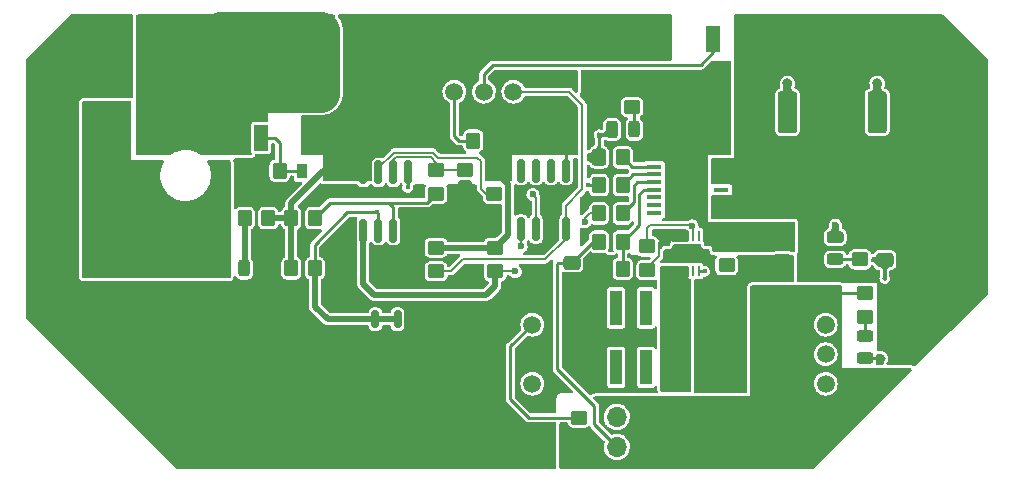
<source format=gtl>
G04 #@! TF.GenerationSoftware,KiCad,Pcbnew,6.0.2-378541a8eb~116~ubuntu20.04.1*
G04 #@! TF.CreationDate,2023-01-27T16:36:07+01:00*
G04 #@! TF.ProjectId,BUCKY_POWER,4255434b-595f-4504-9f57-45522e6b6963,rev?*
G04 #@! TF.SameCoordinates,Original*
G04 #@! TF.FileFunction,Copper,L1,Top*
G04 #@! TF.FilePolarity,Positive*
%FSLAX46Y46*%
G04 Gerber Fmt 4.6, Leading zero omitted, Abs format (unit mm)*
G04 Created by KiCad (PCBNEW 6.0.2-378541a8eb~116~ubuntu20.04.1) date 2023-01-27 16:36:07*
%MOMM*%
%LPD*%
G01*
G04 APERTURE LIST*
G04 Aperture macros list*
%AMRoundRect*
0 Rectangle with rounded corners*
0 $1 Rounding radius*
0 $2 $3 $4 $5 $6 $7 $8 $9 X,Y pos of 4 corners*
0 Add a 4 corners polygon primitive as box body*
4,1,4,$2,$3,$4,$5,$6,$7,$8,$9,$2,$3,0*
0 Add four circle primitives for the rounded corners*
1,1,$1+$1,$2,$3*
1,1,$1+$1,$4,$5*
1,1,$1+$1,$6,$7*
1,1,$1+$1,$8,$9*
0 Add four rect primitives between the rounded corners*
20,1,$1+$1,$2,$3,$4,$5,0*
20,1,$1+$1,$4,$5,$6,$7,0*
20,1,$1+$1,$6,$7,$8,$9,0*
20,1,$1+$1,$8,$9,$2,$3,0*%
G04 Aperture macros list end*
G04 #@! TA.AperFunction,SMDPad,CuDef*
%ADD10RoundRect,0.150000X-0.150000X0.587500X-0.150000X-0.587500X0.150000X-0.587500X0.150000X0.587500X0*%
G04 #@! TD*
G04 #@! TA.AperFunction,SMDPad,CuDef*
%ADD11RoundRect,0.250000X-0.450000X0.350000X-0.450000X-0.350000X0.450000X-0.350000X0.450000X0.350000X0*%
G04 #@! TD*
G04 #@! TA.AperFunction,SMDPad,CuDef*
%ADD12RoundRect,0.250000X0.350000X0.450000X-0.350000X0.450000X-0.350000X-0.450000X0.350000X-0.450000X0*%
G04 #@! TD*
G04 #@! TA.AperFunction,SMDPad,CuDef*
%ADD13R,1.000000X3.000000*%
G04 #@! TD*
G04 #@! TA.AperFunction,SMDPad,CuDef*
%ADD14R,1.200000X2.200000*%
G04 #@! TD*
G04 #@! TA.AperFunction,SMDPad,CuDef*
%ADD15R,5.800000X6.400000*%
G04 #@! TD*
G04 #@! TA.AperFunction,SMDPad,CuDef*
%ADD16RoundRect,0.243750X0.243750X0.456250X-0.243750X0.456250X-0.243750X-0.456250X0.243750X-0.456250X0*%
G04 #@! TD*
G04 #@! TA.AperFunction,SMDPad,CuDef*
%ADD17RoundRect,0.243750X-0.243750X-0.456250X0.243750X-0.456250X0.243750X0.456250X-0.243750X0.456250X0*%
G04 #@! TD*
G04 #@! TA.AperFunction,SMDPad,CuDef*
%ADD18RoundRect,0.250000X-0.350000X-0.450000X0.350000X-0.450000X0.350000X0.450000X-0.350000X0.450000X0*%
G04 #@! TD*
G04 #@! TA.AperFunction,SMDPad,CuDef*
%ADD19RoundRect,0.243750X-0.456250X0.243750X-0.456250X-0.243750X0.456250X-0.243750X0.456250X0.243750X0*%
G04 #@! TD*
G04 #@! TA.AperFunction,SMDPad,CuDef*
%ADD20R,0.900000X1.200000*%
G04 #@! TD*
G04 #@! TA.AperFunction,SMDPad,CuDef*
%ADD21RoundRect,0.250000X0.450000X-0.350000X0.450000X0.350000X-0.450000X0.350000X-0.450000X-0.350000X0*%
G04 #@! TD*
G04 #@! TA.AperFunction,SMDPad,CuDef*
%ADD22RoundRect,0.250000X-0.650000X0.412500X-0.650000X-0.412500X0.650000X-0.412500X0.650000X0.412500X0*%
G04 #@! TD*
G04 #@! TA.AperFunction,SMDPad,CuDef*
%ADD23RoundRect,0.150000X0.150000X-0.825000X0.150000X0.825000X-0.150000X0.825000X-0.150000X-0.825000X0*%
G04 #@! TD*
G04 #@! TA.AperFunction,ComponentPad*
%ADD24C,1.500000*%
G04 #@! TD*
G04 #@! TA.AperFunction,SMDPad,CuDef*
%ADD25R,0.280000X0.850000*%
G04 #@! TD*
G04 #@! TA.AperFunction,ComponentPad*
%ADD26C,0.600000*%
G04 #@! TD*
G04 #@! TA.AperFunction,SMDPad,CuDef*
%ADD27R,0.700000X0.280000*%
G04 #@! TD*
G04 #@! TA.AperFunction,SMDPad,CuDef*
%ADD28R,2.400000X1.650000*%
G04 #@! TD*
G04 #@! TA.AperFunction,SMDPad,CuDef*
%ADD29R,1.310000X0.450000*%
G04 #@! TD*
G04 #@! TA.AperFunction,SMDPad,CuDef*
%ADD30R,2.650000X4.000000*%
G04 #@! TD*
G04 #@! TA.AperFunction,SMDPad,CuDef*
%ADD31RoundRect,0.250000X-0.475000X0.337500X-0.475000X-0.337500X0.475000X-0.337500X0.475000X0.337500X0*%
G04 #@! TD*
G04 #@! TA.AperFunction,SMDPad,CuDef*
%ADD32RoundRect,0.250000X0.550000X-1.500000X0.550000X1.500000X-0.550000X1.500000X-0.550000X-1.500000X0*%
G04 #@! TD*
G04 #@! TA.AperFunction,SMDPad,CuDef*
%ADD33RoundRect,0.243750X0.456250X-0.243750X0.456250X0.243750X-0.456250X0.243750X-0.456250X-0.243750X0*%
G04 #@! TD*
G04 #@! TA.AperFunction,ComponentPad*
%ADD34RoundRect,0.250000X0.600000X0.750000X-0.600000X0.750000X-0.600000X-0.750000X0.600000X-0.750000X0*%
G04 #@! TD*
G04 #@! TA.AperFunction,ComponentPad*
%ADD35O,1.700000X2.000000*%
G04 #@! TD*
G04 #@! TA.AperFunction,ComponentPad*
%ADD36C,3.000000*%
G04 #@! TD*
G04 #@! TA.AperFunction,ComponentPad*
%ADD37R,1.700000X1.700000*%
G04 #@! TD*
G04 #@! TA.AperFunction,ComponentPad*
%ADD38O,1.700000X1.700000*%
G04 #@! TD*
G04 #@! TA.AperFunction,ViaPad*
%ADD39C,0.400000*%
G04 #@! TD*
G04 #@! TA.AperFunction,ViaPad*
%ADD40C,0.600000*%
G04 #@! TD*
G04 #@! TA.AperFunction,ViaPad*
%ADD41C,0.800000*%
G04 #@! TD*
G04 #@! TA.AperFunction,Conductor*
%ADD42C,0.200000*%
G04 #@! TD*
G04 #@! TA.AperFunction,Conductor*
%ADD43C,0.254000*%
G04 #@! TD*
G04 #@! TA.AperFunction,Conductor*
%ADD44C,0.512000*%
G04 #@! TD*
G04 #@! TA.AperFunction,Conductor*
%ADD45C,3.096000*%
G04 #@! TD*
G04 APERTURE END LIST*
D10*
X64750000Y-107062500D03*
X62850000Y-107062500D03*
X63800000Y-108937500D03*
D11*
X85900000Y-100900000D03*
X85900000Y-102900000D03*
X80100000Y-115400000D03*
X80100000Y-117400000D03*
D12*
X73150000Y-91950000D03*
X71150000Y-91950000D03*
D13*
X95950000Y-111137500D03*
X95950000Y-106097500D03*
X93410000Y-111137500D03*
X93410000Y-106097500D03*
X90870000Y-111137500D03*
X90870000Y-106097500D03*
X88330000Y-111137500D03*
X88330000Y-106097500D03*
X85790000Y-111137500D03*
X85790000Y-106097500D03*
X83250000Y-111137500D03*
X83250000Y-106097500D03*
D14*
X91480000Y-83350000D03*
D15*
X89200000Y-89650000D03*
D14*
X86920000Y-83350000D03*
D16*
X53637500Y-102750000D03*
X51762500Y-102750000D03*
D17*
X82912500Y-91000000D03*
X84787500Y-91000000D03*
D18*
X81800000Y-93350000D03*
X83800000Y-93350000D03*
D19*
X101800000Y-100112500D03*
X101800000Y-101987500D03*
D20*
X59950000Y-94550000D03*
X56650000Y-94550000D03*
D21*
X73000000Y-103000000D03*
X73000000Y-101000000D03*
D22*
X94900000Y-99837500D03*
X94900000Y-102962500D03*
D12*
X57750000Y-102750000D03*
X55750000Y-102750000D03*
D23*
X61845000Y-99575000D03*
X63115000Y-99575000D03*
X64385000Y-99575000D03*
X65655000Y-99575000D03*
X65655000Y-94625000D03*
X64385000Y-94625000D03*
X63115000Y-94625000D03*
X61845000Y-94625000D03*
D24*
X69550000Y-87800000D03*
X72050000Y-87800000D03*
X74550000Y-87800000D03*
D18*
X51800000Y-98500000D03*
X53800000Y-98500000D03*
D11*
X72950000Y-94450000D03*
X72950000Y-96450000D03*
D21*
X84600000Y-89100000D03*
X84600000Y-87100000D03*
D11*
X70450000Y-94450000D03*
X70450000Y-96450000D03*
D25*
X90250000Y-100028022D03*
X89750000Y-100028022D03*
X89250000Y-100028022D03*
X88750000Y-100028022D03*
X88250000Y-100028022D03*
X88250000Y-102978022D03*
X88750000Y-102978022D03*
X89250000Y-102978022D03*
X89750000Y-102978022D03*
X90250000Y-102978022D03*
D26*
X89250000Y-101503022D03*
D27*
X90800000Y-101253022D03*
X87700000Y-101753022D03*
D28*
X89250000Y-101503022D03*
D26*
X90110000Y-101023022D03*
D27*
X87700000Y-101253022D03*
D26*
X88390000Y-101983022D03*
D27*
X90800000Y-101753022D03*
D26*
X90110000Y-101983022D03*
X88390000Y-101023022D03*
D29*
X86450000Y-94150000D03*
X86450000Y-94800000D03*
X86450000Y-95450000D03*
X86455000Y-96100000D03*
X86450000Y-96750000D03*
X86450000Y-97400000D03*
X86450000Y-98050000D03*
X92150000Y-98050000D03*
X92150000Y-97400000D03*
X92150000Y-96750000D03*
X92150000Y-96100000D03*
X92150000Y-95450000D03*
X92150000Y-94800000D03*
X92150000Y-94150000D03*
D30*
X89300000Y-96100000D03*
D23*
X75195000Y-99425000D03*
X76465000Y-99425000D03*
X77735000Y-99425000D03*
X79005000Y-99425000D03*
X79005000Y-94475000D03*
X77735000Y-94475000D03*
X76465000Y-94475000D03*
X75195000Y-94475000D03*
D24*
X101000000Y-112525000D03*
X101000000Y-110025000D03*
X101000000Y-107525000D03*
D31*
X97300000Y-100062500D03*
X97300000Y-102137500D03*
D32*
X97750000Y-94950000D03*
X97750000Y-89550000D03*
D18*
X55750000Y-98500000D03*
X57750000Y-98500000D03*
D31*
X79500000Y-102262500D03*
X79500000Y-104337500D03*
D21*
X104350000Y-106850000D03*
X104350000Y-104850000D03*
D31*
X106000000Y-99962500D03*
X106000000Y-102037500D03*
D24*
X76150000Y-112525000D03*
X76150000Y-110025000D03*
X76150000Y-107525000D03*
D33*
X104350000Y-110387500D03*
X104350000Y-108512500D03*
D14*
X53170000Y-91725000D03*
D15*
X55450000Y-85425000D03*
D14*
X57730000Y-91725000D03*
D11*
X68000000Y-101000000D03*
X68000000Y-103000000D03*
D34*
X39300000Y-90050000D03*
D35*
X36800000Y-90050000D03*
D12*
X83800000Y-98100000D03*
X81800000Y-98100000D03*
X83800000Y-95700000D03*
X81800000Y-95700000D03*
D36*
X48527200Y-91090000D03*
X45072800Y-98710000D03*
D11*
X92600000Y-100500000D03*
X92600000Y-102500000D03*
D18*
X81800000Y-100500000D03*
X83800000Y-100500000D03*
D34*
X39300000Y-99000000D03*
D35*
X36800000Y-99000000D03*
D21*
X68000000Y-96450000D03*
X68000000Y-94450000D03*
D18*
X52750000Y-94500000D03*
X54750000Y-94500000D03*
D32*
X105350000Y-94950000D03*
X105350000Y-89550000D03*
D21*
X103900000Y-102000000D03*
X103900000Y-100000000D03*
D18*
X81800000Y-102800000D03*
X83800000Y-102800000D03*
D37*
X63800000Y-117875000D03*
D38*
X63800000Y-115335000D03*
X61260000Y-117875000D03*
X61260000Y-115335000D03*
X58720000Y-117875000D03*
X58720000Y-115335000D03*
X56180000Y-117875000D03*
X56180000Y-115335000D03*
X53640000Y-117875000D03*
X53640000Y-115335000D03*
X51100000Y-117875000D03*
X51100000Y-115335000D03*
D37*
X110400000Y-100000000D03*
D38*
X112940000Y-100000000D03*
X110400000Y-97460000D03*
X112940000Y-97460000D03*
X110400000Y-94920000D03*
X112940000Y-94920000D03*
X110400000Y-92380000D03*
X112940000Y-92380000D03*
X110400000Y-89840000D03*
X112940000Y-89840000D03*
X110400000Y-87300000D03*
X112940000Y-87300000D03*
D37*
X96000000Y-117875000D03*
D38*
X96000000Y-115335000D03*
X93460000Y-117875000D03*
X93460000Y-115335000D03*
X90920000Y-117875000D03*
X90920000Y-115335000D03*
X88380000Y-117875000D03*
X88380000Y-115335000D03*
X85840000Y-117875000D03*
X85840000Y-115335000D03*
X83300000Y-117875000D03*
X83300000Y-115335000D03*
D39*
X89130244Y-99926511D03*
X91250000Y-99950000D03*
D40*
X75200000Y-100900000D03*
X74700000Y-103000000D03*
X76200000Y-96500000D03*
X72950000Y-96450000D03*
D41*
X105600000Y-110400000D03*
D40*
X101800000Y-99100000D03*
D39*
X81800000Y-91450000D03*
D40*
X77950000Y-96500000D03*
D39*
X97300000Y-103450000D03*
D40*
X70400000Y-98000000D03*
X79500000Y-105800000D03*
D41*
X97750000Y-87100000D03*
D39*
X106000000Y-103600000D03*
D41*
X105350000Y-87100000D03*
D39*
X65600000Y-95900000D03*
X63000000Y-98026500D03*
X80826500Y-95700000D03*
D40*
X80600000Y-98800000D03*
X92600000Y-102550000D03*
D39*
X90750000Y-103000000D03*
D40*
X89675000Y-99175000D03*
D42*
X79250000Y-87800000D02*
X74550000Y-87800000D01*
X69250000Y-103000000D02*
X68000000Y-103000000D01*
X79005000Y-100245000D02*
X77250000Y-102000000D01*
X79005000Y-99425000D02*
X79005000Y-97445000D01*
X77250000Y-102000000D02*
X70250000Y-102000000D01*
X80400000Y-96050000D02*
X80400000Y-89300000D01*
X79005000Y-97445000D02*
X80400000Y-96050000D01*
X80400000Y-89300000D02*
X80400000Y-88950000D01*
X79005000Y-99425000D02*
X79005000Y-100245000D01*
X80400000Y-88950000D02*
X79250000Y-87800000D01*
X70250000Y-102000000D02*
X69250000Y-103000000D01*
X86899520Y-101699520D02*
X86899520Y-100600480D01*
D43*
X88425755Y-100201511D02*
X89025755Y-100201511D01*
X87925755Y-100251511D02*
X87925755Y-100226511D01*
X89225755Y-99603022D02*
X88074244Y-99603022D01*
X89259244Y-100351511D02*
X89225755Y-100318022D01*
X89259244Y-99893022D02*
X89259244Y-99651511D01*
X87925755Y-100226511D02*
X88225755Y-99926511D01*
X89225755Y-100318022D02*
X89225755Y-99926511D01*
X91800000Y-100500000D02*
X91250000Y-99950000D01*
X87925755Y-99751511D02*
X87925755Y-100251511D01*
D42*
X85900000Y-102700000D02*
X86900000Y-101700000D01*
D43*
X89259244Y-99918022D02*
X89259244Y-99607345D01*
X88225755Y-100001511D02*
X88425755Y-100201511D01*
D42*
X86899520Y-100600480D02*
X87471978Y-100028022D01*
X86900000Y-101700000D02*
X86899520Y-101699520D01*
D43*
X87925755Y-100251511D02*
X88025755Y-100351511D01*
X89225755Y-99926511D02*
X89259244Y-99960000D01*
X88025755Y-100351511D02*
X89259244Y-100351511D01*
X89259244Y-99960000D02*
X89259244Y-100351849D01*
X89225755Y-99926511D02*
X89250755Y-99926511D01*
D42*
X85900000Y-102900000D02*
X85900000Y-102700000D01*
D43*
X92600000Y-100500000D02*
X91800000Y-100500000D01*
X88074244Y-99603022D02*
X87925755Y-99751511D01*
X88225755Y-99926511D02*
X88225755Y-100001511D01*
X89225755Y-99926511D02*
X89259244Y-99893022D01*
D44*
X88225755Y-99926511D02*
X89130244Y-99926511D01*
D42*
X87471978Y-100028022D02*
X88250000Y-100028022D01*
D43*
X89250755Y-99926511D02*
X89259244Y-99918022D01*
D44*
X61770000Y-94550000D02*
X59950000Y-94550000D01*
D43*
X79005000Y-94475000D02*
X79005000Y-92587045D01*
D44*
X61845000Y-94625000D02*
X61770000Y-94550000D01*
X55750000Y-98500000D02*
X55750000Y-102750000D01*
X73000000Y-101000000D02*
X68000000Y-101000000D01*
X58450000Y-94550000D02*
X55750000Y-97250000D01*
D43*
X79005000Y-92587045D02*
X79151104Y-92440941D01*
D44*
X59950000Y-94550000D02*
X58450000Y-94550000D01*
X72950000Y-94450000D02*
X74105520Y-95605520D01*
X55750000Y-97250000D02*
X55750000Y-98500000D01*
X53800000Y-98500000D02*
X55750000Y-98500000D01*
X74105520Y-99894480D02*
X73000000Y-101000000D01*
X74105520Y-95605520D02*
X74105520Y-99894480D01*
X51800000Y-98500000D02*
X51800000Y-102712500D01*
X51800000Y-102712500D02*
X51762500Y-102750000D01*
D42*
X75195000Y-100895000D02*
X75200000Y-100900000D01*
D44*
X73000000Y-104250000D02*
X72250000Y-105000000D01*
X73000000Y-103000000D02*
X73000000Y-104250000D01*
X62750000Y-105000000D02*
X61845000Y-104095000D01*
X61845000Y-104095000D02*
X61845000Y-99575000D01*
D42*
X74700000Y-103000000D02*
X73000000Y-103000000D01*
X75195000Y-99425000D02*
X75195000Y-100895000D01*
D44*
X72250000Y-105000000D02*
X62750000Y-105000000D01*
D42*
X63115000Y-94270474D02*
X64434514Y-92950960D01*
X76465000Y-96765000D02*
X76200000Y-96500000D01*
X71800000Y-96000000D02*
X72250000Y-96450000D01*
X68165006Y-93400000D02*
X71500000Y-93400000D01*
X64765487Y-92950961D02*
X67715967Y-92950961D01*
X72250000Y-96450000D02*
X72950000Y-96450000D01*
X71800000Y-93700000D02*
X71800000Y-96000000D01*
X76465000Y-99425000D02*
X76465000Y-96765000D01*
X71500000Y-93400000D02*
X71800000Y-93700000D01*
X67715967Y-92950961D02*
X68165006Y-93400000D01*
X63115000Y-94625000D02*
X63115000Y-94270474D01*
X64434514Y-92950960D02*
X64765487Y-92950961D01*
X64385000Y-93565480D02*
X64600000Y-93350480D01*
X68000000Y-93800000D02*
X68000000Y-94450000D01*
X64385000Y-94625000D02*
X64385000Y-93565480D01*
X64600000Y-93350480D02*
X67550480Y-93350480D01*
X68000000Y-94450000D02*
X70450000Y-94450000D01*
X67550480Y-93350480D02*
X68000000Y-93800000D01*
D43*
X77735000Y-99425000D02*
X77735000Y-96715000D01*
X81800000Y-93350000D02*
X81800000Y-91450000D01*
X97300000Y-102237500D02*
X97300000Y-103450000D01*
X101800000Y-100112500D02*
X101800000Y-99100000D01*
X105887500Y-110387500D02*
X104350000Y-110387500D01*
X70450000Y-96450000D02*
X70450000Y-97950000D01*
X79500000Y-104337500D02*
X79500000Y-105800000D01*
X105600000Y-110400000D02*
X105887500Y-110387500D01*
X77735000Y-96715000D02*
X77950000Y-96500000D01*
X106000000Y-102037500D02*
X106000000Y-103600000D01*
D44*
X97750000Y-89550000D02*
X97750000Y-87100000D01*
X105350000Y-89550000D02*
X105350000Y-87100000D01*
D43*
X70450000Y-97950000D02*
X70400000Y-98000000D01*
X64385000Y-97585000D02*
X64385000Y-99575000D01*
X68000000Y-96450000D02*
X67250000Y-97200000D01*
X59050000Y-97200000D02*
X57750000Y-98500000D01*
X67250000Y-97200000D02*
X64000000Y-97200000D01*
X64000000Y-97200000D02*
X59050000Y-97200000D01*
X64000000Y-97200000D02*
X64385000Y-97585000D01*
D44*
X57750000Y-106000000D02*
X58812500Y-107062500D01*
D43*
X65655000Y-95845000D02*
X65600000Y-95900000D01*
D44*
X58812500Y-107062500D02*
X62850000Y-107062500D01*
D43*
X60500000Y-98000000D02*
X57750000Y-100750000D01*
X63115000Y-99575000D02*
X63115000Y-98115000D01*
X57750000Y-100750000D02*
X57750000Y-102750000D01*
D44*
X64750000Y-107062500D02*
X62850000Y-107062500D01*
D43*
X63000000Y-98000000D02*
X60500000Y-98000000D01*
X65655000Y-94625000D02*
X65655000Y-95845000D01*
D44*
X57750000Y-102750000D02*
X57750000Y-106000000D01*
D43*
X63115000Y-98115000D02*
X63000000Y-98000000D01*
X54750000Y-94500000D02*
X56600000Y-94500000D01*
X56600000Y-94500000D02*
X56650000Y-94550000D01*
X54750000Y-92150000D02*
X54750000Y-94500000D01*
X53170000Y-91725000D02*
X54325000Y-91725000D01*
X54325000Y-91725000D02*
X54750000Y-92150000D01*
X81400000Y-114400000D02*
X81400000Y-115975000D01*
X78337500Y-102262500D02*
X78250000Y-102350000D01*
X81800000Y-100500000D02*
X81262500Y-100500000D01*
X78250000Y-111250000D02*
X81400000Y-114400000D01*
X81400000Y-115975000D02*
X83300000Y-117875000D01*
X78250000Y-102350000D02*
X78250000Y-111250000D01*
X79500000Y-102262500D02*
X78337500Y-102262500D01*
X81262500Y-100500000D02*
X79500000Y-102262500D01*
X83800000Y-100500000D02*
X85180040Y-99119960D01*
X85180040Y-99119960D02*
X85180040Y-96486938D01*
X85180040Y-96486938D02*
X85566978Y-96100000D01*
X85566978Y-96100000D02*
X86455000Y-96100000D01*
X83800000Y-102800000D02*
X83800000Y-100500000D01*
X83800000Y-95700000D02*
X84700000Y-94800000D01*
X84700000Y-94800000D02*
X86450000Y-94800000D01*
X74300000Y-113850000D02*
X75850000Y-115400000D01*
X76150000Y-107525000D02*
X76125000Y-107525000D01*
X75850000Y-115400000D02*
X80100000Y-115400000D01*
X80826500Y-95700000D02*
X81800000Y-95700000D01*
X76125000Y-107525000D02*
X74300000Y-109350000D01*
X74300000Y-109350000D02*
X74300000Y-113850000D01*
X85050000Y-95450000D02*
X86450000Y-95450000D01*
X84726520Y-97173480D02*
X84726520Y-95773480D01*
X83800000Y-98100000D02*
X84726520Y-97173480D01*
X84726520Y-95773480D02*
X85050000Y-95450000D01*
D42*
X80600000Y-98500000D02*
X81000000Y-98100000D01*
X80600000Y-98800000D02*
X80600000Y-98500000D01*
X81000000Y-98100000D02*
X81800000Y-98100000D01*
D43*
X90728022Y-102978022D02*
X90750000Y-103000000D01*
X90250000Y-102978022D02*
X90728022Y-102978022D01*
X84600000Y-94150000D02*
X86450000Y-94150000D01*
X83800000Y-93350000D02*
X84600000Y-94150000D01*
D45*
X51250000Y-88367200D02*
X51250000Y-88000000D01*
X49879400Y-85425000D02*
X48527200Y-86777200D01*
X55450000Y-85425000D02*
X55450000Y-87800000D01*
X48527200Y-91090000D02*
X48527200Y-83770820D01*
X48527200Y-86777200D02*
X48527200Y-86222800D01*
X48527200Y-91090000D02*
X48527200Y-86777200D01*
X58295520Y-82593540D02*
X58250000Y-82548020D01*
X48527200Y-86222800D02*
X50750000Y-84000000D01*
X51295520Y-87954480D02*
X58250000Y-87954480D01*
X48527200Y-91090000D02*
X51250000Y-88367200D01*
X58295520Y-87954480D02*
X58295520Y-82593540D01*
X55604480Y-87954480D02*
X58295520Y-87954480D01*
X55450000Y-85425000D02*
X49879400Y-85425000D01*
X55450000Y-87800000D02*
X55604480Y-87954480D01*
X49750000Y-88000000D02*
X51250000Y-88000000D01*
X51250000Y-88000000D02*
X51295520Y-87954480D01*
X48527200Y-86777200D02*
X49750000Y-88000000D01*
X48527200Y-83770820D02*
X49750000Y-82548020D01*
X49750000Y-82548020D02*
X58250000Y-82548020D01*
D43*
X87950000Y-103278022D02*
X88250000Y-102978022D01*
X89250000Y-102978022D02*
X89283489Y-103011511D01*
X88250000Y-103053022D02*
X88450000Y-103253022D01*
X89283489Y-103011511D02*
X89283489Y-103403360D01*
X87950000Y-102803022D02*
X87950000Y-103303022D01*
X89283489Y-102969533D02*
X89283489Y-102658856D01*
X88098489Y-102654533D02*
X87950000Y-102803022D01*
X87950000Y-103303022D02*
X87950000Y-103278022D01*
X88450000Y-103253022D02*
X89050000Y-103253022D01*
X89275000Y-102978022D02*
X89283489Y-102969533D01*
X89250000Y-102654533D02*
X88098489Y-102654533D01*
X88250000Y-102978022D02*
X88250000Y-103053022D01*
X89283489Y-102944533D02*
X89283489Y-102703022D01*
X89250000Y-102978022D02*
X89275000Y-102978022D01*
X89250000Y-102978022D02*
X89283489Y-102944533D01*
X89283489Y-103403022D02*
X89250000Y-103369533D01*
X88050000Y-103403022D02*
X89283489Y-103403022D01*
X89250000Y-103369533D02*
X89250000Y-102978022D01*
X87950000Y-103303022D02*
X88050000Y-103403022D01*
D44*
X88250000Y-102978022D02*
X89154489Y-102978022D01*
D43*
X104350000Y-104850000D02*
X101200000Y-104850000D01*
D42*
X89600000Y-99100000D02*
X89675000Y-99175000D01*
X89750000Y-99250000D02*
X89750000Y-100028022D01*
X85900000Y-100900000D02*
X85900000Y-99300000D01*
X85900000Y-99300000D02*
X86100000Y-99100000D01*
X86100000Y-99100000D02*
X89600000Y-99100000D01*
X89675000Y-99175000D02*
X89750000Y-99250000D01*
D43*
X69550000Y-87800000D02*
X69550000Y-91550000D01*
X69550000Y-91550000D02*
X69950000Y-91950000D01*
X69950000Y-91950000D02*
X71150000Y-91950000D01*
X84787500Y-89287500D02*
X84600000Y-89100000D01*
X84787500Y-91000000D02*
X84787500Y-89287500D01*
X101800000Y-101987500D02*
X103887500Y-101987500D01*
X103887500Y-101987500D02*
X103900000Y-102000000D01*
X104350000Y-106850000D02*
X104350000Y-108512500D01*
X72800000Y-85550000D02*
X72050000Y-86300000D01*
X91480000Y-83350000D02*
X91480000Y-84470000D01*
X91480000Y-84470000D02*
X90400000Y-85550000D01*
X72050000Y-86300000D02*
X72050000Y-87800000D01*
X90400000Y-85550000D02*
X72800000Y-85550000D01*
G04 #@! TA.AperFunction,Conductor*
G36*
X42288121Y-81274002D02*
G01*
X42334614Y-81327658D01*
X42346000Y-81380000D01*
X42346000Y-88246827D01*
X42325998Y-88314948D01*
X42272342Y-88361441D01*
X42202068Y-88371545D01*
X42184503Y-88367723D01*
X42158079Y-88359965D01*
X42145560Y-88356289D01*
X42141101Y-88355648D01*
X42141097Y-88355647D01*
X42109780Y-88351145D01*
X42074000Y-88346000D01*
X38126000Y-88346000D01*
X38122653Y-88346360D01*
X38122649Y-88346360D01*
X38075374Y-88351442D01*
X38075367Y-88351443D01*
X38072010Y-88351804D01*
X38068710Y-88352522D01*
X38068709Y-88352522D01*
X38021322Y-88362830D01*
X38021315Y-88362832D01*
X38019668Y-88363190D01*
X37993445Y-88370384D01*
X37983072Y-88376291D01*
X37912702Y-88416362D01*
X37912698Y-88416365D01*
X37907324Y-88419425D01*
X37853668Y-88465918D01*
X37822227Y-88498502D01*
X37776291Y-88586319D01*
X37756289Y-88654440D01*
X37746000Y-88726000D01*
X37746000Y-103474000D01*
X37746360Y-103477347D01*
X37746360Y-103477351D01*
X37749045Y-103502323D01*
X37751804Y-103527990D01*
X37752522Y-103531290D01*
X37752522Y-103531291D01*
X37760026Y-103565785D01*
X37763190Y-103580332D01*
X37770384Y-103606555D01*
X37792378Y-103645178D01*
X37816362Y-103687298D01*
X37816365Y-103687302D01*
X37819425Y-103692676D01*
X37828565Y-103703224D01*
X37858014Y-103737210D01*
X37865918Y-103746332D01*
X37898502Y-103777773D01*
X37986319Y-103823709D01*
X38054440Y-103843711D01*
X38058899Y-103844352D01*
X38058903Y-103844353D01*
X38080639Y-103847478D01*
X38126000Y-103854000D01*
X50474000Y-103854000D01*
X50477347Y-103853640D01*
X50477351Y-103853640D01*
X50524626Y-103848558D01*
X50524633Y-103848557D01*
X50527990Y-103848196D01*
X50542563Y-103845026D01*
X50578678Y-103837170D01*
X50578685Y-103837168D01*
X50580332Y-103836810D01*
X50606555Y-103829616D01*
X50658604Y-103799977D01*
X50687298Y-103783638D01*
X50687302Y-103783635D01*
X50692676Y-103780575D01*
X50726783Y-103751021D01*
X50744209Y-103735922D01*
X50744214Y-103735917D01*
X50746332Y-103734082D01*
X50777773Y-103701498D01*
X50823709Y-103613681D01*
X50843711Y-103545560D01*
X50844400Y-103540772D01*
X50849916Y-103502404D01*
X50879409Y-103437823D01*
X50939135Y-103399440D01*
X51010132Y-103399440D01*
X51069858Y-103437824D01*
X51077021Y-103448129D01*
X51077217Y-103447982D01*
X51136219Y-103526707D01*
X51162811Y-103562189D01*
X51169992Y-103567571D01*
X51227144Y-103610404D01*
X51277018Y-103647783D01*
X51285426Y-103650935D01*
X51403260Y-103695108D01*
X51403262Y-103695109D01*
X51410658Y-103697881D01*
X51443952Y-103701498D01*
X51459840Y-103703224D01*
X51471585Y-103704500D01*
X51762457Y-103704500D01*
X52053414Y-103704499D01*
X52056808Y-103704130D01*
X52056814Y-103704130D01*
X52106483Y-103698735D01*
X52106486Y-103698734D01*
X52114342Y-103697881D01*
X52133600Y-103690662D01*
X52239574Y-103650935D01*
X52247982Y-103647783D01*
X52297857Y-103610404D01*
X52355008Y-103567571D01*
X52362189Y-103562189D01*
X52387820Y-103527990D01*
X52442399Y-103455166D01*
X52442399Y-103455165D01*
X52447783Y-103447982D01*
X52456853Y-103423788D01*
X52495108Y-103321740D01*
X52495109Y-103321738D01*
X52497881Y-103314342D01*
X52504500Y-103253415D01*
X52504499Y-102246586D01*
X52503292Y-102235471D01*
X52498735Y-102193517D01*
X52498734Y-102193514D01*
X52497881Y-102185658D01*
X52486379Y-102154974D01*
X52450935Y-102060426D01*
X52447783Y-102052018D01*
X52433648Y-102033157D01*
X52367571Y-101944992D01*
X52362189Y-101937811D01*
X52355008Y-101932429D01*
X52348659Y-101926080D01*
X52351065Y-101923674D01*
X52318416Y-101880001D01*
X52310500Y-101836045D01*
X52310500Y-99515988D01*
X52330502Y-99447867D01*
X52379137Y-99405724D01*
X52378485Y-99404533D01*
X52383992Y-99401518D01*
X52384158Y-99401374D01*
X52384560Y-99401207D01*
X52386360Y-99400221D01*
X52394764Y-99397071D01*
X52401943Y-99391691D01*
X52401946Y-99391689D01*
X52503224Y-99315785D01*
X52510404Y-99310404D01*
X52534767Y-99277897D01*
X52591689Y-99201946D01*
X52591691Y-99201943D01*
X52597071Y-99194764D01*
X52643392Y-99071201D01*
X52645026Y-99066843D01*
X52645026Y-99066841D01*
X52647798Y-99059448D01*
X52652354Y-99017515D01*
X52654131Y-99001153D01*
X52654131Y-99001150D01*
X52654500Y-98997756D01*
X52654500Y-98002244D01*
X52647798Y-97940552D01*
X52597071Y-97805236D01*
X52591691Y-97798057D01*
X52591689Y-97798054D01*
X52515785Y-97696776D01*
X52515784Y-97696775D01*
X52510404Y-97689596D01*
X52470855Y-97659956D01*
X52401946Y-97608311D01*
X52401943Y-97608309D01*
X52394764Y-97602929D01*
X52282856Y-97560977D01*
X52266843Y-97554974D01*
X52266841Y-97554974D01*
X52259448Y-97552202D01*
X52251598Y-97551349D01*
X52251597Y-97551349D01*
X52201153Y-97545869D01*
X52201152Y-97545869D01*
X52197756Y-97545500D01*
X51402244Y-97545500D01*
X51398848Y-97545869D01*
X51398847Y-97545869D01*
X51348403Y-97551349D01*
X51348402Y-97551349D01*
X51340552Y-97552202D01*
X51333159Y-97554974D01*
X51333157Y-97554974D01*
X51317144Y-97560977D01*
X51205236Y-97602929D01*
X51198057Y-97608309D01*
X51198054Y-97608311D01*
X51129145Y-97659956D01*
X51089596Y-97689596D01*
X51084216Y-97696775D01*
X51080827Y-97701297D01*
X51023968Y-97743813D01*
X50953149Y-97748839D01*
X50890856Y-97714780D01*
X50856865Y-97652449D01*
X50854000Y-97625733D01*
X50854000Y-93726000D01*
X50853050Y-93717161D01*
X50848558Y-93675374D01*
X50848557Y-93675367D01*
X50848196Y-93672010D01*
X50836810Y-93619668D01*
X50835071Y-93613328D01*
X50836342Y-93542343D01*
X50875789Y-93483314D01*
X50940887Y-93454981D01*
X50956583Y-93454000D01*
X52278754Y-93454000D01*
X52334958Y-93447704D01*
X52363513Y-93441225D01*
X52387556Y-93435770D01*
X52387570Y-93435766D01*
X52389339Y-93435365D01*
X52391097Y-93434857D01*
X52391106Y-93434855D01*
X52409932Y-93429418D01*
X52417640Y-93427192D01*
X52450931Y-93407439D01*
X52497545Y-93379781D01*
X52497547Y-93379780D01*
X52502872Y-93376620D01*
X52534421Y-93348281D01*
X52553601Y-93331052D01*
X52553606Y-93331047D01*
X52555689Y-93329176D01*
X52586542Y-93296036D01*
X52630903Y-93207412D01*
X52632540Y-93201446D01*
X52632543Y-93201437D01*
X52640573Y-93172165D01*
X52677884Y-93111763D01*
X52741928Y-93081122D01*
X52762083Y-93079500D01*
X53732213Y-93079499D01*
X53795066Y-93079499D01*
X53830818Y-93072388D01*
X53857126Y-93067156D01*
X53857128Y-93067155D01*
X53869301Y-93064734D01*
X53879621Y-93057839D01*
X53879622Y-93057838D01*
X53943168Y-93015377D01*
X53953484Y-93008484D01*
X54009734Y-92924301D01*
X54024500Y-92850067D01*
X54024500Y-92268212D01*
X54044502Y-92200091D01*
X54098158Y-92153598D01*
X54168432Y-92143494D01*
X54233012Y-92172988D01*
X54239595Y-92179117D01*
X54331595Y-92271117D01*
X54365621Y-92333429D01*
X54368500Y-92360212D01*
X54368500Y-93435653D01*
X54348498Y-93503774D01*
X54294842Y-93550267D01*
X54286729Y-93553635D01*
X54155236Y-93602929D01*
X54148057Y-93608309D01*
X54148054Y-93608311D01*
X54072773Y-93664731D01*
X54039596Y-93689596D01*
X54030591Y-93701612D01*
X53958311Y-93798054D01*
X53958309Y-93798057D01*
X53952929Y-93805236D01*
X53902202Y-93940552D01*
X53895500Y-94002244D01*
X53895500Y-94997756D01*
X53902202Y-95059448D01*
X53952929Y-95194764D01*
X53958309Y-95201943D01*
X53958311Y-95201946D01*
X53984677Y-95237126D01*
X54039596Y-95310404D01*
X54046776Y-95315785D01*
X54148054Y-95391689D01*
X54148057Y-95391691D01*
X54155236Y-95397071D01*
X54230207Y-95425176D01*
X54283157Y-95445026D01*
X54283159Y-95445026D01*
X54290552Y-95447798D01*
X54298402Y-95448651D01*
X54298403Y-95448651D01*
X54348847Y-95454131D01*
X54352244Y-95454500D01*
X55147756Y-95454500D01*
X55151153Y-95454131D01*
X55201597Y-95448651D01*
X55201598Y-95448651D01*
X55209448Y-95447798D01*
X55216841Y-95445026D01*
X55216843Y-95445026D01*
X55269793Y-95425176D01*
X55344764Y-95397071D01*
X55351943Y-95391691D01*
X55351946Y-95391689D01*
X55453224Y-95315785D01*
X55460404Y-95310404D01*
X55515323Y-95237126D01*
X55541689Y-95201946D01*
X55541691Y-95201943D01*
X55547071Y-95194764D01*
X55597798Y-95059448D01*
X55604500Y-94997756D01*
X55605169Y-94997829D01*
X55627808Y-94933754D01*
X55683896Y-94890227D01*
X55729972Y-94881500D01*
X55819501Y-94881500D01*
X55887622Y-94901502D01*
X55934115Y-94955158D01*
X55945501Y-95007500D01*
X55945501Y-95175066D01*
X55960266Y-95249301D01*
X56016516Y-95333484D01*
X56026832Y-95340377D01*
X56083375Y-95378158D01*
X56100699Y-95389734D01*
X56174933Y-95404500D01*
X56188859Y-95404500D01*
X56569356Y-95404499D01*
X56637475Y-95424501D01*
X56683968Y-95478156D01*
X56694073Y-95548430D01*
X56664580Y-95613011D01*
X56658450Y-95619594D01*
X55439439Y-96838605D01*
X55429850Y-96846267D01*
X55430159Y-96846630D01*
X55423325Y-96852446D01*
X55415732Y-96857237D01*
X55409789Y-96863966D01*
X55379942Y-96897761D01*
X55374596Y-96903448D01*
X55363099Y-96914945D01*
X55356785Y-96923370D01*
X55350411Y-96931199D01*
X55318932Y-96966841D01*
X55315117Y-96974967D01*
X55313609Y-96977263D01*
X55304306Y-96992746D01*
X55302993Y-96995144D01*
X55297611Y-97002325D01*
X55294461Y-97010729D01*
X55294460Y-97010730D01*
X55280918Y-97046854D01*
X55276997Y-97056160D01*
X55256786Y-97099209D01*
X55255405Y-97108080D01*
X55254602Y-97110705D01*
X55250022Y-97128160D01*
X55249431Y-97130846D01*
X55246281Y-97139250D01*
X55245616Y-97148197D01*
X55245616Y-97148198D01*
X55242758Y-97186663D01*
X55241604Y-97196711D01*
X55240558Y-97203431D01*
X55239500Y-97210226D01*
X55239500Y-97225827D01*
X55239154Y-97235164D01*
X55235445Y-97285079D01*
X55237318Y-97293855D01*
X55237867Y-97301903D01*
X55239500Y-97317375D01*
X55239500Y-97484012D01*
X55219498Y-97552133D01*
X55170863Y-97594276D01*
X55171515Y-97595467D01*
X55166008Y-97598482D01*
X55165842Y-97598626D01*
X55165440Y-97598793D01*
X55163640Y-97599779D01*
X55155236Y-97602929D01*
X55148057Y-97608309D01*
X55148054Y-97608311D01*
X55079145Y-97659956D01*
X55039596Y-97689596D01*
X55034216Y-97696775D01*
X55034215Y-97696776D01*
X54958311Y-97798054D01*
X54958309Y-97798057D01*
X54952929Y-97805236D01*
X54918295Y-97897625D01*
X54914507Y-97907729D01*
X54871866Y-97964494D01*
X54805305Y-97989194D01*
X54796525Y-97989500D01*
X54753475Y-97989500D01*
X54685354Y-97969498D01*
X54638861Y-97915842D01*
X54635493Y-97907729D01*
X54631706Y-97897625D01*
X54597071Y-97805236D01*
X54591691Y-97798057D01*
X54591689Y-97798054D01*
X54515785Y-97696776D01*
X54515784Y-97696775D01*
X54510404Y-97689596D01*
X54470855Y-97659956D01*
X54401946Y-97608311D01*
X54401943Y-97608309D01*
X54394764Y-97602929D01*
X54282856Y-97560977D01*
X54266843Y-97554974D01*
X54266841Y-97554974D01*
X54259448Y-97552202D01*
X54251598Y-97551349D01*
X54251597Y-97551349D01*
X54201153Y-97545869D01*
X54201152Y-97545869D01*
X54197756Y-97545500D01*
X53402244Y-97545500D01*
X53398848Y-97545869D01*
X53398847Y-97545869D01*
X53348403Y-97551349D01*
X53348402Y-97551349D01*
X53340552Y-97552202D01*
X53333159Y-97554974D01*
X53333157Y-97554974D01*
X53317144Y-97560977D01*
X53205236Y-97602929D01*
X53198057Y-97608309D01*
X53198054Y-97608311D01*
X53129145Y-97659956D01*
X53089596Y-97689596D01*
X53084216Y-97696775D01*
X53084215Y-97696776D01*
X53008311Y-97798054D01*
X53008309Y-97798057D01*
X53002929Y-97805236D01*
X52952202Y-97940552D01*
X52945500Y-98002244D01*
X52945500Y-98997756D01*
X52945869Y-99001150D01*
X52945869Y-99001153D01*
X52947647Y-99017515D01*
X52952202Y-99059448D01*
X52954974Y-99066841D01*
X52954974Y-99066843D01*
X52956608Y-99071201D01*
X53002929Y-99194764D01*
X53008309Y-99201943D01*
X53008311Y-99201946D01*
X53065233Y-99277897D01*
X53089596Y-99310404D01*
X53096776Y-99315785D01*
X53198054Y-99391689D01*
X53198057Y-99391691D01*
X53205236Y-99397071D01*
X53289501Y-99428660D01*
X53333157Y-99445026D01*
X53333159Y-99445026D01*
X53340552Y-99447798D01*
X53348402Y-99448651D01*
X53348403Y-99448651D01*
X53398847Y-99454131D01*
X53402244Y-99454500D01*
X54197756Y-99454500D01*
X54201153Y-99454131D01*
X54251597Y-99448651D01*
X54251598Y-99448651D01*
X54259448Y-99447798D01*
X54266841Y-99445026D01*
X54266843Y-99445026D01*
X54310499Y-99428660D01*
X54394764Y-99397071D01*
X54401943Y-99391691D01*
X54401946Y-99391689D01*
X54503224Y-99315785D01*
X54510404Y-99310404D01*
X54534767Y-99277897D01*
X54591689Y-99201946D01*
X54591691Y-99201943D01*
X54597071Y-99194764D01*
X54635494Y-99092270D01*
X54678134Y-99035506D01*
X54744695Y-99010806D01*
X54753475Y-99010500D01*
X54796525Y-99010500D01*
X54864646Y-99030502D01*
X54911139Y-99084158D01*
X54914503Y-99092262D01*
X54952929Y-99194764D01*
X54958309Y-99201943D01*
X54958311Y-99201946D01*
X55015233Y-99277897D01*
X55039596Y-99310404D01*
X55046776Y-99315785D01*
X55148054Y-99391689D01*
X55148057Y-99391691D01*
X55155236Y-99397071D01*
X55163639Y-99400221D01*
X55171515Y-99404533D01*
X55170031Y-99407243D01*
X55214505Y-99440662D01*
X55239195Y-99507227D01*
X55239500Y-99515988D01*
X55239500Y-101734012D01*
X55219498Y-101802133D01*
X55170863Y-101844276D01*
X55171515Y-101845467D01*
X55166008Y-101848482D01*
X55165842Y-101848626D01*
X55165440Y-101848793D01*
X55163640Y-101849779D01*
X55155236Y-101852929D01*
X55148057Y-101858309D01*
X55148054Y-101858311D01*
X55074229Y-101913640D01*
X55039596Y-101939596D01*
X55034215Y-101946776D01*
X54958311Y-102048054D01*
X54958309Y-102048057D01*
X54952929Y-102055236D01*
X54931035Y-102113640D01*
X54906217Y-102179843D01*
X54902202Y-102190552D01*
X54901349Y-102198402D01*
X54901349Y-102198403D01*
X54897389Y-102234859D01*
X54895500Y-102252244D01*
X54895500Y-103247756D01*
X54895869Y-103251152D01*
X54895869Y-103251153D01*
X54899436Y-103283983D01*
X54902202Y-103309448D01*
X54904974Y-103316841D01*
X54904974Y-103316843D01*
X54915539Y-103345026D01*
X54952929Y-103444764D01*
X54958309Y-103451943D01*
X54958311Y-103451946D01*
X55002008Y-103510250D01*
X55039596Y-103560404D01*
X55046776Y-103565785D01*
X55148054Y-103641689D01*
X55148057Y-103641691D01*
X55155236Y-103647071D01*
X55219054Y-103670995D01*
X55283157Y-103695026D01*
X55283159Y-103695026D01*
X55290552Y-103697798D01*
X55298402Y-103698651D01*
X55298403Y-103698651D01*
X55340498Y-103703224D01*
X55352244Y-103704500D01*
X56147756Y-103704500D01*
X56159502Y-103703224D01*
X56201597Y-103698651D01*
X56201598Y-103698651D01*
X56209448Y-103697798D01*
X56216841Y-103695026D01*
X56216843Y-103695026D01*
X56280946Y-103670995D01*
X56344764Y-103647071D01*
X56351943Y-103641691D01*
X56351946Y-103641689D01*
X56453224Y-103565785D01*
X56460404Y-103560404D01*
X56497992Y-103510250D01*
X56541689Y-103451946D01*
X56541691Y-103451943D01*
X56547071Y-103444764D01*
X56584461Y-103345026D01*
X56595026Y-103316843D01*
X56595026Y-103316841D01*
X56597798Y-103309448D01*
X56600565Y-103283983D01*
X56604131Y-103251153D01*
X56604131Y-103251152D01*
X56604500Y-103247756D01*
X56604500Y-102252244D01*
X56602611Y-102234859D01*
X56598651Y-102198403D01*
X56598651Y-102198402D01*
X56597798Y-102190552D01*
X56593784Y-102179843D01*
X56568965Y-102113640D01*
X56547071Y-102055236D01*
X56541691Y-102048057D01*
X56541689Y-102048054D01*
X56465785Y-101946776D01*
X56460404Y-101939596D01*
X56425771Y-101913640D01*
X56351946Y-101858311D01*
X56351943Y-101858309D01*
X56344764Y-101852929D01*
X56336361Y-101849779D01*
X56328485Y-101845467D01*
X56329969Y-101842757D01*
X56285495Y-101809338D01*
X56260805Y-101742773D01*
X56260500Y-101734012D01*
X56260500Y-99515988D01*
X56280502Y-99447867D01*
X56329137Y-99405724D01*
X56328485Y-99404533D01*
X56333992Y-99401518D01*
X56334158Y-99401374D01*
X56334560Y-99401207D01*
X56336360Y-99400221D01*
X56344764Y-99397071D01*
X56351943Y-99391691D01*
X56351946Y-99391689D01*
X56453224Y-99315785D01*
X56460404Y-99310404D01*
X56484767Y-99277897D01*
X56541689Y-99201946D01*
X56541691Y-99201943D01*
X56547071Y-99194764D01*
X56593392Y-99071201D01*
X56595026Y-99066843D01*
X56595026Y-99066841D01*
X56597798Y-99059448D01*
X56602354Y-99017515D01*
X56604131Y-99001153D01*
X56604131Y-99001150D01*
X56604500Y-98997756D01*
X56604500Y-98002244D01*
X56597798Y-97940552D01*
X56547071Y-97805236D01*
X56541691Y-97798057D01*
X56541689Y-97798054D01*
X56465785Y-97696776D01*
X56465784Y-97696775D01*
X56460404Y-97689596D01*
X56344764Y-97602929D01*
X56342925Y-97602240D01*
X56295271Y-97554476D01*
X56280259Y-97485085D01*
X56305146Y-97418593D01*
X56316833Y-97405123D01*
X58133937Y-95588019D01*
X58196249Y-95553993D01*
X58267064Y-95559058D01*
X58294061Y-95573487D01*
X58298502Y-95577773D01*
X58306484Y-95581948D01*
X58306485Y-95581949D01*
X58320018Y-95589028D01*
X58386319Y-95623709D01*
X58454440Y-95643711D01*
X58458899Y-95644352D01*
X58458903Y-95644353D01*
X58490220Y-95648856D01*
X58526000Y-95654000D01*
X61274761Y-95654000D01*
X61342882Y-95674002D01*
X61363856Y-95690905D01*
X61454277Y-95781326D01*
X61568445Y-95839498D01*
X61663166Y-95854500D01*
X62026834Y-95854500D01*
X62121555Y-95839498D01*
X62235723Y-95781326D01*
X62326144Y-95690905D01*
X62388456Y-95656879D01*
X62415239Y-95654000D01*
X62434500Y-95654000D01*
X62437847Y-95653640D01*
X62437851Y-95653640D01*
X62485126Y-95648558D01*
X62485133Y-95648557D01*
X62488490Y-95648196D01*
X62491788Y-95647479D01*
X62491804Y-95647476D01*
X62508462Y-95643852D01*
X62579278Y-95648916D01*
X62633277Y-95689944D01*
X62633674Y-95690723D01*
X62724277Y-95781326D01*
X62838445Y-95839498D01*
X62933166Y-95854500D01*
X63296834Y-95854500D01*
X63391555Y-95839498D01*
X63505723Y-95781326D01*
X63596326Y-95690723D01*
X63637733Y-95609458D01*
X63686482Y-95557843D01*
X63755397Y-95540777D01*
X63822598Y-95563678D01*
X63862267Y-95609458D01*
X63903674Y-95690723D01*
X63994277Y-95781326D01*
X64108445Y-95839498D01*
X64203166Y-95854500D01*
X64566834Y-95854500D01*
X64661555Y-95839498D01*
X64775723Y-95781326D01*
X64866326Y-95690723D01*
X64907733Y-95609458D01*
X64956482Y-95557843D01*
X65025397Y-95540777D01*
X65092598Y-95563678D01*
X65132267Y-95609459D01*
X65157740Y-95659453D01*
X65170844Y-95729229D01*
X65165968Y-95753492D01*
X65164703Y-95757629D01*
X65160890Y-95765751D01*
X65159509Y-95774618D01*
X65159509Y-95774619D01*
X65145648Y-95863643D01*
X65140860Y-95894390D01*
X65142024Y-95903292D01*
X65142024Y-95903295D01*
X65156577Y-96014582D01*
X65157741Y-96023481D01*
X65210174Y-96142645D01*
X65293946Y-96242303D01*
X65301414Y-96247274D01*
X65301415Y-96247275D01*
X65394850Y-96309472D01*
X65394853Y-96309473D01*
X65402320Y-96314444D01*
X65410887Y-96317120D01*
X65410888Y-96317121D01*
X65432171Y-96323770D01*
X65526587Y-96353267D01*
X65535560Y-96353431D01*
X65535563Y-96353432D01*
X65592790Y-96354481D01*
X65656755Y-96355653D01*
X65708917Y-96341432D01*
X65773701Y-96323770D01*
X65773703Y-96323769D01*
X65782360Y-96321409D01*
X65893306Y-96253288D01*
X65916785Y-96227349D01*
X65974644Y-96163427D01*
X65974645Y-96163426D01*
X65980672Y-96156767D01*
X65999771Y-96117348D01*
X66033522Y-96047685D01*
X66033522Y-96047684D01*
X66037437Y-96039604D01*
X66059037Y-95911219D01*
X66059174Y-95900000D01*
X66057036Y-95885069D01*
X66051558Y-95846814D01*
X66061702Y-95776546D01*
X66087191Y-95739858D01*
X66136326Y-95690723D01*
X66137076Y-95689250D01*
X66189668Y-95648699D01*
X66261637Y-95643035D01*
X66263940Y-95643711D01*
X66268392Y-95644351D01*
X66268396Y-95644352D01*
X66300047Y-95648903D01*
X66335500Y-95654000D01*
X67001923Y-95654000D01*
X67070044Y-95674002D01*
X67116537Y-95727658D01*
X67126641Y-95797932D01*
X67112443Y-95840509D01*
X67108313Y-95848052D01*
X67102929Y-95855236D01*
X67099778Y-95863641D01*
X67099777Y-95863643D01*
X67062556Y-95962932D01*
X67052202Y-95990552D01*
X67045500Y-96052244D01*
X67045500Y-96692500D01*
X67025498Y-96760621D01*
X66971842Y-96807114D01*
X66919500Y-96818500D01*
X64060373Y-96818500D01*
X64054728Y-96818145D01*
X64048476Y-96816275D01*
X64002746Y-96818072D01*
X63994322Y-96818403D01*
X63989375Y-96818500D01*
X59104140Y-96818500D01*
X59079824Y-96815913D01*
X59078401Y-96815846D01*
X59068220Y-96813654D01*
X59035674Y-96817506D01*
X59034652Y-96817627D01*
X59028678Y-96817979D01*
X59028686Y-96818072D01*
X59023508Y-96818500D01*
X59018308Y-96818500D01*
X59013179Y-96819354D01*
X59013176Y-96819354D01*
X58999165Y-96821686D01*
X58993286Y-96822523D01*
X58952433Y-96827358D01*
X58952432Y-96827358D01*
X58942093Y-96828582D01*
X58933794Y-96832567D01*
X58924717Y-96834078D01*
X58879349Y-96858558D01*
X58874086Y-96861239D01*
X58827602Y-96883560D01*
X58823308Y-96887169D01*
X58821382Y-96889095D01*
X58819424Y-96890891D01*
X58819367Y-96890921D01*
X58819249Y-96890792D01*
X58818684Y-96891290D01*
X58812943Y-96894388D01*
X58805874Y-96902035D01*
X58805873Y-96902036D01*
X58776146Y-96934195D01*
X58772716Y-96937761D01*
X58201882Y-97508595D01*
X58139570Y-97542621D01*
X58112787Y-97545500D01*
X57352244Y-97545500D01*
X57348848Y-97545869D01*
X57348847Y-97545869D01*
X57298403Y-97551349D01*
X57298402Y-97551349D01*
X57290552Y-97552202D01*
X57283159Y-97554974D01*
X57283157Y-97554974D01*
X57267144Y-97560977D01*
X57155236Y-97602929D01*
X57148057Y-97608309D01*
X57148054Y-97608311D01*
X57079145Y-97659956D01*
X57039596Y-97689596D01*
X57034216Y-97696775D01*
X57034215Y-97696776D01*
X56958311Y-97798054D01*
X56958309Y-97798057D01*
X56952929Y-97805236D01*
X56902202Y-97940552D01*
X56895500Y-98002244D01*
X56895500Y-98997756D01*
X56895869Y-99001150D01*
X56895869Y-99001153D01*
X56897647Y-99017515D01*
X56902202Y-99059448D01*
X56904974Y-99066841D01*
X56904974Y-99066843D01*
X56906608Y-99071201D01*
X56952929Y-99194764D01*
X56958309Y-99201943D01*
X56958311Y-99201946D01*
X57015233Y-99277897D01*
X57039596Y-99310404D01*
X57046776Y-99315785D01*
X57148054Y-99391689D01*
X57148057Y-99391691D01*
X57155236Y-99397071D01*
X57239501Y-99428660D01*
X57283157Y-99445026D01*
X57283159Y-99445026D01*
X57290552Y-99447798D01*
X57298402Y-99448651D01*
X57298403Y-99448651D01*
X57348847Y-99454131D01*
X57352244Y-99454500D01*
X58147756Y-99454500D01*
X58151150Y-99454131D01*
X58151155Y-99454131D01*
X58193934Y-99449484D01*
X58263817Y-99462013D01*
X58315832Y-99510334D01*
X58333466Y-99579106D01*
X58311119Y-99646494D01*
X58296645Y-99663833D01*
X57518516Y-100441961D01*
X57499507Y-100457313D01*
X57498443Y-100458281D01*
X57489696Y-100463929D01*
X57470399Y-100488407D01*
X57468771Y-100490472D01*
X57464794Y-100494947D01*
X57464865Y-100495008D01*
X57461512Y-100498965D01*
X57457829Y-100502648D01*
X57454803Y-100506883D01*
X57454801Y-100506885D01*
X57446547Y-100518436D01*
X57442982Y-100523185D01*
X57420673Y-100551484D01*
X57411066Y-100563670D01*
X57408015Y-100572357D01*
X57402666Y-100579843D01*
X57399683Y-100589819D01*
X57399682Y-100589820D01*
X57387902Y-100629211D01*
X57386072Y-100634843D01*
X57368984Y-100683502D01*
X57368500Y-100689091D01*
X57368500Y-100691802D01*
X57368385Y-100694469D01*
X57368366Y-100694532D01*
X57368192Y-100694525D01*
X57368145Y-100695271D01*
X57366275Y-100701524D01*
X57367404Y-100730250D01*
X57368403Y-100755678D01*
X57368500Y-100760625D01*
X57368500Y-101685653D01*
X57348498Y-101753774D01*
X57294842Y-101800267D01*
X57286729Y-101803635D01*
X57276259Y-101807560D01*
X57155236Y-101852929D01*
X57148057Y-101858309D01*
X57148054Y-101858311D01*
X57074229Y-101913640D01*
X57039596Y-101939596D01*
X57034215Y-101946776D01*
X56958311Y-102048054D01*
X56958309Y-102048057D01*
X56952929Y-102055236D01*
X56931035Y-102113640D01*
X56906217Y-102179843D01*
X56902202Y-102190552D01*
X56901349Y-102198402D01*
X56901349Y-102198403D01*
X56897389Y-102234859D01*
X56895500Y-102252244D01*
X56895500Y-103247756D01*
X56895869Y-103251152D01*
X56895869Y-103251153D01*
X56899436Y-103283983D01*
X56902202Y-103309448D01*
X56904974Y-103316841D01*
X56904974Y-103316843D01*
X56915539Y-103345026D01*
X56952929Y-103444764D01*
X56958309Y-103451943D01*
X56958311Y-103451946D01*
X57002008Y-103510250D01*
X57039596Y-103560404D01*
X57046776Y-103565785D01*
X57148054Y-103641689D01*
X57148057Y-103641691D01*
X57155236Y-103647071D01*
X57163639Y-103650221D01*
X57171515Y-103654533D01*
X57170031Y-103657243D01*
X57214505Y-103690662D01*
X57239195Y-103757227D01*
X57239500Y-103765988D01*
X57239500Y-105928700D01*
X57238137Y-105940897D01*
X57238612Y-105940935D01*
X57237892Y-105949882D01*
X57235911Y-105958638D01*
X57236467Y-105967598D01*
X57239258Y-106012591D01*
X57239500Y-106020392D01*
X57239500Y-106036660D01*
X57240136Y-106041100D01*
X57240136Y-106041103D01*
X57240990Y-106047066D01*
X57242020Y-106057121D01*
X57244965Y-106104587D01*
X57248016Y-106113036D01*
X57248578Y-106115752D01*
X57252937Y-106133235D01*
X57253708Y-106135873D01*
X57254980Y-106144754D01*
X57274668Y-106188054D01*
X57278474Y-106197404D01*
X57294620Y-106242130D01*
X57299921Y-106249386D01*
X57301218Y-106251825D01*
X57310319Y-106267399D01*
X57311789Y-106269698D01*
X57315505Y-106277871D01*
X57321363Y-106284670D01*
X57321364Y-106284671D01*
X57346537Y-106313885D01*
X57352826Y-106321806D01*
X57358024Y-106328922D01*
X57358034Y-106328934D01*
X57360898Y-106332854D01*
X57371926Y-106343882D01*
X57378284Y-106350729D01*
X57410959Y-106388650D01*
X57418489Y-106393531D01*
X57424563Y-106398829D01*
X57436666Y-106408622D01*
X58401105Y-107373061D01*
X58408767Y-107382650D01*
X58409130Y-107382341D01*
X58414946Y-107389175D01*
X58419737Y-107396768D01*
X58426466Y-107402711D01*
X58460261Y-107432558D01*
X58465948Y-107437904D01*
X58477445Y-107449401D01*
X58485870Y-107455715D01*
X58493699Y-107462089D01*
X58529341Y-107493568D01*
X58537467Y-107497383D01*
X58539763Y-107498891D01*
X58555246Y-107508194D01*
X58557644Y-107509507D01*
X58564825Y-107514889D01*
X58573229Y-107518039D01*
X58573230Y-107518040D01*
X58609354Y-107531582D01*
X58618660Y-107535503D01*
X58661709Y-107555714D01*
X58670580Y-107557095D01*
X58673205Y-107557898D01*
X58690660Y-107562478D01*
X58693346Y-107563069D01*
X58701750Y-107566219D01*
X58710697Y-107566884D01*
X58710698Y-107566884D01*
X58749163Y-107569742D01*
X58759211Y-107570896D01*
X58767908Y-107572250D01*
X58767911Y-107572250D01*
X58772726Y-107573000D01*
X58788327Y-107573000D01*
X58797665Y-107573346D01*
X58847579Y-107577055D01*
X58856355Y-107575182D01*
X58864403Y-107574633D01*
X58879875Y-107573000D01*
X62170851Y-107573000D01*
X62238972Y-107593002D01*
X62285465Y-107646658D01*
X62294611Y-107681975D01*
X62295500Y-107681834D01*
X62310502Y-107776555D01*
X62368674Y-107890723D01*
X62459277Y-107981326D01*
X62573445Y-108039498D01*
X62668166Y-108054500D01*
X63031834Y-108054500D01*
X63126555Y-108039498D01*
X63240723Y-107981326D01*
X63331326Y-107890723D01*
X63389498Y-107776555D01*
X63404500Y-107681834D01*
X63406212Y-107682105D01*
X63428816Y-107622781D01*
X63485951Y-107580637D01*
X63529149Y-107573000D01*
X64070851Y-107573000D01*
X64138972Y-107593002D01*
X64185465Y-107646658D01*
X64194611Y-107681975D01*
X64195500Y-107681834D01*
X64210502Y-107776555D01*
X64268674Y-107890723D01*
X64359277Y-107981326D01*
X64473445Y-108039498D01*
X64568166Y-108054500D01*
X64931834Y-108054500D01*
X65026555Y-108039498D01*
X65140723Y-107981326D01*
X65231326Y-107890723D01*
X65289498Y-107776555D01*
X65304500Y-107681834D01*
X65304500Y-106443166D01*
X65289498Y-106348445D01*
X65231326Y-106234277D01*
X65140723Y-106143674D01*
X65026555Y-106085502D01*
X64931834Y-106070500D01*
X64568166Y-106070500D01*
X64473445Y-106085502D01*
X64359277Y-106143674D01*
X64268674Y-106234277D01*
X64210502Y-106348445D01*
X64195500Y-106443166D01*
X64193788Y-106442895D01*
X64171184Y-106502219D01*
X64114049Y-106544363D01*
X64070851Y-106552000D01*
X63529149Y-106552000D01*
X63461028Y-106531998D01*
X63414535Y-106478342D01*
X63405389Y-106443025D01*
X63404500Y-106443166D01*
X63391049Y-106358238D01*
X63389498Y-106348445D01*
X63331326Y-106234277D01*
X63240723Y-106143674D01*
X63126555Y-106085502D01*
X63031834Y-106070500D01*
X62668166Y-106070500D01*
X62573445Y-106085502D01*
X62459277Y-106143674D01*
X62368674Y-106234277D01*
X62310502Y-106348445D01*
X62295500Y-106443166D01*
X62293788Y-106442895D01*
X62271184Y-106502219D01*
X62214049Y-106544363D01*
X62170851Y-106552000D01*
X59076146Y-106552000D01*
X59008025Y-106531998D01*
X58987051Y-106515095D01*
X58297405Y-105825449D01*
X58263379Y-105763137D01*
X58260500Y-105736354D01*
X58260500Y-103765988D01*
X58280502Y-103697867D01*
X58329137Y-103655724D01*
X58328485Y-103654533D01*
X58333992Y-103651518D01*
X58334158Y-103651374D01*
X58334560Y-103651207D01*
X58336360Y-103650221D01*
X58344764Y-103647071D01*
X58351943Y-103641691D01*
X58351946Y-103641689D01*
X58453224Y-103565785D01*
X58460404Y-103560404D01*
X58497992Y-103510250D01*
X58541689Y-103451946D01*
X58541691Y-103451943D01*
X58547071Y-103444764D01*
X58584461Y-103345026D01*
X58595026Y-103316843D01*
X58595026Y-103316841D01*
X58597798Y-103309448D01*
X58600565Y-103283983D01*
X58604131Y-103251153D01*
X58604131Y-103251152D01*
X58604500Y-103247756D01*
X58604500Y-102252244D01*
X58602611Y-102234859D01*
X58598651Y-102198403D01*
X58598651Y-102198402D01*
X58597798Y-102190552D01*
X58593784Y-102179843D01*
X58568965Y-102113640D01*
X58547071Y-102055236D01*
X58541691Y-102048057D01*
X58541689Y-102048054D01*
X58465785Y-101946776D01*
X58460404Y-101939596D01*
X58425771Y-101913640D01*
X58351946Y-101858311D01*
X58351943Y-101858309D01*
X58344764Y-101852929D01*
X58223741Y-101807560D01*
X58213271Y-101803635D01*
X58156506Y-101760994D01*
X58131806Y-101694432D01*
X58131500Y-101685653D01*
X58131500Y-100960212D01*
X58151502Y-100892091D01*
X58168405Y-100871117D01*
X60621118Y-98418405D01*
X60683430Y-98384379D01*
X60710213Y-98381500D01*
X61223166Y-98381500D01*
X61291287Y-98401502D01*
X61337780Y-98455158D01*
X61347884Y-98525432D01*
X61335432Y-98564703D01*
X61310005Y-98614606D01*
X61310004Y-98614610D01*
X61305502Y-98623445D01*
X61290500Y-98718166D01*
X61290500Y-100431834D01*
X61305502Y-100526555D01*
X61310003Y-100535388D01*
X61320767Y-100556514D01*
X61334500Y-100613717D01*
X61334500Y-104023700D01*
X61333137Y-104035897D01*
X61333612Y-104035935D01*
X61332892Y-104044882D01*
X61330911Y-104053638D01*
X61331467Y-104062598D01*
X61334258Y-104107591D01*
X61334500Y-104115392D01*
X61334500Y-104131660D01*
X61335136Y-104136100D01*
X61335136Y-104136103D01*
X61335990Y-104142066D01*
X61337020Y-104152121D01*
X61339965Y-104199587D01*
X61343016Y-104208036D01*
X61343578Y-104210752D01*
X61347937Y-104228235D01*
X61348708Y-104230873D01*
X61349980Y-104239754D01*
X61369668Y-104283054D01*
X61373474Y-104292404D01*
X61389620Y-104337130D01*
X61394921Y-104344386D01*
X61396218Y-104346825D01*
X61405319Y-104362399D01*
X61406789Y-104364698D01*
X61410505Y-104372871D01*
X61416363Y-104379670D01*
X61416364Y-104379671D01*
X61441537Y-104408885D01*
X61447826Y-104416806D01*
X61453024Y-104423922D01*
X61453034Y-104423934D01*
X61455898Y-104427854D01*
X61466926Y-104438882D01*
X61473284Y-104445729D01*
X61493765Y-104469498D01*
X61505959Y-104483650D01*
X61513489Y-104488531D01*
X61519563Y-104493829D01*
X61531666Y-104503622D01*
X62338605Y-105310561D01*
X62346267Y-105320150D01*
X62346630Y-105319841D01*
X62352446Y-105326675D01*
X62357237Y-105334268D01*
X62363966Y-105340211D01*
X62397761Y-105370058D01*
X62403448Y-105375404D01*
X62414944Y-105386900D01*
X62423364Y-105393211D01*
X62431190Y-105399582D01*
X62466841Y-105431068D01*
X62474964Y-105434882D01*
X62477260Y-105436390D01*
X62492710Y-105445673D01*
X62495138Y-105447002D01*
X62502324Y-105452388D01*
X62510732Y-105455540D01*
X62546855Y-105469082D01*
X62556171Y-105473008D01*
X62599209Y-105493214D01*
X62608079Y-105494595D01*
X62610705Y-105495398D01*
X62628160Y-105499978D01*
X62630846Y-105500569D01*
X62639250Y-105503719D01*
X62648197Y-105504384D01*
X62648198Y-105504384D01*
X62686663Y-105507242D01*
X62696711Y-105508396D01*
X62705408Y-105509750D01*
X62705411Y-105509750D01*
X62710226Y-105510500D01*
X62725827Y-105510500D01*
X62735165Y-105510846D01*
X62785079Y-105514555D01*
X62793855Y-105512682D01*
X62801903Y-105512133D01*
X62817375Y-105510500D01*
X72178700Y-105510500D01*
X72190897Y-105511863D01*
X72190935Y-105511388D01*
X72199882Y-105512108D01*
X72208638Y-105514089D01*
X72262591Y-105510742D01*
X72270392Y-105510500D01*
X72286660Y-105510500D01*
X72291100Y-105509864D01*
X72291103Y-105509864D01*
X72297066Y-105509010D01*
X72307121Y-105507980D01*
X72354587Y-105505035D01*
X72363036Y-105501984D01*
X72365752Y-105501422D01*
X72383235Y-105497063D01*
X72385873Y-105496292D01*
X72394754Y-105495020D01*
X72438054Y-105475332D01*
X72447405Y-105471526D01*
X72483681Y-105458430D01*
X72483680Y-105458430D01*
X72492130Y-105455380D01*
X72499386Y-105450079D01*
X72501825Y-105448782D01*
X72517399Y-105439681D01*
X72519698Y-105438211D01*
X72527871Y-105434495D01*
X72563885Y-105403463D01*
X72571806Y-105397174D01*
X72578922Y-105391976D01*
X72578934Y-105391966D01*
X72582854Y-105389102D01*
X72593882Y-105378074D01*
X72600729Y-105371716D01*
X72631852Y-105344899D01*
X72631854Y-105344897D01*
X72638650Y-105339041D01*
X72643531Y-105331511D01*
X72648829Y-105325437D01*
X72658622Y-105313334D01*
X73310561Y-104661395D01*
X73320150Y-104653733D01*
X73319841Y-104653370D01*
X73326675Y-104647554D01*
X73334268Y-104642763D01*
X73370058Y-104602239D01*
X73375404Y-104596552D01*
X73386900Y-104585056D01*
X73393211Y-104576636D01*
X73399586Y-104568805D01*
X73425126Y-104539887D01*
X73431068Y-104533159D01*
X73434882Y-104525036D01*
X73436390Y-104522740D01*
X73445673Y-104507290D01*
X73447002Y-104504862D01*
X73452388Y-104497676D01*
X73469082Y-104453144D01*
X73473009Y-104443827D01*
X73489398Y-104408919D01*
X73493214Y-104400791D01*
X73494595Y-104391921D01*
X73495398Y-104389295D01*
X73499978Y-104371840D01*
X73500569Y-104369154D01*
X73503719Y-104360750D01*
X73507242Y-104313337D01*
X73508396Y-104303289D01*
X73509750Y-104294592D01*
X73509750Y-104294589D01*
X73510500Y-104289774D01*
X73510500Y-104274173D01*
X73510846Y-104264836D01*
X73513890Y-104223869D01*
X73514555Y-104214921D01*
X73512682Y-104206145D01*
X73512133Y-104198097D01*
X73510500Y-104182625D01*
X73510500Y-103953475D01*
X73530502Y-103885354D01*
X73584158Y-103838861D01*
X73592262Y-103835497D01*
X73694764Y-103797071D01*
X73701943Y-103791691D01*
X73701946Y-103791689D01*
X73803224Y-103715785D01*
X73810404Y-103710404D01*
X73850037Y-103657522D01*
X73891689Y-103601946D01*
X73891691Y-103601943D01*
X73897071Y-103594764D01*
X73947798Y-103459448D01*
X73948651Y-103451597D01*
X73948709Y-103451353D01*
X73983927Y-103389707D01*
X74046882Y-103356887D01*
X74071291Y-103354500D01*
X74212886Y-103354500D01*
X74281007Y-103374502D01*
X74300468Y-103390186D01*
X74304526Y-103395474D01*
X74311076Y-103400500D01*
X74405782Y-103473171D01*
X74420357Y-103484355D01*
X74555246Y-103540228D01*
X74563434Y-103541306D01*
X74595747Y-103545560D01*
X74700000Y-103559285D01*
X74708188Y-103558207D01*
X74836566Y-103541306D01*
X74844754Y-103540228D01*
X74979643Y-103484355D01*
X74993224Y-103473934D01*
X75088921Y-103400503D01*
X75088924Y-103400500D01*
X75095474Y-103395474D01*
X75111567Y-103374502D01*
X75161484Y-103309448D01*
X75184355Y-103279642D01*
X75193831Y-103256767D01*
X75237069Y-103152380D01*
X75240228Y-103144754D01*
X75245528Y-103104500D01*
X75258207Y-103008188D01*
X75259285Y-103000000D01*
X75250019Y-102929616D01*
X75241306Y-102863432D01*
X75241305Y-102863430D01*
X75240228Y-102855246D01*
X75211886Y-102786824D01*
X75187515Y-102727986D01*
X75187514Y-102727984D01*
X75184355Y-102720358D01*
X75128646Y-102647756D01*
X75100501Y-102611077D01*
X75100500Y-102611076D01*
X75095474Y-102604526D01*
X75064111Y-102580460D01*
X75022246Y-102523125D01*
X75018024Y-102452254D01*
X75052788Y-102390351D01*
X75115500Y-102357070D01*
X75140817Y-102354500D01*
X77198743Y-102354500D01*
X77218537Y-102356606D01*
X77222890Y-102356811D01*
X77233070Y-102359003D01*
X77263740Y-102355373D01*
X77269083Y-102355058D01*
X77269072Y-102354928D01*
X77274252Y-102354500D01*
X77279451Y-102354500D01*
X77284575Y-102353647D01*
X77284588Y-102353646D01*
X77297041Y-102351573D01*
X77302916Y-102350736D01*
X77339929Y-102346355D01*
X77350270Y-102345131D01*
X77357978Y-102341430D01*
X77366417Y-102340025D01*
X77408401Y-102317371D01*
X77413664Y-102314690D01*
X77433352Y-102305236D01*
X77456658Y-102294045D01*
X77460650Y-102290689D01*
X77462597Y-102288742D01*
X77464222Y-102287252D01*
X77464654Y-102287019D01*
X77464687Y-102287055D01*
X77464845Y-102286916D01*
X77470280Y-102283983D01*
X77477636Y-102276026D01*
X77504357Y-102247119D01*
X77507786Y-102243553D01*
X77691216Y-102060123D01*
X77753528Y-102026097D01*
X77824343Y-102031162D01*
X77881179Y-102073709D01*
X77905990Y-102140229D01*
X77901028Y-102185320D01*
X77887902Y-102229211D01*
X77886072Y-102234843D01*
X77868984Y-102283502D01*
X77868500Y-102289091D01*
X77868500Y-102291802D01*
X77868385Y-102294469D01*
X77868366Y-102294532D01*
X77868192Y-102294525D01*
X77868145Y-102295271D01*
X77866275Y-102301524D01*
X77866843Y-102315971D01*
X77868403Y-102355678D01*
X77868500Y-102360625D01*
X77868500Y-111195865D01*
X77865914Y-111220164D01*
X77865846Y-111221602D01*
X77863655Y-111231780D01*
X77864879Y-111242120D01*
X77867627Y-111265342D01*
X77867979Y-111271320D01*
X77868072Y-111271312D01*
X77868500Y-111276490D01*
X77868500Y-111281692D01*
X77869354Y-111286822D01*
X77871686Y-111300832D01*
X77872522Y-111306704D01*
X77878582Y-111357907D01*
X77882567Y-111366206D01*
X77884078Y-111375283D01*
X77908558Y-111420651D01*
X77911239Y-111425914D01*
X77930127Y-111465250D01*
X77930130Y-111465254D01*
X77933560Y-111472398D01*
X77937170Y-111476692D01*
X77939102Y-111478624D01*
X77940889Y-111480573D01*
X77940918Y-111480626D01*
X77940788Y-111480745D01*
X77941289Y-111481313D01*
X77944388Y-111487057D01*
X77952033Y-111494124D01*
X77984209Y-111523867D01*
X77987775Y-111527297D01*
X79591383Y-113130905D01*
X79625409Y-113193217D01*
X79620344Y-113264032D01*
X79577797Y-113320868D01*
X79511277Y-113345679D01*
X79502288Y-113346000D01*
X78576000Y-113346000D01*
X78572653Y-113346360D01*
X78572649Y-113346360D01*
X78525374Y-113351442D01*
X78525367Y-113351443D01*
X78522010Y-113351804D01*
X78518710Y-113352522D01*
X78518709Y-113352522D01*
X78471322Y-113362830D01*
X78471315Y-113362832D01*
X78469668Y-113363190D01*
X78443445Y-113370384D01*
X78411869Y-113388365D01*
X78362702Y-113416362D01*
X78362698Y-113416365D01*
X78357324Y-113419425D01*
X78303668Y-113465918D01*
X78272227Y-113498502D01*
X78226291Y-113586319D01*
X78206289Y-113654440D01*
X78196000Y-113726000D01*
X78196000Y-114892500D01*
X78175998Y-114960621D01*
X78122342Y-115007114D01*
X78070000Y-115018500D01*
X76060212Y-115018500D01*
X75992091Y-114998498D01*
X75971117Y-114981595D01*
X74718405Y-113728882D01*
X74684379Y-113666570D01*
X74681500Y-113639787D01*
X74681500Y-112510907D01*
X75140738Y-112510907D01*
X75141254Y-112517051D01*
X75153983Y-112668635D01*
X75157222Y-112707209D01*
X75171930Y-112758500D01*
X75206671Y-112879655D01*
X75211521Y-112896570D01*
X75301566Y-113071779D01*
X75305389Y-113076603D01*
X75305392Y-113076607D01*
X75360044Y-113145560D01*
X75423927Y-113226160D01*
X75428620Y-113230154D01*
X75428621Y-113230155D01*
X75564952Y-113346181D01*
X75573945Y-113353835D01*
X75579323Y-113356841D01*
X75579325Y-113356842D01*
X75679293Y-113412712D01*
X75745904Y-113449940D01*
X75933255Y-113510814D01*
X76128862Y-113534139D01*
X76134997Y-113533667D01*
X76134999Y-113533667D01*
X76194801Y-113529065D01*
X76325274Y-113519026D01*
X76515009Y-113466050D01*
X76520513Y-113463270D01*
X76685341Y-113380010D01*
X76685343Y-113380009D01*
X76690842Y-113377231D01*
X76846074Y-113255950D01*
X76850100Y-113251286D01*
X76850103Y-113251283D01*
X76970764Y-113111496D01*
X76970765Y-113111494D01*
X76974793Y-113106828D01*
X77072096Y-112935544D01*
X77134277Y-112748622D01*
X77158966Y-112553183D01*
X77159360Y-112525000D01*
X77140137Y-112328948D01*
X77083200Y-112140363D01*
X76990717Y-111966429D01*
X76866212Y-111813770D01*
X76800894Y-111759734D01*
X76719177Y-111692132D01*
X76719174Y-111692130D01*
X76714427Y-111688203D01*
X76541143Y-111594508D01*
X76352960Y-111536256D01*
X76346835Y-111535612D01*
X76346834Y-111535612D01*
X76163176Y-111516309D01*
X76163174Y-111516309D01*
X76157047Y-111515665D01*
X76075018Y-111523130D01*
X75967004Y-111532960D01*
X75967001Y-111532961D01*
X75960865Y-111533519D01*
X75954959Y-111535257D01*
X75954955Y-111535258D01*
X75814775Y-111576516D01*
X75771887Y-111589138D01*
X75766427Y-111591992D01*
X75766428Y-111591992D01*
X75602772Y-111677549D01*
X75602768Y-111677552D01*
X75597312Y-111680404D01*
X75443788Y-111803840D01*
X75317163Y-111954745D01*
X75222262Y-112127371D01*
X75220398Y-112133246D01*
X75220397Y-112133249D01*
X75216269Y-112146263D01*
X75162697Y-112315142D01*
X75140738Y-112510907D01*
X74681500Y-112510907D01*
X74681500Y-109560212D01*
X74701502Y-109492091D01*
X74718405Y-109471117D01*
X75686535Y-108502987D01*
X75748847Y-108468961D01*
X75814564Y-108472249D01*
X75933255Y-108510814D01*
X76128862Y-108534139D01*
X76134997Y-108533667D01*
X76134999Y-108533667D01*
X76194801Y-108529065D01*
X76325274Y-108519026D01*
X76515009Y-108466050D01*
X76551390Y-108447673D01*
X76685341Y-108380010D01*
X76685343Y-108380009D01*
X76690842Y-108377231D01*
X76846074Y-108255950D01*
X76850100Y-108251286D01*
X76850103Y-108251283D01*
X76970764Y-108111496D01*
X76970765Y-108111494D01*
X76974793Y-108106828D01*
X77072096Y-107935544D01*
X77134277Y-107748622D01*
X77158966Y-107553183D01*
X77159360Y-107525000D01*
X77140137Y-107328948D01*
X77083200Y-107140363D01*
X77001222Y-106986185D01*
X76993611Y-106971871D01*
X76993609Y-106971868D01*
X76990717Y-106966429D01*
X76866212Y-106813770D01*
X76800893Y-106759734D01*
X76719177Y-106692132D01*
X76719174Y-106692130D01*
X76714427Y-106688203D01*
X76541143Y-106594508D01*
X76352960Y-106536256D01*
X76346835Y-106535612D01*
X76346834Y-106535612D01*
X76163176Y-106516309D01*
X76163174Y-106516309D01*
X76157047Y-106515665D01*
X76075018Y-106523130D01*
X75967004Y-106532960D01*
X75967001Y-106532961D01*
X75960865Y-106533519D01*
X75954959Y-106535257D01*
X75954955Y-106535258D01*
X75814775Y-106576516D01*
X75771887Y-106589138D01*
X75766427Y-106591992D01*
X75766428Y-106591992D01*
X75602772Y-106677549D01*
X75602768Y-106677552D01*
X75597312Y-106680404D01*
X75443788Y-106803840D01*
X75317163Y-106954745D01*
X75310740Y-106966429D01*
X75227098Y-107118575D01*
X75222262Y-107127371D01*
X75220398Y-107133246D01*
X75220397Y-107133249D01*
X75190369Y-107227910D01*
X75162697Y-107315142D01*
X75140738Y-107510907D01*
X75141254Y-107517051D01*
X75156658Y-107700487D01*
X75157222Y-107707209D01*
X75184581Y-107802619D01*
X75191595Y-107827080D01*
X75191145Y-107898075D01*
X75159571Y-107950906D01*
X74068521Y-109041956D01*
X74049505Y-109057315D01*
X74048444Y-109058281D01*
X74039696Y-109063929D01*
X74033250Y-109072106D01*
X74018771Y-109090472D01*
X74014794Y-109094947D01*
X74014865Y-109095008D01*
X74011512Y-109098965D01*
X74007829Y-109102648D01*
X74004803Y-109106883D01*
X74004801Y-109106885D01*
X73996547Y-109118436D01*
X73992984Y-109123182D01*
X73961066Y-109163670D01*
X73958015Y-109172357D01*
X73952666Y-109179843D01*
X73949683Y-109189819D01*
X73949682Y-109189820D01*
X73937902Y-109229211D01*
X73936072Y-109234843D01*
X73918984Y-109283502D01*
X73918500Y-109289091D01*
X73918500Y-109291802D01*
X73918385Y-109294469D01*
X73918366Y-109294532D01*
X73918192Y-109294525D01*
X73918145Y-109295271D01*
X73916275Y-109301524D01*
X73916684Y-109311928D01*
X73918403Y-109355678D01*
X73918500Y-109360625D01*
X73918500Y-113795865D01*
X73915914Y-113820164D01*
X73915846Y-113821602D01*
X73913655Y-113831780D01*
X73914879Y-113842120D01*
X73917627Y-113865342D01*
X73917979Y-113871320D01*
X73918072Y-113871312D01*
X73918500Y-113876490D01*
X73918500Y-113881692D01*
X73919354Y-113886822D01*
X73921686Y-113900832D01*
X73922522Y-113906704D01*
X73928582Y-113957907D01*
X73932567Y-113966206D01*
X73934078Y-113975283D01*
X73958558Y-114020651D01*
X73961239Y-114025914D01*
X73980127Y-114065250D01*
X73980130Y-114065254D01*
X73983560Y-114072398D01*
X73987170Y-114076692D01*
X73989102Y-114078624D01*
X73990889Y-114080573D01*
X73990918Y-114080626D01*
X73990788Y-114080745D01*
X73991289Y-114081313D01*
X73994388Y-114087057D01*
X74002033Y-114094124D01*
X74034208Y-114123866D01*
X74037774Y-114127296D01*
X75541958Y-115631480D01*
X75557311Y-115650489D01*
X75558278Y-115651552D01*
X75563929Y-115660304D01*
X75589527Y-115680484D01*
X75590472Y-115681229D01*
X75594947Y-115685206D01*
X75595008Y-115685135D01*
X75598965Y-115688488D01*
X75602648Y-115692171D01*
X75606883Y-115695197D01*
X75606885Y-115695199D01*
X75618436Y-115703453D01*
X75623182Y-115707016D01*
X75663670Y-115738934D01*
X75672357Y-115741985D01*
X75679843Y-115747334D01*
X75689819Y-115750317D01*
X75689820Y-115750318D01*
X75729211Y-115762098D01*
X75734843Y-115763928D01*
X75783502Y-115781016D01*
X75789091Y-115781500D01*
X75791802Y-115781500D01*
X75794469Y-115781615D01*
X75794532Y-115781634D01*
X75794525Y-115781808D01*
X75795271Y-115781855D01*
X75801524Y-115783725D01*
X75851383Y-115781766D01*
X75855678Y-115781597D01*
X75860625Y-115781500D01*
X78070000Y-115781500D01*
X78138121Y-115801502D01*
X78184614Y-115855158D01*
X78196000Y-115907500D01*
X78196000Y-119620000D01*
X78175998Y-119688121D01*
X78122342Y-119734614D01*
X78070000Y-119746000D01*
X46157401Y-119746000D01*
X46089280Y-119725998D01*
X46068306Y-119709095D01*
X33290905Y-106931695D01*
X33256879Y-106869383D01*
X33254000Y-106842600D01*
X33254000Y-85157400D01*
X33274002Y-85089279D01*
X33290905Y-85068305D01*
X37068306Y-81290905D01*
X37130618Y-81256879D01*
X37157401Y-81254000D01*
X42220000Y-81254000D01*
X42288121Y-81274002D01*
G37*
G04 #@! TD.AperFunction*
G04 #@! TA.AperFunction,Conductor*
G36*
X81089474Y-101316715D02*
G01*
X81121007Y-101333945D01*
X81198054Y-101391689D01*
X81198057Y-101391691D01*
X81205236Y-101397071D01*
X81293006Y-101429974D01*
X81333157Y-101445026D01*
X81333159Y-101445026D01*
X81340552Y-101447798D01*
X81348402Y-101448651D01*
X81348403Y-101448651D01*
X81398847Y-101454131D01*
X81402244Y-101454500D01*
X82197756Y-101454500D01*
X82259448Y-101447798D01*
X82262190Y-101446770D01*
X82330889Y-101450357D01*
X82387831Y-101493317D01*
X82388571Y-101492676D01*
X82392618Y-101497346D01*
X82392619Y-101497348D01*
X82433223Y-101544207D01*
X82435064Y-101546332D01*
X82467648Y-101577773D01*
X82555465Y-101623709D01*
X82623586Y-101643711D01*
X82628045Y-101644352D01*
X82628049Y-101644353D01*
X82649785Y-101647478D01*
X82695146Y-101654000D01*
X82904854Y-101654000D01*
X82908755Y-101653510D01*
X82908763Y-101653509D01*
X82945287Y-101648916D01*
X82967731Y-101646094D01*
X82971548Y-101645119D01*
X82971552Y-101645118D01*
X83025982Y-101631211D01*
X83025987Y-101631209D01*
X83028173Y-101630651D01*
X83062619Y-101619172D01*
X83069640Y-101614476D01*
X83069643Y-101614474D01*
X83123491Y-101578453D01*
X83144994Y-101564069D01*
X83195170Y-101513841D01*
X83196962Y-101511694D01*
X83198871Y-101509605D01*
X83199783Y-101510438D01*
X83254778Y-101473644D01*
X83325762Y-101472335D01*
X83386186Y-101509610D01*
X83416866Y-101573636D01*
X83418500Y-101593865D01*
X83418500Y-101735653D01*
X83398498Y-101803774D01*
X83344842Y-101850267D01*
X83336729Y-101853635D01*
X83324256Y-101858311D01*
X83205236Y-101902929D01*
X83198057Y-101908309D01*
X83198054Y-101908311D01*
X83138158Y-101953201D01*
X83089596Y-101989596D01*
X83084215Y-101996776D01*
X83008311Y-102098054D01*
X83008309Y-102098057D01*
X83002929Y-102105236D01*
X82973718Y-102183157D01*
X82960858Y-102217463D01*
X82952202Y-102240552D01*
X82951349Y-102248402D01*
X82951349Y-102248403D01*
X82945904Y-102298522D01*
X82945500Y-102302244D01*
X82945500Y-103297756D01*
X82945869Y-103301152D01*
X82945869Y-103301153D01*
X82951256Y-103350736D01*
X82952202Y-103359448D01*
X82954974Y-103366841D01*
X82954974Y-103366843D01*
X82963545Y-103389707D01*
X83002929Y-103494764D01*
X83008309Y-103501943D01*
X83008311Y-103501946D01*
X83074287Y-103589977D01*
X83089596Y-103610404D01*
X83104838Y-103621827D01*
X83198054Y-103691689D01*
X83198057Y-103691691D01*
X83205236Y-103697071D01*
X83284182Y-103726666D01*
X83333157Y-103745026D01*
X83333159Y-103745026D01*
X83340552Y-103747798D01*
X83348402Y-103748651D01*
X83348403Y-103748651D01*
X83398847Y-103754131D01*
X83402244Y-103754500D01*
X84197756Y-103754500D01*
X84201153Y-103754131D01*
X84251597Y-103748651D01*
X84251598Y-103748651D01*
X84259448Y-103747798D01*
X84266841Y-103745026D01*
X84266843Y-103745026D01*
X84315818Y-103726666D01*
X84394764Y-103697071D01*
X84401943Y-103691691D01*
X84401946Y-103691689D01*
X84495162Y-103621827D01*
X84510404Y-103610404D01*
X84525713Y-103589977D01*
X84591689Y-103501946D01*
X84591691Y-103501943D01*
X84597071Y-103494764D01*
X84636455Y-103389707D01*
X84645026Y-103366843D01*
X84645026Y-103366841D01*
X84647798Y-103359448D01*
X84648745Y-103350736D01*
X84654131Y-103301153D01*
X84654131Y-103301152D01*
X84654500Y-103297756D01*
X84654500Y-102302244D01*
X84654096Y-102298522D01*
X84648651Y-102248403D01*
X84648651Y-102248402D01*
X84647798Y-102240552D01*
X84639143Y-102217463D01*
X84626282Y-102183157D01*
X84597071Y-102105236D01*
X84591691Y-102098057D01*
X84591689Y-102098054D01*
X84515785Y-101996776D01*
X84510404Y-101989596D01*
X84461842Y-101953201D01*
X84401946Y-101908311D01*
X84401943Y-101908309D01*
X84394764Y-101902929D01*
X84275744Y-101858311D01*
X84263271Y-101853635D01*
X84206506Y-101810994D01*
X84181806Y-101744432D01*
X84181500Y-101735653D01*
X84181500Y-101591523D01*
X84201502Y-101523402D01*
X84255158Y-101476909D01*
X84325432Y-101466805D01*
X84390012Y-101496299D01*
X84402724Y-101509010D01*
X84433222Y-101544207D01*
X84433224Y-101544209D01*
X84435064Y-101546332D01*
X84467648Y-101577773D01*
X84555465Y-101623709D01*
X84623586Y-101643711D01*
X84628045Y-101644352D01*
X84628049Y-101644353D01*
X84649785Y-101647478D01*
X84695146Y-101654000D01*
X84819500Y-101654000D01*
X84822847Y-101653640D01*
X84822851Y-101653640D01*
X84870126Y-101648558D01*
X84870133Y-101648557D01*
X84873490Y-101648196D01*
X84880896Y-101646585D01*
X84924178Y-101637170D01*
X84924185Y-101637168D01*
X84925832Y-101636810D01*
X84952055Y-101629616D01*
X84962428Y-101623709D01*
X84972983Y-101617699D01*
X85042077Y-101601374D01*
X85110893Y-101626365D01*
X85205236Y-101697071D01*
X85258211Y-101716930D01*
X85333157Y-101745026D01*
X85333159Y-101745026D01*
X85340552Y-101747798D01*
X85348402Y-101748651D01*
X85348403Y-101748651D01*
X85393637Y-101753565D01*
X85402244Y-101754500D01*
X86039971Y-101754500D01*
X86108092Y-101774502D01*
X86154585Y-101828158D01*
X86164689Y-101898432D01*
X86135195Y-101963012D01*
X86129066Y-101969595D01*
X86090066Y-102008595D01*
X86027754Y-102042621D01*
X86000971Y-102045500D01*
X85402244Y-102045500D01*
X85398848Y-102045869D01*
X85398847Y-102045869D01*
X85348403Y-102051349D01*
X85348402Y-102051349D01*
X85340552Y-102052202D01*
X85333159Y-102054974D01*
X85333157Y-102054974D01*
X85319422Y-102060123D01*
X85205236Y-102102929D01*
X85198057Y-102108309D01*
X85198054Y-102108311D01*
X85112598Y-102172357D01*
X85089596Y-102189596D01*
X85084215Y-102196776D01*
X85008311Y-102298054D01*
X85008309Y-102298057D01*
X85002929Y-102305236D01*
X84983232Y-102357779D01*
X84955784Y-102430998D01*
X84952202Y-102440552D01*
X84951349Y-102448402D01*
X84951349Y-102448403D01*
X84947956Y-102479640D01*
X84945500Y-102502244D01*
X84945500Y-103297756D01*
X84945869Y-103301152D01*
X84945869Y-103301153D01*
X84951256Y-103350736D01*
X84952202Y-103359448D01*
X84954974Y-103366841D01*
X84954974Y-103366843D01*
X84963545Y-103389707D01*
X85002929Y-103494764D01*
X85008309Y-103501943D01*
X85008311Y-103501946D01*
X85074287Y-103589977D01*
X85089596Y-103610404D01*
X85104838Y-103621827D01*
X85198054Y-103691689D01*
X85198057Y-103691691D01*
X85205236Y-103697071D01*
X85284182Y-103726666D01*
X85333157Y-103745026D01*
X85333159Y-103745026D01*
X85340552Y-103747798D01*
X85348402Y-103748651D01*
X85348403Y-103748651D01*
X85398847Y-103754131D01*
X85402244Y-103754500D01*
X86397756Y-103754500D01*
X86401153Y-103754131D01*
X86451597Y-103748651D01*
X86451598Y-103748651D01*
X86459448Y-103747798D01*
X86466841Y-103745026D01*
X86466843Y-103745026D01*
X86574947Y-103704500D01*
X86575771Y-103704191D01*
X86646578Y-103699008D01*
X86708947Y-103732929D01*
X86743076Y-103795185D01*
X86746000Y-103822173D01*
X86746000Y-104406498D01*
X86725998Y-104474619D01*
X86672342Y-104521112D01*
X86602068Y-104531216D01*
X86537488Y-104501722D01*
X86515235Y-104476500D01*
X86480377Y-104424332D01*
X86473484Y-104414016D01*
X86389301Y-104357766D01*
X86315067Y-104343000D01*
X85790085Y-104343000D01*
X85264934Y-104343001D01*
X85229182Y-104350112D01*
X85202874Y-104355344D01*
X85202872Y-104355345D01*
X85190699Y-104357766D01*
X85180379Y-104364661D01*
X85180378Y-104364662D01*
X85143513Y-104389295D01*
X85106516Y-104414016D01*
X85050266Y-104498199D01*
X85035500Y-104572433D01*
X85035501Y-107622566D01*
X85040191Y-107646145D01*
X85046889Y-107679821D01*
X85050266Y-107696801D01*
X85106516Y-107780984D01*
X85190699Y-107837234D01*
X85264933Y-107852000D01*
X85789915Y-107852000D01*
X86315066Y-107851999D01*
X86350818Y-107844888D01*
X86377126Y-107839656D01*
X86377128Y-107839655D01*
X86389301Y-107837234D01*
X86399621Y-107830339D01*
X86399622Y-107830338D01*
X86463168Y-107787877D01*
X86473484Y-107780984D01*
X86515235Y-107718500D01*
X86569712Y-107672972D01*
X86640156Y-107664125D01*
X86704200Y-107694766D01*
X86741511Y-107755168D01*
X86746000Y-107788502D01*
X86746000Y-109446498D01*
X86725998Y-109514619D01*
X86672342Y-109561112D01*
X86602068Y-109571216D01*
X86537488Y-109541722D01*
X86515235Y-109516500D01*
X86480377Y-109464332D01*
X86473484Y-109454016D01*
X86389301Y-109397766D01*
X86315067Y-109383000D01*
X85790085Y-109383000D01*
X85264934Y-109383001D01*
X85229182Y-109390112D01*
X85202874Y-109395344D01*
X85202872Y-109395345D01*
X85190699Y-109397766D01*
X85180379Y-109404661D01*
X85180378Y-109404662D01*
X85119985Y-109445016D01*
X85106516Y-109454016D01*
X85050266Y-109538199D01*
X85035500Y-109612433D01*
X85035501Y-112662566D01*
X85042612Y-112698318D01*
X85045558Y-112713129D01*
X85050266Y-112736801D01*
X85057161Y-112747120D01*
X85057162Y-112747122D01*
X85062073Y-112754471D01*
X85106516Y-112820984D01*
X85190699Y-112877234D01*
X85264933Y-112892000D01*
X85789915Y-112892000D01*
X86315066Y-112891999D01*
X86350818Y-112884888D01*
X86377126Y-112879656D01*
X86377128Y-112879655D01*
X86389301Y-112877234D01*
X86399621Y-112870339D01*
X86399622Y-112870338D01*
X86463168Y-112827877D01*
X86473484Y-112820984D01*
X86515235Y-112758500D01*
X86569712Y-112712972D01*
X86640156Y-112704125D01*
X86704200Y-112734766D01*
X86741511Y-112795168D01*
X86746000Y-112828502D01*
X86746000Y-113074000D01*
X86751804Y-113127990D01*
X86763190Y-113180332D01*
X86763641Y-113181976D01*
X86763642Y-113181980D01*
X86764929Y-113186672D01*
X86763658Y-113257657D01*
X86724211Y-113316686D01*
X86659113Y-113345019D01*
X86643417Y-113346000D01*
X81443713Y-113346000D01*
X81440712Y-113346054D01*
X81435186Y-113346152D01*
X81435145Y-113346153D01*
X81434648Y-113346162D01*
X81433140Y-113346216D01*
X81430720Y-113346302D01*
X81430717Y-113346302D01*
X81425659Y-113346483D01*
X81420695Y-113347470D01*
X81420690Y-113347471D01*
X81350924Y-113361348D01*
X81350919Y-113361349D01*
X81345959Y-113362336D01*
X81341215Y-113364105D01*
X81341213Y-113364106D01*
X81306024Y-113377231D01*
X81279439Y-113387147D01*
X81276895Y-113388364D01*
X81276893Y-113388365D01*
X81246726Y-113402798D01*
X81246725Y-113402799D01*
X81238596Y-113406688D01*
X81231894Y-113412708D01*
X81231888Y-113412712D01*
X81173412Y-113465238D01*
X81109368Y-113495879D01*
X81038925Y-113487030D01*
X81000119Y-113460596D01*
X78668405Y-111128882D01*
X78634379Y-111066570D01*
X78631500Y-111039787D01*
X78631500Y-109612433D01*
X82495500Y-109612433D01*
X82495501Y-112662566D01*
X82502612Y-112698318D01*
X82505558Y-112713129D01*
X82510266Y-112736801D01*
X82517161Y-112747120D01*
X82517162Y-112747122D01*
X82522073Y-112754471D01*
X82566516Y-112820984D01*
X82650699Y-112877234D01*
X82724933Y-112892000D01*
X83249915Y-112892000D01*
X83775066Y-112891999D01*
X83810818Y-112884888D01*
X83837126Y-112879656D01*
X83837128Y-112879655D01*
X83849301Y-112877234D01*
X83859621Y-112870339D01*
X83859622Y-112870338D01*
X83923168Y-112827877D01*
X83933484Y-112820984D01*
X83989734Y-112736801D01*
X84004500Y-112662567D01*
X84004499Y-109612434D01*
X83996301Y-109571216D01*
X83992156Y-109550374D01*
X83992155Y-109550372D01*
X83989734Y-109538199D01*
X83933484Y-109454016D01*
X83849301Y-109397766D01*
X83775067Y-109383000D01*
X83250085Y-109383000D01*
X82724934Y-109383001D01*
X82689182Y-109390112D01*
X82662874Y-109395344D01*
X82662872Y-109395345D01*
X82650699Y-109397766D01*
X82640379Y-109404661D01*
X82640378Y-109404662D01*
X82579985Y-109445016D01*
X82566516Y-109454016D01*
X82510266Y-109538199D01*
X82495500Y-109612433D01*
X78631500Y-109612433D01*
X78631500Y-104572433D01*
X82495500Y-104572433D01*
X82495501Y-107622566D01*
X82500191Y-107646145D01*
X82506889Y-107679821D01*
X82510266Y-107696801D01*
X82566516Y-107780984D01*
X82650699Y-107837234D01*
X82724933Y-107852000D01*
X83249915Y-107852000D01*
X83775066Y-107851999D01*
X83810818Y-107844888D01*
X83837126Y-107839656D01*
X83837128Y-107839655D01*
X83849301Y-107837234D01*
X83859621Y-107830339D01*
X83859622Y-107830338D01*
X83923168Y-107787877D01*
X83933484Y-107780984D01*
X83989734Y-107696801D01*
X84004500Y-107622567D01*
X84004499Y-104572434D01*
X83994615Y-104522740D01*
X83992156Y-104510374D01*
X83992155Y-104510372D01*
X83989734Y-104498199D01*
X83975471Y-104476852D01*
X83940377Y-104424332D01*
X83933484Y-104414016D01*
X83849301Y-104357766D01*
X83775067Y-104343000D01*
X83250085Y-104343000D01*
X82724934Y-104343001D01*
X82689182Y-104350112D01*
X82662874Y-104355344D01*
X82662872Y-104355345D01*
X82650699Y-104357766D01*
X82640379Y-104364661D01*
X82640378Y-104364662D01*
X82603513Y-104389295D01*
X82566516Y-104414016D01*
X82510266Y-104498199D01*
X82495500Y-104572433D01*
X78631500Y-104572433D01*
X78631500Y-103173110D01*
X78651502Y-103104989D01*
X78705158Y-103058496D01*
X78775432Y-103048392D01*
X78801727Y-103055127D01*
X78810713Y-103058496D01*
X78908157Y-103095026D01*
X78908159Y-103095026D01*
X78915552Y-103097798D01*
X78923402Y-103098651D01*
X78923403Y-103098651D01*
X78953734Y-103101946D01*
X78977244Y-103104500D01*
X80022756Y-103104500D01*
X80046266Y-103101946D01*
X80076597Y-103098651D01*
X80076598Y-103098651D01*
X80084448Y-103097798D01*
X80091841Y-103095026D01*
X80091843Y-103095026D01*
X80130046Y-103080704D01*
X80219764Y-103047071D01*
X80226943Y-103041691D01*
X80226946Y-103041689D01*
X80328224Y-102965785D01*
X80335404Y-102960404D01*
X80400951Y-102872945D01*
X80416689Y-102851946D01*
X80416691Y-102851943D01*
X80422071Y-102844764D01*
X80472798Y-102709448D01*
X80478817Y-102654048D01*
X80479131Y-102651153D01*
X80479131Y-102651152D01*
X80479500Y-102647756D01*
X80479500Y-101877244D01*
X80480594Y-101877244D01*
X80495844Y-101812553D01*
X80516275Y-101785748D01*
X80956347Y-101345676D01*
X81018659Y-101311650D01*
X81089474Y-101316715D01*
G37*
G04 #@! TD.AperFunction*
G04 #@! TA.AperFunction,Conductor*
G36*
X89549500Y-100700474D02*
G01*
X89584933Y-100707522D01*
X89749973Y-100707522D01*
X89915066Y-100707521D01*
X89975419Y-100695517D01*
X90024579Y-100695517D01*
X90049500Y-100700474D01*
X90084933Y-100707522D01*
X90109345Y-100707522D01*
X90337584Y-100707521D01*
X90405703Y-100727523D01*
X90452196Y-100781178D01*
X90460703Y-100806738D01*
X90467691Y-100838860D01*
X90474885Y-100865081D01*
X90523927Y-100951202D01*
X90527979Y-100955878D01*
X90568579Y-101002733D01*
X90568585Y-101002739D01*
X90570420Y-101004857D01*
X90603001Y-101036295D01*
X90610990Y-101040474D01*
X90685330Y-101079362D01*
X90685332Y-101079363D01*
X90690817Y-101082232D01*
X90736657Y-101095692D01*
X90754617Y-101100966D01*
X90754620Y-101100967D01*
X90758936Y-101102234D01*
X90790123Y-101106718D01*
X90826052Y-101111884D01*
X90826055Y-101111884D01*
X90830498Y-101112523D01*
X90841543Y-101112523D01*
X91024500Y-101112522D01*
X91092620Y-101132524D01*
X91139113Y-101186179D01*
X91150500Y-101238521D01*
X91150500Y-101274002D01*
X91156305Y-101327992D01*
X91167691Y-101380333D01*
X91174884Y-101406555D01*
X91182825Y-101420500D01*
X91220862Y-101487298D01*
X91220865Y-101487302D01*
X91223925Y-101492676D01*
X91239116Y-101510207D01*
X91268577Y-101544207D01*
X91270418Y-101546332D01*
X91303002Y-101577773D01*
X91390819Y-101623709D01*
X91458940Y-101643711D01*
X91463399Y-101644352D01*
X91463403Y-101644353D01*
X91485139Y-101647478D01*
X91530500Y-101654000D01*
X91639329Y-101654000D01*
X91707450Y-101674002D01*
X91753943Y-101727658D01*
X91764047Y-101797932D01*
X91740157Y-101855563D01*
X91702929Y-101905236D01*
X91652202Y-102040552D01*
X91651349Y-102048402D01*
X91651349Y-102048403D01*
X91645955Y-102098054D01*
X91645500Y-102102244D01*
X91645500Y-102897756D01*
X91652202Y-102959448D01*
X91654974Y-102966841D01*
X91654974Y-102966843D01*
X91665598Y-102995183D01*
X91702929Y-103094764D01*
X91708309Y-103101943D01*
X91708311Y-103101946D01*
X91761646Y-103173110D01*
X91789596Y-103210404D01*
X91796776Y-103215785D01*
X91898054Y-103291689D01*
X91898057Y-103291691D01*
X91905236Y-103297071D01*
X91994954Y-103330704D01*
X92033157Y-103345026D01*
X92033159Y-103345026D01*
X92040552Y-103347798D01*
X92048402Y-103348651D01*
X92048403Y-103348651D01*
X92094383Y-103353646D01*
X92102244Y-103354500D01*
X93097756Y-103354500D01*
X93105617Y-103353646D01*
X93151597Y-103348651D01*
X93151598Y-103348651D01*
X93159448Y-103347798D01*
X93166841Y-103345026D01*
X93166843Y-103345026D01*
X93205046Y-103330704D01*
X93294764Y-103297071D01*
X93301943Y-103291691D01*
X93301946Y-103291689D01*
X93403224Y-103215785D01*
X93410404Y-103210404D01*
X93438354Y-103173110D01*
X93491689Y-103101946D01*
X93491691Y-103101943D01*
X93497071Y-103094764D01*
X93534402Y-102995183D01*
X93545026Y-102966843D01*
X93545026Y-102966841D01*
X93547798Y-102959448D01*
X93554500Y-102897756D01*
X93554500Y-102102244D01*
X93554045Y-102098054D01*
X93548651Y-102048403D01*
X93548651Y-102048402D01*
X93547798Y-102040552D01*
X93497071Y-101905236D01*
X93459843Y-101855563D01*
X93434997Y-101789058D01*
X93450050Y-101719676D01*
X93500225Y-101669446D01*
X93560671Y-101654000D01*
X96475454Y-101654000D01*
X96484589Y-101653836D01*
X96486346Y-101653773D01*
X96488575Y-101653693D01*
X96488580Y-101653692D01*
X96493648Y-101653510D01*
X96498618Y-101652519D01*
X96498620Y-101652519D01*
X96568452Y-101638598D01*
X96568457Y-101638597D01*
X96573411Y-101637609D01*
X96622758Y-101619172D01*
X96635710Y-101614333D01*
X96635712Y-101614332D01*
X96639917Y-101612761D01*
X96643853Y-101610609D01*
X96643866Y-101610603D01*
X96695739Y-101582240D01*
X96711957Y-101574811D01*
X96758086Y-101557518D01*
X96802315Y-101549500D01*
X97797685Y-101549500D01*
X97841914Y-101557518D01*
X97881166Y-101572233D01*
X97902724Y-101583539D01*
X97902950Y-101583151D01*
X97907339Y-101585704D01*
X97911496Y-101588592D01*
X97916064Y-101590778D01*
X97916065Y-101590779D01*
X97975386Y-101619172D01*
X97984865Y-101623709D01*
X98052986Y-101643711D01*
X98057445Y-101644352D01*
X98057449Y-101644353D01*
X98079185Y-101647478D01*
X98124546Y-101654000D01*
X98220000Y-101654000D01*
X98288121Y-101674002D01*
X98334614Y-101727658D01*
X98346000Y-101780000D01*
X98346000Y-103820000D01*
X98325998Y-103888121D01*
X98272342Y-103934614D01*
X98220000Y-103946000D01*
X94726000Y-103946000D01*
X94722653Y-103946360D01*
X94722649Y-103946360D01*
X94675374Y-103951442D01*
X94675367Y-103951443D01*
X94672010Y-103951804D01*
X94668710Y-103952522D01*
X94668709Y-103952522D01*
X94621322Y-103962830D01*
X94621315Y-103962832D01*
X94619668Y-103963190D01*
X94593445Y-103970384D01*
X94565400Y-103986354D01*
X94512702Y-104016362D01*
X94512698Y-104016365D01*
X94507324Y-104019425D01*
X94453668Y-104065918D01*
X94422227Y-104098502D01*
X94376291Y-104186319D01*
X94356289Y-104254440D01*
X94346000Y-104326000D01*
X94346000Y-113220000D01*
X94325998Y-113288121D01*
X94272342Y-113334614D01*
X94220000Y-113346000D01*
X89953173Y-113346000D01*
X89885052Y-113325998D01*
X89838559Y-113272342D01*
X89828455Y-113202068D01*
X89832277Y-113184503D01*
X89842440Y-113149888D01*
X89843711Y-113145560D01*
X89854000Y-113074000D01*
X89854000Y-103773074D01*
X89874002Y-103704953D01*
X89927658Y-103658460D01*
X89955417Y-103649495D01*
X89975419Y-103645517D01*
X90024579Y-103645517D01*
X90044578Y-103649495D01*
X90084933Y-103657522D01*
X90249973Y-103657522D01*
X90415066Y-103657521D01*
X90455419Y-103649495D01*
X90477126Y-103645178D01*
X90477128Y-103645177D01*
X90489301Y-103642756D01*
X90499621Y-103635861D01*
X90499622Y-103635860D01*
X90563168Y-103593399D01*
X90573484Y-103586506D01*
X90624438Y-103510249D01*
X90678915Y-103464723D01*
X90731511Y-103454274D01*
X90754201Y-103454690D01*
X90806755Y-103455653D01*
X90872151Y-103437824D01*
X90923701Y-103423770D01*
X90923703Y-103423769D01*
X90932360Y-103421409D01*
X91025798Y-103364038D01*
X91035658Y-103357984D01*
X91035659Y-103357984D01*
X91043306Y-103353288D01*
X91049330Y-103346633D01*
X91124644Y-103263427D01*
X91124645Y-103263426D01*
X91130672Y-103256767D01*
X91135347Y-103247119D01*
X91183522Y-103147685D01*
X91183522Y-103147684D01*
X91187437Y-103139604D01*
X91209037Y-103011219D01*
X91209174Y-103000000D01*
X91190718Y-102871125D01*
X91152388Y-102786824D01*
X91140548Y-102760782D01*
X91140547Y-102760780D01*
X91136832Y-102752610D01*
X91051850Y-102653983D01*
X90942601Y-102583172D01*
X90817870Y-102545870D01*
X90808894Y-102545815D01*
X90808893Y-102545815D01*
X90748528Y-102545446D01*
X90680530Y-102525027D01*
X90632889Y-102467665D01*
X90632155Y-102465893D01*
X90629734Y-102453721D01*
X90621818Y-102441873D01*
X90580377Y-102379854D01*
X90573484Y-102369538D01*
X90489301Y-102313288D01*
X90415067Y-102298522D01*
X90250027Y-102298522D01*
X90084934Y-102298523D01*
X90024581Y-102310527D01*
X89975421Y-102310527D01*
X89921135Y-102299729D01*
X89915067Y-102298522D01*
X89750027Y-102298522D01*
X89584934Y-102298523D01*
X89524581Y-102310527D01*
X89475420Y-102310527D01*
X89423132Y-102300126D01*
X89396769Y-102291789D01*
X89392053Y-102289704D01*
X89379676Y-102284232D01*
X89352179Y-102281851D01*
X89331806Y-102277465D01*
X89331731Y-102277813D01*
X89323978Y-102276144D01*
X89316498Y-102273517D01*
X89310909Y-102273033D01*
X88152624Y-102273033D01*
X88128325Y-102270447D01*
X88126887Y-102270379D01*
X88116709Y-102268188D01*
X88087005Y-102271703D01*
X88083147Y-102272160D01*
X88077169Y-102272512D01*
X88077177Y-102272605D01*
X88071999Y-102273033D01*
X88066797Y-102273033D01*
X88047643Y-102276221D01*
X88041785Y-102277055D01*
X88025171Y-102279021D01*
X88000922Y-102281891D01*
X88000921Y-102281891D01*
X87990582Y-102283115D01*
X87982283Y-102287100D01*
X87973206Y-102288611D01*
X87965977Y-102292511D01*
X87914499Y-102298502D01*
X87906859Y-102297750D01*
X87892176Y-102296303D01*
X87892171Y-102296303D01*
X87889097Y-102296000D01*
X87126000Y-102296000D01*
X87121833Y-102296448D01*
X87121646Y-102296414D01*
X87119277Y-102296541D01*
X87119247Y-102295981D01*
X87051965Y-102283847D01*
X87000000Y-102235471D01*
X86982438Y-102166681D01*
X87004855Y-102099316D01*
X87019263Y-102082076D01*
X87116656Y-101984683D01*
X87125129Y-101977840D01*
X87132651Y-101970995D01*
X87141402Y-101965345D01*
X87147848Y-101957167D01*
X87152624Y-101952822D01*
X87163267Y-101941839D01*
X87165320Y-101940114D01*
X87165322Y-101940111D01*
X87173291Y-101933413D01*
X87190907Y-101904152D01*
X87199903Y-101891136D01*
X87208020Y-101880840D01*
X87208021Y-101880839D01*
X87214466Y-101872663D01*
X87216375Y-101867227D01*
X87216421Y-101867154D01*
X87216698Y-101866588D01*
X87222754Y-101858114D01*
X87225737Y-101848140D01*
X87227402Y-101844742D01*
X87228795Y-101841223D01*
X87234164Y-101832305D01*
X87241250Y-101799391D01*
X87245545Y-101784164D01*
X87253570Y-101761312D01*
X87254020Y-101756116D01*
X87254020Y-101754586D01*
X87254141Y-101753162D01*
X87256568Y-101745045D01*
X87256160Y-101734642D01*
X87256633Y-101730894D01*
X87256811Y-101727111D01*
X87259003Y-101716930D01*
X87254893Y-101682205D01*
X87254020Y-101667396D01*
X87254020Y-101322307D01*
X87274022Y-101254186D01*
X87281911Y-101243247D01*
X87292348Y-101230295D01*
X87292351Y-101230291D01*
X87296238Y-101225467D01*
X87319960Y-101180118D01*
X87369255Y-101129031D01*
X87431604Y-101112523D01*
X87656839Y-101112522D01*
X87669501Y-101112522D01*
X87672847Y-101112162D01*
X87672852Y-101112162D01*
X87720126Y-101107080D01*
X87720133Y-101107079D01*
X87723490Y-101106718D01*
X87726791Y-101106000D01*
X87774178Y-101095692D01*
X87774185Y-101095690D01*
X87775832Y-101095332D01*
X87802055Y-101088138D01*
X87864850Y-101052380D01*
X87882798Y-101042160D01*
X87882802Y-101042157D01*
X87888176Y-101039097D01*
X87927691Y-101004857D01*
X87939709Y-100994444D01*
X87939714Y-100994439D01*
X87941832Y-100992604D01*
X87973273Y-100960020D01*
X88019209Y-100872203D01*
X88033506Y-100823512D01*
X88071890Y-100763786D01*
X88136471Y-100734293D01*
X88154402Y-100733011D01*
X89198872Y-100733011D01*
X89204517Y-100733366D01*
X89210769Y-100735236D01*
X89239632Y-100734102D01*
X89255447Y-100734475D01*
X89289590Y-100737432D01*
X89302374Y-100734257D01*
X89326436Y-100730832D01*
X89327272Y-100730659D01*
X89337677Y-100730250D01*
X89347612Y-100726406D01*
X89348413Y-100726097D01*
X89373182Y-100719321D01*
X89384527Y-100717433D01*
X89393695Y-100712487D01*
X89394056Y-100712363D01*
X89415119Y-100707786D01*
X89415066Y-100707521D01*
X89475419Y-100695517D01*
X89524579Y-100695517D01*
X89549500Y-100700474D01*
G37*
G04 #@! TD.AperFunction*
G04 #@! TA.AperFunction,Conductor*
G36*
X105607850Y-109999504D02*
G01*
X105635320Y-109999648D01*
X105665355Y-110003442D01*
X105729791Y-110019627D01*
X105758055Y-110030476D01*
X105816780Y-110061569D01*
X105841640Y-110078848D01*
X105891252Y-110123051D01*
X105911272Y-110145759D01*
X105948904Y-110200513D01*
X105962931Y-110227344D01*
X105983129Y-110280796D01*
X105987436Y-110291458D01*
X105991949Y-110301940D01*
X105996741Y-110312409D01*
X105998169Y-110315351D01*
X106007104Y-110340004D01*
X106008522Y-110345715D01*
X106008543Y-110345797D01*
X106008611Y-110346071D01*
X106010007Y-110351437D01*
X106010785Y-110354300D01*
X106014928Y-110395462D01*
X106014734Y-110398462D01*
X106014586Y-110401200D01*
X106007342Y-110436806D01*
X106007347Y-110436808D01*
X106007332Y-110436854D01*
X106007233Y-110437339D01*
X106005943Y-110440901D01*
X105996443Y-110474087D01*
X105992545Y-110492368D01*
X105986224Y-110513084D01*
X105957937Y-110583453D01*
X105950449Y-110598091D01*
X105950753Y-110598258D01*
X105921422Y-110651565D01*
X105920011Y-110655068D01*
X105920007Y-110655076D01*
X105899815Y-110705200D01*
X105899027Y-110707157D01*
X105888518Y-110739253D01*
X105883828Y-110826745D01*
X105860209Y-110893697D01*
X105804141Y-110937251D01*
X105758009Y-110946000D01*
X105376000Y-110946000D01*
X105307879Y-110925998D01*
X105261386Y-110872342D01*
X105250000Y-110820000D01*
X105250000Y-110138084D01*
X105270002Y-110069963D01*
X105323658Y-110023470D01*
X105382294Y-110012241D01*
X105442724Y-110015264D01*
X105447191Y-110014848D01*
X105447198Y-110014848D01*
X105510233Y-110008980D01*
X105510236Y-110008979D01*
X105514710Y-110008563D01*
X105538802Y-110002779D01*
X105568876Y-109999300D01*
X105607850Y-109999504D01*
G37*
G04 #@! TD.AperFunction*
G04 #@! TA.AperFunction,Conductor*
G36*
X101017548Y-106772168D02*
G01*
X101054816Y-106776085D01*
X101139359Y-106784971D01*
X101163447Y-106789916D01*
X101280439Y-106826131D01*
X101303108Y-106835660D01*
X101410842Y-106893911D01*
X101431223Y-106907658D01*
X101488986Y-106955444D01*
X101488988Y-106955445D01*
X101512606Y-106974983D01*
X101525598Y-106985731D01*
X101542923Y-107003177D01*
X101596730Y-107069151D01*
X101620335Y-107098094D01*
X101633942Y-107118575D01*
X101691439Y-107226710D01*
X101700810Y-107249446D01*
X101736207Y-107366688D01*
X101740984Y-107390810D01*
X101753797Y-107521483D01*
X101753405Y-107549563D01*
X101736948Y-107679834D01*
X101731503Y-107703798D01*
X101705491Y-107781994D01*
X101692844Y-107820012D01*
X101682843Y-107842475D01*
X101626926Y-107940907D01*
X101622345Y-107948971D01*
X101608172Y-107969063D01*
X101531531Y-108057852D01*
X101528141Y-108061779D01*
X101510335Y-108078735D01*
X101474378Y-108106828D01*
X101413829Y-108154134D01*
X101393067Y-108167311D01*
X101283742Y-108222535D01*
X101260816Y-108231427D01*
X101241105Y-108236931D01*
X101142850Y-108264364D01*
X101118643Y-108268633D01*
X101025315Y-108275814D01*
X101025312Y-108275814D01*
X101003220Y-108277514D01*
X100996526Y-108278029D01*
X100971940Y-108277514D01*
X100850323Y-108263012D01*
X100826306Y-108257731D01*
X100709835Y-108219887D01*
X100687301Y-108210043D01*
X100678880Y-108205337D01*
X100582936Y-108151715D01*
X100582933Y-108151713D01*
X100580398Y-108150296D01*
X100578804Y-108149188D01*
X100574521Y-108146569D01*
X100574509Y-108146561D01*
X100574672Y-108146317D01*
X100560190Y-108136253D01*
X100468069Y-108057851D01*
X100466936Y-108056887D01*
X100449838Y-108039185D01*
X100440195Y-108027018D01*
X100373771Y-107943213D01*
X100360450Y-107922542D01*
X100304466Y-107813609D01*
X100295413Y-107790747D01*
X100294590Y-107787877D01*
X100292902Y-107781989D01*
X100292901Y-107781987D01*
X100269531Y-107700487D01*
X100269531Y-107700486D01*
X100267891Y-107694766D01*
X100261652Y-107673010D01*
X100257213Y-107648822D01*
X100246965Y-107526785D01*
X100247308Y-107502195D01*
X100260961Y-107380481D01*
X100266074Y-107356428D01*
X100303108Y-107239684D01*
X100312795Y-107217083D01*
X100354971Y-107140363D01*
X100371793Y-107109764D01*
X100385685Y-107089475D01*
X100464417Y-106995647D01*
X100481986Y-106978442D01*
X100577435Y-106901700D01*
X100598005Y-106888240D01*
X100706546Y-106831496D01*
X100729348Y-106822284D01*
X100736466Y-106820189D01*
X100736473Y-106820187D01*
X100736486Y-106820183D01*
X100736488Y-106820182D01*
X100736508Y-106820176D01*
X100775948Y-106808568D01*
X100846837Y-106787704D01*
X100870985Y-106783098D01*
X100948038Y-106776085D01*
X100992958Y-106771997D01*
X101017548Y-106772168D01*
G37*
G04 #@! TD.AperFunction*
G04 #@! TA.AperFunction,Conductor*
G36*
X70907623Y-95324502D02*
G01*
X70954116Y-95378158D01*
X70958146Y-95389917D01*
X70961241Y-95397783D01*
X70963314Y-95406555D01*
X70967775Y-95414389D01*
X71009292Y-95487298D01*
X71009295Y-95487302D01*
X71012355Y-95492676D01*
X71016408Y-95497353D01*
X71056111Y-95543173D01*
X71058848Y-95546332D01*
X71091432Y-95577773D01*
X71179249Y-95623709D01*
X71247370Y-95643711D01*
X71251829Y-95644352D01*
X71251833Y-95644353D01*
X71283150Y-95648856D01*
X71318930Y-95654000D01*
X71319500Y-95654000D01*
X71321074Y-95653831D01*
X71327922Y-95654321D01*
X71327771Y-95656429D01*
X71387621Y-95674002D01*
X71434114Y-95727658D01*
X71445500Y-95780000D01*
X71445500Y-95948743D01*
X71443394Y-95968537D01*
X71443189Y-95972890D01*
X71440997Y-95983070D01*
X71442221Y-95993408D01*
X71444627Y-96013737D01*
X71444942Y-96019083D01*
X71445072Y-96019072D01*
X71445500Y-96024252D01*
X71445500Y-96029451D01*
X71446353Y-96034575D01*
X71446354Y-96034588D01*
X71448427Y-96047041D01*
X71449264Y-96052916D01*
X71454869Y-96100270D01*
X71458570Y-96107978D01*
X71459975Y-96116417D01*
X71482629Y-96158401D01*
X71485310Y-96163664D01*
X71505955Y-96206658D01*
X71509311Y-96210650D01*
X71511258Y-96212597D01*
X71512748Y-96214222D01*
X71512981Y-96214654D01*
X71512945Y-96214687D01*
X71513084Y-96214845D01*
X71516017Y-96220280D01*
X71523664Y-96227349D01*
X71552869Y-96254346D01*
X71556435Y-96257774D01*
X71958595Y-96659933D01*
X71992620Y-96722246D01*
X71995500Y-96749029D01*
X71995500Y-96847756D01*
X72002202Y-96909448D01*
X72004974Y-96916841D01*
X72004974Y-96916843D01*
X72012816Y-96937761D01*
X72052929Y-97044764D01*
X72058309Y-97051943D01*
X72058311Y-97051946D01*
X72123742Y-97139250D01*
X72139596Y-97160404D01*
X72146776Y-97165785D01*
X72248054Y-97241689D01*
X72248057Y-97241691D01*
X72255236Y-97247071D01*
X72332755Y-97276131D01*
X72383157Y-97295026D01*
X72383159Y-97295026D01*
X72390552Y-97297798D01*
X72398402Y-97298651D01*
X72398403Y-97298651D01*
X72444585Y-97303668D01*
X72452244Y-97304500D01*
X73447756Y-97304500D01*
X73455410Y-97303669D01*
X73525290Y-97316194D01*
X73577308Y-97364513D01*
X73595020Y-97428931D01*
X73595020Y-99630834D01*
X73575018Y-99698955D01*
X73558115Y-99719929D01*
X73169449Y-100108595D01*
X73107137Y-100142621D01*
X73080354Y-100145500D01*
X72502244Y-100145500D01*
X72498848Y-100145869D01*
X72498847Y-100145869D01*
X72448403Y-100151349D01*
X72448402Y-100151349D01*
X72440552Y-100152202D01*
X72433159Y-100154974D01*
X72433157Y-100154974D01*
X72422941Y-100158804D01*
X72305236Y-100202929D01*
X72298057Y-100208309D01*
X72298054Y-100208311D01*
X72247805Y-100245971D01*
X72189596Y-100289596D01*
X72184215Y-100296776D01*
X72108311Y-100398054D01*
X72108309Y-100398057D01*
X72102929Y-100405236D01*
X72099779Y-100413639D01*
X72095467Y-100421515D01*
X72092757Y-100420031D01*
X72059338Y-100464505D01*
X71992773Y-100489195D01*
X71984012Y-100489500D01*
X69015988Y-100489500D01*
X68947867Y-100469498D01*
X68905724Y-100420863D01*
X68904533Y-100421515D01*
X68901518Y-100416008D01*
X68901374Y-100415842D01*
X68901207Y-100415440D01*
X68900221Y-100413640D01*
X68897071Y-100405236D01*
X68891691Y-100398057D01*
X68891689Y-100398054D01*
X68815785Y-100296776D01*
X68810404Y-100289596D01*
X68752195Y-100245971D01*
X68701946Y-100208311D01*
X68701943Y-100208309D01*
X68694764Y-100202929D01*
X68577059Y-100158804D01*
X68566843Y-100154974D01*
X68566841Y-100154974D01*
X68559448Y-100152202D01*
X68551598Y-100151349D01*
X68551597Y-100151349D01*
X68501153Y-100145869D01*
X68501152Y-100145869D01*
X68497756Y-100145500D01*
X67502244Y-100145500D01*
X67498848Y-100145869D01*
X67498847Y-100145869D01*
X67448403Y-100151349D01*
X67448402Y-100151349D01*
X67440552Y-100152202D01*
X67433159Y-100154974D01*
X67433157Y-100154974D01*
X67422941Y-100158804D01*
X67305236Y-100202929D01*
X67298057Y-100208309D01*
X67298054Y-100208311D01*
X67247805Y-100245971D01*
X67189596Y-100289596D01*
X67184215Y-100296776D01*
X67108311Y-100398054D01*
X67108309Y-100398057D01*
X67102929Y-100405236D01*
X67078839Y-100469498D01*
X67057847Y-100525495D01*
X67052202Y-100540552D01*
X67051349Y-100548402D01*
X67051349Y-100548403D01*
X67047772Y-100581326D01*
X67045500Y-100602244D01*
X67045500Y-101397756D01*
X67052202Y-101459448D01*
X67054974Y-101466841D01*
X67054974Y-101466843D01*
X67059563Y-101479084D01*
X67102929Y-101594764D01*
X67108309Y-101601943D01*
X67108311Y-101601946D01*
X67166986Y-101680236D01*
X67189596Y-101710404D01*
X67198304Y-101716930D01*
X67298054Y-101791689D01*
X67298057Y-101791691D01*
X67305236Y-101797071D01*
X67388162Y-101828158D01*
X67433157Y-101845026D01*
X67433159Y-101845026D01*
X67440552Y-101847798D01*
X67448402Y-101848651D01*
X67448403Y-101848651D01*
X67498847Y-101854131D01*
X67502244Y-101854500D01*
X68497756Y-101854500D01*
X68501153Y-101854131D01*
X68551597Y-101848651D01*
X68551598Y-101848651D01*
X68559448Y-101847798D01*
X68566841Y-101845026D01*
X68566843Y-101845026D01*
X68611838Y-101828158D01*
X68694764Y-101797071D01*
X68701943Y-101791691D01*
X68701946Y-101791689D01*
X68801696Y-101716930D01*
X68810404Y-101710404D01*
X68833014Y-101680236D01*
X68891689Y-101601946D01*
X68891691Y-101601943D01*
X68897071Y-101594764D01*
X68900222Y-101586360D01*
X68904533Y-101578485D01*
X68907243Y-101579969D01*
X68940662Y-101535495D01*
X69007227Y-101510805D01*
X69015988Y-101510500D01*
X69931639Y-101510500D01*
X69999760Y-101530502D01*
X70046253Y-101584158D01*
X70056357Y-101654432D01*
X70024164Y-101722027D01*
X69995632Y-101752893D01*
X69992226Y-101756434D01*
X69156482Y-102592178D01*
X69094170Y-102626204D01*
X69023355Y-102621139D01*
X68966519Y-102578592D01*
X68948568Y-102540263D01*
X68947798Y-102540552D01*
X68931300Y-102496543D01*
X68897071Y-102405236D01*
X68891691Y-102398057D01*
X68891689Y-102398054D01*
X68821711Y-102304683D01*
X68810404Y-102289596D01*
X68781839Y-102268188D01*
X68701946Y-102208311D01*
X68701943Y-102208309D01*
X68694764Y-102202929D01*
X68598071Y-102166681D01*
X68566843Y-102154974D01*
X68566841Y-102154974D01*
X68559448Y-102152202D01*
X68551598Y-102151349D01*
X68551597Y-102151349D01*
X68501153Y-102145869D01*
X68501152Y-102145869D01*
X68497756Y-102145500D01*
X67502244Y-102145500D01*
X67498848Y-102145869D01*
X67498847Y-102145869D01*
X67448403Y-102151349D01*
X67448402Y-102151349D01*
X67440552Y-102152202D01*
X67433159Y-102154974D01*
X67433157Y-102154974D01*
X67401929Y-102166681D01*
X67305236Y-102202929D01*
X67298057Y-102208309D01*
X67298054Y-102208311D01*
X67218161Y-102268188D01*
X67189596Y-102289596D01*
X67178289Y-102304683D01*
X67108311Y-102398054D01*
X67108309Y-102398057D01*
X67102929Y-102405236D01*
X67083064Y-102458226D01*
X67054975Y-102533156D01*
X67052202Y-102540552D01*
X67051349Y-102548402D01*
X67051349Y-102548403D01*
X67046069Y-102597002D01*
X67045500Y-102602244D01*
X67045500Y-103397756D01*
X67045869Y-103401152D01*
X67045869Y-103401153D01*
X67051323Y-103451353D01*
X67052202Y-103459448D01*
X67102929Y-103594764D01*
X67108309Y-103601943D01*
X67108311Y-103601946D01*
X67149963Y-103657522D01*
X67189596Y-103710404D01*
X67196776Y-103715785D01*
X67298054Y-103791689D01*
X67298057Y-103791691D01*
X67305236Y-103797071D01*
X67381648Y-103825716D01*
X67433157Y-103845026D01*
X67433159Y-103845026D01*
X67440552Y-103847798D01*
X67448402Y-103848651D01*
X67448403Y-103848651D01*
X67497641Y-103854000D01*
X67502244Y-103854500D01*
X68497756Y-103854500D01*
X68502359Y-103854000D01*
X68551597Y-103848651D01*
X68551598Y-103848651D01*
X68559448Y-103847798D01*
X68566841Y-103845026D01*
X68566843Y-103845026D01*
X68618352Y-103825716D01*
X68694764Y-103797071D01*
X68701943Y-103791691D01*
X68701946Y-103791689D01*
X68803224Y-103715785D01*
X68810404Y-103710404D01*
X68850037Y-103657522D01*
X68891689Y-103601946D01*
X68891691Y-103601943D01*
X68897071Y-103594764D01*
X68947798Y-103459448D01*
X68948651Y-103451597D01*
X68948709Y-103451353D01*
X68983927Y-103389707D01*
X69046882Y-103356887D01*
X69071291Y-103354500D01*
X69198743Y-103354500D01*
X69218537Y-103356606D01*
X69222890Y-103356811D01*
X69233070Y-103359003D01*
X69263740Y-103355373D01*
X69269083Y-103355058D01*
X69269072Y-103354928D01*
X69274252Y-103354500D01*
X69279451Y-103354500D01*
X69284575Y-103353647D01*
X69284588Y-103353646D01*
X69297041Y-103351573D01*
X69302916Y-103350736D01*
X69339929Y-103346355D01*
X69350270Y-103345131D01*
X69357978Y-103341430D01*
X69366417Y-103340025D01*
X69408401Y-103317371D01*
X69413664Y-103314690D01*
X69424580Y-103309448D01*
X69456658Y-103294045D01*
X69460650Y-103290689D01*
X69462597Y-103288742D01*
X69464222Y-103287252D01*
X69464654Y-103287019D01*
X69464687Y-103287055D01*
X69464845Y-103286916D01*
X69470280Y-103283983D01*
X69504357Y-103247119D01*
X69507786Y-103243553D01*
X70359934Y-102391405D01*
X70422246Y-102357379D01*
X70449029Y-102354500D01*
X71940152Y-102354500D01*
X72008273Y-102374502D01*
X72054766Y-102428158D01*
X72064870Y-102498432D01*
X72058133Y-102524731D01*
X72054974Y-102533156D01*
X72054974Y-102533157D01*
X72052202Y-102540552D01*
X72051349Y-102548402D01*
X72051349Y-102548403D01*
X72046069Y-102597002D01*
X72045500Y-102602244D01*
X72045500Y-103397756D01*
X72045869Y-103401152D01*
X72045869Y-103401153D01*
X72051323Y-103451353D01*
X72052202Y-103459448D01*
X72102929Y-103594764D01*
X72108309Y-103601943D01*
X72108311Y-103601946D01*
X72149963Y-103657522D01*
X72189596Y-103710404D01*
X72196776Y-103715785D01*
X72298054Y-103791689D01*
X72298057Y-103791691D01*
X72305236Y-103797071D01*
X72407730Y-103835494D01*
X72464494Y-103878134D01*
X72489194Y-103944695D01*
X72489500Y-103953475D01*
X72489500Y-103986354D01*
X72469498Y-104054475D01*
X72452595Y-104075449D01*
X72075449Y-104452595D01*
X72013137Y-104486621D01*
X71986354Y-104489500D01*
X63013646Y-104489500D01*
X62945525Y-104469498D01*
X62924551Y-104452595D01*
X62392405Y-103920449D01*
X62358379Y-103858137D01*
X62355500Y-103831354D01*
X62355500Y-100619605D01*
X62375502Y-100551484D01*
X62429158Y-100504991D01*
X62499432Y-100494887D01*
X62564012Y-100524381D01*
X62593767Y-100562402D01*
X62627182Y-100627981D01*
X62633674Y-100640723D01*
X62724277Y-100731326D01*
X62838445Y-100789498D01*
X62933166Y-100804500D01*
X63296834Y-100804500D01*
X63391555Y-100789498D01*
X63505723Y-100731326D01*
X63596326Y-100640723D01*
X63637733Y-100559458D01*
X63686482Y-100507843D01*
X63755397Y-100490777D01*
X63822598Y-100513678D01*
X63862267Y-100559458D01*
X63903674Y-100640723D01*
X63994277Y-100731326D01*
X64108445Y-100789498D01*
X64203166Y-100804500D01*
X64566834Y-100804500D01*
X64661555Y-100789498D01*
X64775723Y-100731326D01*
X64866326Y-100640723D01*
X64924498Y-100526555D01*
X64939500Y-100431834D01*
X64939500Y-98718166D01*
X64924498Y-98623445D01*
X64866326Y-98509277D01*
X64803405Y-98446356D01*
X64769379Y-98384044D01*
X64766500Y-98357261D01*
X64766500Y-97707500D01*
X64786502Y-97639379D01*
X64840158Y-97592886D01*
X64892500Y-97581500D01*
X67195865Y-97581500D01*
X67220164Y-97584086D01*
X67221602Y-97584154D01*
X67231780Y-97586345D01*
X67265341Y-97582373D01*
X67271320Y-97582021D01*
X67271312Y-97581928D01*
X67276490Y-97581500D01*
X67281692Y-97581500D01*
X67300846Y-97578312D01*
X67306704Y-97577478D01*
X67323318Y-97575512D01*
X67347567Y-97572642D01*
X67347568Y-97572642D01*
X67357907Y-97571418D01*
X67366206Y-97567433D01*
X67375283Y-97565922D01*
X67420651Y-97541442D01*
X67425914Y-97538761D01*
X67465250Y-97519873D01*
X67465254Y-97519870D01*
X67472398Y-97516440D01*
X67476692Y-97512830D01*
X67478624Y-97510898D01*
X67480573Y-97509111D01*
X67480626Y-97509082D01*
X67480745Y-97509212D01*
X67481313Y-97508711D01*
X67487057Y-97505612D01*
X67523867Y-97465791D01*
X67527296Y-97462226D01*
X67648117Y-97341405D01*
X67710429Y-97307379D01*
X67737212Y-97304500D01*
X68497756Y-97304500D01*
X68505415Y-97303668D01*
X68551597Y-97298651D01*
X68551598Y-97298651D01*
X68559448Y-97297798D01*
X68566841Y-97295026D01*
X68566843Y-97295026D01*
X68617245Y-97276131D01*
X68694764Y-97247071D01*
X68701943Y-97241691D01*
X68701946Y-97241689D01*
X68803224Y-97165785D01*
X68810404Y-97160404D01*
X68826258Y-97139250D01*
X68891689Y-97051946D01*
X68891691Y-97051943D01*
X68897071Y-97044764D01*
X68937184Y-96937761D01*
X68945026Y-96916843D01*
X68945026Y-96916841D01*
X68947798Y-96909448D01*
X68954500Y-96847756D01*
X68954500Y-96052244D01*
X68947798Y-95990552D01*
X68937444Y-95962932D01*
X68900223Y-95863643D01*
X68900222Y-95863641D01*
X68897071Y-95855236D01*
X68891687Y-95848052D01*
X68887557Y-95840509D01*
X68872388Y-95771151D01*
X68897125Y-95704604D01*
X68953913Y-95661993D01*
X68998077Y-95654000D01*
X69581070Y-95654000D01*
X69582745Y-95653910D01*
X69582762Y-95653910D01*
X69593961Y-95653311D01*
X69608154Y-95652552D01*
X69609815Y-95652374D01*
X69609826Y-95652373D01*
X69623576Y-95650898D01*
X69634869Y-95649687D01*
X69729389Y-95620134D01*
X69734819Y-95617173D01*
X69789243Y-95587495D01*
X69789247Y-95587492D01*
X69791720Y-95586144D01*
X69808550Y-95574912D01*
X69821888Y-95566011D01*
X69821891Y-95566009D01*
X69829382Y-95561009D01*
X69864836Y-95518635D01*
X69889010Y-95489742D01*
X69889012Y-95489740D01*
X69892978Y-95484999D01*
X69927038Y-95422706D01*
X69945134Y-95381197D01*
X69948384Y-95382614D01*
X69976804Y-95336693D01*
X70040873Y-95306106D01*
X70060924Y-95304500D01*
X70839502Y-95304500D01*
X70907623Y-95324502D01*
G37*
G04 #@! TD.AperFunction*
G04 #@! TA.AperFunction,Conductor*
G36*
X106541915Y-101457518D02*
G01*
X106579647Y-101471663D01*
X106610980Y-101488818D01*
X106633198Y-101505469D01*
X106633200Y-101505470D01*
X106639525Y-101510210D01*
X106664787Y-101535471D01*
X106686182Y-101564018D01*
X106703333Y-101595345D01*
X106706156Y-101602874D01*
X106706157Y-101602883D01*
X106706159Y-101602882D01*
X106717483Y-101633090D01*
X106725500Y-101677318D01*
X106725500Y-102397682D01*
X106717482Y-102441911D01*
X106703336Y-102479646D01*
X106686181Y-102510981D01*
X106664785Y-102539530D01*
X106639523Y-102564792D01*
X106614999Y-102583172D01*
X106610985Y-102586180D01*
X106579649Y-102603336D01*
X106540887Y-102617867D01*
X106540883Y-102617868D01*
X106540865Y-102617875D01*
X106540850Y-102617880D01*
X106540244Y-102618107D01*
X106540062Y-102618145D01*
X106532867Y-102620570D01*
X106532857Y-102620573D01*
X106532597Y-102619705D01*
X106507442Y-102624962D01*
X106507500Y-102625500D01*
X106456874Y-102630942D01*
X106456867Y-102630943D01*
X106453510Y-102631304D01*
X106450210Y-102632022D01*
X106450209Y-102632022D01*
X106402822Y-102642330D01*
X106402815Y-102642332D01*
X106401168Y-102642690D01*
X106374945Y-102649884D01*
X106334180Y-102673097D01*
X106294202Y-102695862D01*
X106294198Y-102695865D01*
X106288824Y-102698925D01*
X106264089Y-102720358D01*
X106251555Y-102731219D01*
X106235168Y-102745418D01*
X106203727Y-102778002D01*
X106157791Y-102865819D01*
X106137789Y-102933940D01*
X106127500Y-103005500D01*
X106127500Y-103313582D01*
X106127857Y-103316912D01*
X106127857Y-103316919D01*
X106132903Y-103364038D01*
X106133260Y-103367369D01*
X106133968Y-103370636D01*
X106133969Y-103370643D01*
X106137930Y-103388923D01*
X106144560Y-103419521D01*
X106145616Y-103422706D01*
X106145616Y-103422707D01*
X106150626Y-103437823D01*
X106161579Y-103470866D01*
X106162974Y-103473934D01*
X106186969Y-103526707D01*
X106196997Y-103561000D01*
X106200156Y-103583063D01*
X106199682Y-103621827D01*
X106195985Y-103643801D01*
X106185125Y-103677830D01*
X106175815Y-103697046D01*
X106155839Y-103726662D01*
X106150270Y-103732814D01*
X106141514Y-103742488D01*
X106114030Y-103765305D01*
X106095832Y-103776479D01*
X106063043Y-103790668D01*
X106042447Y-103796283D01*
X106006998Y-103800699D01*
X105997447Y-103800524D01*
X105995360Y-103800486D01*
X105985655Y-103800308D01*
X105950389Y-103794596D01*
X105930007Y-103788228D01*
X105897761Y-103772847D01*
X105879993Y-103761019D01*
X105853365Y-103737210D01*
X105839625Y-103720865D01*
X105820745Y-103690535D01*
X105812147Y-103670995D01*
X105802540Y-103636587D01*
X105800610Y-103621827D01*
X105799772Y-103615416D01*
X105800208Y-103579703D01*
X105803494Y-103558597D01*
X105813938Y-103524438D01*
X105835010Y-103479556D01*
X105836476Y-103476434D01*
X105854462Y-103423788D01*
X105861686Y-103391405D01*
X105865655Y-103373612D01*
X105865656Y-103373609D01*
X105866407Y-103370240D01*
X105869039Y-103346355D01*
X105872122Y-103318371D01*
X105872122Y-103318369D01*
X105872500Y-103314939D01*
X105872500Y-103005500D01*
X105871029Y-102991812D01*
X105867058Y-102954874D01*
X105867057Y-102954867D01*
X105866696Y-102951510D01*
X105862874Y-102933940D01*
X105855670Y-102900822D01*
X105855668Y-102900815D01*
X105855310Y-102899168D01*
X105848116Y-102872945D01*
X105824903Y-102832180D01*
X105802138Y-102792202D01*
X105802135Y-102792198D01*
X105799075Y-102786824D01*
X105763197Y-102745418D01*
X105754422Y-102735291D01*
X105754417Y-102735286D01*
X105752582Y-102733168D01*
X105719998Y-102701727D01*
X105632181Y-102655791D01*
X105626245Y-102654048D01*
X105568386Y-102637059D01*
X105568383Y-102637058D01*
X105564060Y-102635789D01*
X105559598Y-102635147D01*
X105559596Y-102635147D01*
X105504645Y-102627246D01*
X105504792Y-102626226D01*
X105504755Y-102626230D01*
X105504673Y-102626985D01*
X105501276Y-102626616D01*
X105501278Y-102626602D01*
X105501207Y-102626610D01*
X105499234Y-102626395D01*
X105497578Y-102626186D01*
X105496966Y-102626142D01*
X105492521Y-102625503D01*
X105492541Y-102625362D01*
X105491015Y-102625024D01*
X105490963Y-102625496D01*
X105490509Y-102625447D01*
X105467335Y-102619934D01*
X105467143Y-102620573D01*
X105467133Y-102620570D01*
X105460236Y-102618246D01*
X105459929Y-102618173D01*
X105459117Y-102617868D01*
X105459113Y-102617867D01*
X105420351Y-102603336D01*
X105389015Y-102586180D01*
X105385002Y-102583172D01*
X105360477Y-102564792D01*
X105335218Y-102539534D01*
X105313819Y-102510983D01*
X105296664Y-102479649D01*
X105288633Y-102458226D01*
X105286847Y-102453924D01*
X105282262Y-102442881D01*
X105282252Y-102442859D01*
X105281843Y-102441873D01*
X105274549Y-102425901D01*
X105223406Y-102352108D01*
X105219456Y-102348145D01*
X105219452Y-102348140D01*
X105176873Y-102305420D01*
X105173287Y-102301822D01*
X105138593Y-102272729D01*
X105086623Y-102250004D01*
X105053459Y-102235502D01*
X105053456Y-102235501D01*
X105047789Y-102233023D01*
X104995766Y-102221615D01*
X104981178Y-102218416D01*
X104981174Y-102218415D01*
X104978441Y-102217816D01*
X104964584Y-102216052D01*
X104899536Y-102187605D01*
X104860193Y-102128506D01*
X104854500Y-102091061D01*
X104854500Y-101947506D01*
X104874502Y-101879385D01*
X104928158Y-101832892D01*
X104960551Y-101823095D01*
X104966576Y-101822129D01*
X105044020Y-101809711D01*
X105049815Y-101807560D01*
X105049817Y-101807560D01*
X105107941Y-101785991D01*
X105107947Y-101785988D01*
X105110581Y-101785011D01*
X105151459Y-101765538D01*
X105225297Y-101699433D01*
X105267938Y-101642668D01*
X105299237Y-101585576D01*
X105308890Y-101570593D01*
X105335215Y-101535468D01*
X105360470Y-101510214D01*
X105366800Y-101505470D01*
X105366802Y-101505469D01*
X105389020Y-101488818D01*
X105420353Y-101471663D01*
X105458085Y-101457518D01*
X105502314Y-101449500D01*
X106497686Y-101449500D01*
X106541915Y-101457518D01*
G37*
G04 #@! TD.AperFunction*
G04 #@! TA.AperFunction,Conductor*
G36*
X79975903Y-93463164D02*
G01*
X80027863Y-93511544D01*
X80045500Y-93575835D01*
X80045500Y-95850971D01*
X80025498Y-95919092D01*
X80008595Y-95940066D01*
X78790580Y-97158082D01*
X78775098Y-97170587D01*
X78771871Y-97173523D01*
X78763118Y-97179175D01*
X78743991Y-97203438D01*
X78740441Y-97207433D01*
X78740540Y-97207517D01*
X78737182Y-97211480D01*
X78733506Y-97215156D01*
X78730483Y-97219385D01*
X78730483Y-97219386D01*
X78723146Y-97229652D01*
X78719585Y-97234395D01*
X78696503Y-97263675D01*
X78696501Y-97263679D01*
X78690054Y-97271857D01*
X78687221Y-97279925D01*
X78682247Y-97286885D01*
X78679263Y-97296863D01*
X78668580Y-97332586D01*
X78666744Y-97338235D01*
X78650950Y-97383208D01*
X78650500Y-97388404D01*
X78650500Y-97391109D01*
X78650403Y-97393365D01*
X78650260Y-97393841D01*
X78650214Y-97393839D01*
X78650201Y-97394038D01*
X78648432Y-97399955D01*
X78650403Y-97450124D01*
X78650500Y-97455070D01*
X78650500Y-98180261D01*
X78630498Y-98248382D01*
X78613595Y-98269356D01*
X78523674Y-98359277D01*
X78465502Y-98473445D01*
X78450500Y-98568166D01*
X78450500Y-100245971D01*
X78430498Y-100314092D01*
X78413595Y-100335066D01*
X77140067Y-101608595D01*
X77077755Y-101642620D01*
X77050972Y-101645500D01*
X75482628Y-101645500D01*
X75414507Y-101625498D01*
X75368014Y-101571842D01*
X75357910Y-101501568D01*
X75387404Y-101436988D01*
X75434410Y-101403091D01*
X75441339Y-101400221D01*
X75479643Y-101384355D01*
X75487027Y-101378689D01*
X75588921Y-101300503D01*
X75588924Y-101300500D01*
X75595474Y-101295474D01*
X75684355Y-101179642D01*
X75708304Y-101121826D01*
X75737069Y-101052380D01*
X75740228Y-101044754D01*
X75741507Y-101035044D01*
X75758207Y-100908188D01*
X75759285Y-100900000D01*
X75756159Y-100876255D01*
X75741306Y-100763432D01*
X75741305Y-100763430D01*
X75740228Y-100755246D01*
X75684355Y-100620358D01*
X75679331Y-100613811D01*
X75678467Y-100612314D01*
X75661728Y-100543319D01*
X75679625Y-100492404D01*
X75676326Y-100490723D01*
X75717733Y-100409458D01*
X75766482Y-100357843D01*
X75835397Y-100340777D01*
X75902598Y-100363678D01*
X75942267Y-100409458D01*
X75983674Y-100490723D01*
X76074277Y-100581326D01*
X76188445Y-100639498D01*
X76283166Y-100654500D01*
X76646834Y-100654500D01*
X76741555Y-100639498D01*
X76855723Y-100581326D01*
X76946326Y-100490723D01*
X77004498Y-100376555D01*
X77019500Y-100281834D01*
X77019500Y-98568166D01*
X77004498Y-98473445D01*
X76946326Y-98359277D01*
X76856405Y-98269356D01*
X76822379Y-98207044D01*
X76819500Y-98180261D01*
X76819500Y-96816258D01*
X76821606Y-96796464D01*
X76821811Y-96792111D01*
X76824003Y-96781931D01*
X76820373Y-96751262D01*
X76820058Y-96745917D01*
X76819928Y-96745928D01*
X76819500Y-96740750D01*
X76819500Y-96735549D01*
X76816573Y-96717963D01*
X76815736Y-96712086D01*
X76811355Y-96675071D01*
X76810131Y-96664730D01*
X76806430Y-96657022D01*
X76805025Y-96648583D01*
X76782380Y-96606615D01*
X76779685Y-96601324D01*
X76769439Y-96579987D01*
X76759290Y-96516446D01*
X76758207Y-96516446D01*
X76758207Y-96509665D01*
X76758100Y-96508998D01*
X76759285Y-96500000D01*
X76740228Y-96355246D01*
X76720422Y-96307430D01*
X76687515Y-96227986D01*
X76687514Y-96227984D01*
X76684355Y-96220358D01*
X76605313Y-96117348D01*
X76600501Y-96111077D01*
X76600500Y-96111076D01*
X76595474Y-96104526D01*
X76588924Y-96099500D01*
X76588921Y-96099497D01*
X76486196Y-96020673D01*
X76486194Y-96020672D01*
X76479643Y-96015645D01*
X76344754Y-95959772D01*
X76311712Y-95955422D01*
X76246785Y-95926700D01*
X76243131Y-95921160D01*
X76198273Y-95940942D01*
X76145572Y-95947880D01*
X76055246Y-95959772D01*
X76034086Y-95968537D01*
X75927986Y-96012485D01*
X75927984Y-96012486D01*
X75920358Y-96015645D01*
X75804526Y-96104526D01*
X75715645Y-96220358D01*
X75712486Y-96227984D01*
X75712485Y-96227986D01*
X75679578Y-96307430D01*
X75659772Y-96355246D01*
X75640715Y-96500000D01*
X75641793Y-96508188D01*
X75654407Y-96604000D01*
X75659772Y-96644754D01*
X75668873Y-96666725D01*
X75712311Y-96771592D01*
X75715645Y-96779642D01*
X75748281Y-96822174D01*
X75778257Y-96861239D01*
X75804526Y-96895474D01*
X75811076Y-96900500D01*
X75811079Y-96900503D01*
X75913804Y-96979327D01*
X75920357Y-96984355D01*
X75984032Y-97010730D01*
X76032719Y-97030897D01*
X76087999Y-97075446D01*
X76110500Y-97147306D01*
X76110500Y-98180261D01*
X76090498Y-98248382D01*
X76073595Y-98269356D01*
X75983674Y-98359277D01*
X75949992Y-98425382D01*
X75942267Y-98440542D01*
X75893518Y-98492157D01*
X75824603Y-98509223D01*
X75757402Y-98486322D01*
X75717733Y-98440542D01*
X75710008Y-98425382D01*
X75676326Y-98359277D01*
X75585723Y-98268674D01*
X75471555Y-98210502D01*
X75376834Y-98195500D01*
X75013166Y-98195500D01*
X74918445Y-98210502D01*
X74804277Y-98268674D01*
X74803222Y-98266603D01*
X74749214Y-98285873D01*
X74680062Y-98269793D01*
X74630582Y-98218880D01*
X74616020Y-98160079D01*
X74616020Y-95739921D01*
X74636022Y-95671800D01*
X74689678Y-95625307D01*
X74759952Y-95615203D01*
X74803488Y-95632874D01*
X74804277Y-95631326D01*
X74918445Y-95689498D01*
X75013166Y-95704500D01*
X75376834Y-95704500D01*
X75471555Y-95689498D01*
X75585723Y-95631326D01*
X75676326Y-95540723D01*
X75714750Y-95465313D01*
X75717733Y-95459458D01*
X75766482Y-95407843D01*
X75835397Y-95390777D01*
X75902598Y-95413678D01*
X75942267Y-95459458D01*
X75945250Y-95465313D01*
X75983674Y-95540723D01*
X76074277Y-95631326D01*
X76188445Y-95689498D01*
X76200293Y-95691374D01*
X76201533Y-95691571D01*
X76205213Y-95693315D01*
X76207671Y-95694114D01*
X76207568Y-95694432D01*
X76265687Y-95721981D01*
X76267762Y-95725313D01*
X76308743Y-95706005D01*
X76328158Y-95704500D01*
X76646834Y-95704500D01*
X76741555Y-95689498D01*
X76855723Y-95631326D01*
X76946326Y-95540723D01*
X76984750Y-95465313D01*
X76987733Y-95459458D01*
X77036482Y-95407843D01*
X77105397Y-95390777D01*
X77172598Y-95413678D01*
X77212267Y-95459458D01*
X77215250Y-95465313D01*
X77253674Y-95540723D01*
X77344277Y-95631326D01*
X77458445Y-95689498D01*
X77553166Y-95704500D01*
X77916834Y-95704500D01*
X78011555Y-95689498D01*
X78125723Y-95631326D01*
X78216326Y-95540723D01*
X78254750Y-95465313D01*
X78257733Y-95459458D01*
X78306482Y-95407843D01*
X78375397Y-95390777D01*
X78442598Y-95413678D01*
X78482267Y-95459458D01*
X78485250Y-95465313D01*
X78523674Y-95540723D01*
X78614277Y-95631326D01*
X78728445Y-95689498D01*
X78823166Y-95704500D01*
X79186834Y-95704500D01*
X79281555Y-95689498D01*
X79395723Y-95631326D01*
X79486326Y-95540723D01*
X79544498Y-95426555D01*
X79559500Y-95331834D01*
X79559500Y-93618166D01*
X79556577Y-93599710D01*
X79565677Y-93529299D01*
X79611399Y-93474985D01*
X79681026Y-93454000D01*
X79874000Y-93454000D01*
X79877342Y-93453641D01*
X79877356Y-93453640D01*
X79906034Y-93450557D01*
X79975903Y-93463164D01*
G37*
G04 #@! TD.AperFunction*
G04 #@! TA.AperFunction,Conductor*
G36*
X101839222Y-98802070D02*
G01*
X101862002Y-98805069D01*
X101893769Y-98813581D01*
X101936225Y-98831167D01*
X101964705Y-98847610D01*
X102001159Y-98875582D01*
X102024417Y-98898841D01*
X102052387Y-98935292D01*
X102068834Y-98963779D01*
X102086418Y-99006232D01*
X102094931Y-99038001D01*
X102099302Y-99071199D01*
X102099302Y-99071201D01*
X102100928Y-99083551D01*
X102100929Y-99116446D01*
X102093142Y-99175597D01*
X102090243Y-99197617D01*
X102090241Y-99197629D01*
X102088772Y-99208779D01*
X102087512Y-99215420D01*
X102087590Y-99215433D01*
X102086798Y-99220042D01*
X102085668Y-99224575D01*
X102085220Y-99229227D01*
X102082185Y-99260735D01*
X102081964Y-99263025D01*
X102080971Y-99277897D01*
X102096663Y-99375752D01*
X102098818Y-99381558D01*
X102120384Y-99439674D01*
X102120389Y-99439687D01*
X102121364Y-99442313D01*
X102122572Y-99444848D01*
X102122575Y-99444856D01*
X102128302Y-99456877D01*
X102140836Y-99483188D01*
X102206941Y-99557026D01*
X102263702Y-99599664D01*
X102267643Y-99601825D01*
X102267647Y-99601827D01*
X102291929Y-99615138D01*
X102327097Y-99634417D01*
X102357868Y-99645952D01*
X102389202Y-99663108D01*
X102416313Y-99683427D01*
X102441571Y-99708684D01*
X102461894Y-99735801D01*
X102479049Y-99767136D01*
X102492481Y-99802967D01*
X102500499Y-99847195D01*
X102500500Y-100377801D01*
X102492482Y-100422030D01*
X102479232Y-100457375D01*
X102479231Y-100457376D01*
X102479230Y-100457380D01*
X102479225Y-100457389D01*
X102479062Y-100457825D01*
X102478664Y-100458553D01*
X102469294Y-100477972D01*
X102469291Y-100477977D01*
X102468345Y-100477409D01*
X102461891Y-100489202D01*
X102441571Y-100516315D01*
X102416313Y-100541573D01*
X102389199Y-100561894D01*
X102357864Y-100579049D01*
X102322033Y-100592481D01*
X102277805Y-100600499D01*
X101799926Y-100600500D01*
X101322197Y-100600500D01*
X101277973Y-100592484D01*
X101242132Y-100579048D01*
X101210804Y-100561896D01*
X101183683Y-100541570D01*
X101158431Y-100516318D01*
X101138108Y-100489201D01*
X101131656Y-100477409D01*
X101130709Y-100477977D01*
X101130706Y-100477972D01*
X101121310Y-100458499D01*
X101120929Y-100457802D01*
X101120773Y-100457386D01*
X101120772Y-100457383D01*
X101120769Y-100457376D01*
X101120768Y-100457375D01*
X101107518Y-100422030D01*
X101099501Y-100377804D01*
X101099500Y-99847200D01*
X101107518Y-99802971D01*
X101107520Y-99802967D01*
X101120952Y-99767134D01*
X101138107Y-99735800D01*
X101158429Y-99708685D01*
X101183687Y-99683427D01*
X101210798Y-99663108D01*
X101242133Y-99645953D01*
X101270447Y-99635339D01*
X101270451Y-99635337D01*
X101272906Y-99634417D01*
X101310932Y-99616442D01*
X101346918Y-99595625D01*
X101347675Y-99595157D01*
X101347695Y-99595145D01*
X101353531Y-99591536D01*
X101359585Y-99587793D01*
X101430081Y-99518134D01*
X101435361Y-99510334D01*
X101468303Y-99461663D01*
X101469876Y-99459339D01*
X101471235Y-99456886D01*
X101471240Y-99456877D01*
X101487446Y-99427614D01*
X101487447Y-99427612D01*
X101491812Y-99419730D01*
X101494947Y-99405724D01*
X101512105Y-99329053D01*
X101513456Y-99323016D01*
X101514504Y-99279043D01*
X101514940Y-99260735D01*
X101514940Y-99260732D01*
X101515096Y-99254174D01*
X101513894Y-99247729D01*
X101513893Y-99247719D01*
X101511341Y-99234038D01*
X101510215Y-99211787D01*
X101511600Y-99211605D01*
X101509762Y-99197642D01*
X101509761Y-99197636D01*
X101501258Y-99133050D01*
X101499072Y-99116442D01*
X101499072Y-99083551D01*
X101500698Y-99071200D01*
X101505068Y-99038004D01*
X101513582Y-99006229D01*
X101531166Y-98963779D01*
X101547610Y-98935297D01*
X101575582Y-98898842D01*
X101598838Y-98875585D01*
X101635298Y-98847608D01*
X101663783Y-98831163D01*
X101706228Y-98813582D01*
X101737995Y-98805070D01*
X101783557Y-98799071D01*
X101816444Y-98799071D01*
X101839222Y-98802070D01*
G37*
G04 #@! TD.AperFunction*
G04 #@! TA.AperFunction,Conductor*
G36*
X83222030Y-90307518D02*
G01*
X83257866Y-90320952D01*
X83289203Y-90338109D01*
X83316314Y-90358428D01*
X83341572Y-90383685D01*
X83361893Y-90410799D01*
X83379046Y-90442129D01*
X83392483Y-90477973D01*
X83400499Y-90522197D01*
X83400500Y-91477803D01*
X83392482Y-91522031D01*
X83382681Y-91548176D01*
X83379049Y-91557864D01*
X83361895Y-91589196D01*
X83347725Y-91608103D01*
X83347722Y-91608107D01*
X83341571Y-91616314D01*
X83316311Y-91641573D01*
X83289198Y-91661893D01*
X83257861Y-91679049D01*
X83222030Y-91692481D01*
X83177802Y-91700499D01*
X82912457Y-91700500D01*
X82647198Y-91700500D01*
X82602970Y-91692482D01*
X82567139Y-91679050D01*
X82542294Y-91665443D01*
X82541850Y-91666119D01*
X82538559Y-91663960D01*
X82535398Y-91661591D01*
X82480334Y-91630204D01*
X82422700Y-91606312D01*
X82388247Y-91594840D01*
X82289284Y-91589535D01*
X82283150Y-91590417D01*
X82283148Y-91590417D01*
X82221803Y-91599237D01*
X82221794Y-91599239D01*
X82219010Y-91599639D01*
X82174945Y-91610052D01*
X82167111Y-91614513D01*
X82094202Y-91656030D01*
X82094198Y-91656033D01*
X82088824Y-91659093D01*
X82065792Y-91679050D01*
X82041038Y-91700500D01*
X82035168Y-91705586D01*
X82003727Y-91738170D01*
X81957791Y-91825987D01*
X81937789Y-91894108D01*
X81937148Y-91898567D01*
X81937147Y-91898571D01*
X81935081Y-91912943D01*
X81927500Y-91965668D01*
X81927500Y-92285653D01*
X81927654Y-92294501D01*
X81927960Y-92303280D01*
X81943673Y-92382799D01*
X81945429Y-92387530D01*
X81945430Y-92387535D01*
X81963656Y-92436651D01*
X81968373Y-92449361D01*
X81987847Y-92490240D01*
X82053952Y-92564078D01*
X82110717Y-92606719D01*
X82114656Y-92608879D01*
X82114657Y-92608879D01*
X82162043Y-92634856D01*
X82174111Y-92641472D01*
X82178326Y-92643052D01*
X82178328Y-92643053D01*
X82204945Y-92653031D01*
X82254643Y-92671662D01*
X82285978Y-92688817D01*
X82314530Y-92710215D01*
X82339791Y-92735476D01*
X82361178Y-92764012D01*
X82378336Y-92795352D01*
X82392483Y-92833092D01*
X82400500Y-92877318D01*
X82400500Y-93822682D01*
X82392483Y-93866908D01*
X82378337Y-93904646D01*
X82361184Y-93935979D01*
X82339783Y-93964534D01*
X82314529Y-93989787D01*
X82285982Y-94011182D01*
X82254653Y-94028334D01*
X82216914Y-94042482D01*
X82172684Y-94050500D01*
X81427316Y-94050500D01*
X81383086Y-94042482D01*
X81345347Y-94028334D01*
X81314018Y-94011182D01*
X81285471Y-93989787D01*
X81260213Y-93964529D01*
X81232257Y-93927227D01*
X81232255Y-93927224D01*
X81232249Y-93927216D01*
X81232237Y-93927199D01*
X81227564Y-93920964D01*
X81224541Y-93916753D01*
X81218715Y-93908274D01*
X81217972Y-93907041D01*
X81218420Y-93906796D01*
X81218209Y-93906411D01*
X81216066Y-93903881D01*
X81210986Y-93895455D01*
X81208839Y-93891362D01*
X81208837Y-93891358D01*
X81207013Y-93887882D01*
X81204209Y-93883850D01*
X81204260Y-93883815D01*
X81204020Y-93883420D01*
X81203946Y-93883472D01*
X81172812Y-93838710D01*
X81172809Y-93838707D01*
X81171532Y-93836870D01*
X81148916Y-93808829D01*
X81068531Y-93750861D01*
X81014096Y-93726000D01*
X81006502Y-93722532D01*
X81006501Y-93722532D01*
X81003951Y-93721367D01*
X80987103Y-93715423D01*
X80969744Y-93709299D01*
X80969740Y-93709298D01*
X80961247Y-93706302D01*
X80873755Y-93701612D01*
X80806803Y-93677993D01*
X80763249Y-93621925D01*
X80754500Y-93575793D01*
X80754500Y-93127110D01*
X80774502Y-93058989D01*
X80828158Y-93012496D01*
X80875374Y-93001824D01*
X80879797Y-93002387D01*
X80977652Y-92986695D01*
X81044213Y-92961994D01*
X81085087Y-92942522D01*
X81158926Y-92876417D01*
X81198337Y-92823952D01*
X81198389Y-92823991D01*
X81199334Y-92822527D01*
X81199381Y-92822562D01*
X81201583Y-92819630D01*
X81206397Y-92810856D01*
X81212817Y-92800397D01*
X81214259Y-92798286D01*
X81218234Y-92793542D01*
X81219048Y-92792056D01*
X81218660Y-92791843D01*
X81224264Y-92783639D01*
X81227483Y-92779143D01*
X81260211Y-92735475D01*
X81285471Y-92710215D01*
X81314021Y-92688818D01*
X81345355Y-92671663D01*
X81395055Y-92653031D01*
X81425889Y-92641472D01*
X81431367Y-92639309D01*
X81433599Y-92638428D01*
X81433625Y-92638418D01*
X81434115Y-92638224D01*
X81442228Y-92634856D01*
X81511176Y-92592228D01*
X81543663Y-92564078D01*
X81562709Y-92547575D01*
X81562714Y-92547570D01*
X81564832Y-92545735D01*
X81596273Y-92513151D01*
X81642209Y-92425334D01*
X81662211Y-92357213D01*
X81672500Y-92285653D01*
X81672500Y-91738062D01*
X81669333Y-91707606D01*
X81667401Y-91689033D01*
X81667401Y-91689032D01*
X81667064Y-91685793D01*
X81656393Y-91635047D01*
X81641876Y-91589867D01*
X81641316Y-91588123D01*
X81641314Y-91588118D01*
X81640319Y-91585021D01*
X81612146Y-91520991D01*
X81602541Y-91486590D01*
X81599772Y-91465416D01*
X81600209Y-91429701D01*
X81602103Y-91417536D01*
X81602103Y-91417534D01*
X81603493Y-91408605D01*
X81613937Y-91374440D01*
X81623013Y-91355108D01*
X81642624Y-91325253D01*
X81656755Y-91309252D01*
X81683963Y-91286096D01*
X81693154Y-91280297D01*
X81702021Y-91274702D01*
X81734626Y-91260117D01*
X81755160Y-91254249D01*
X81790546Y-91249402D01*
X81801081Y-91249466D01*
X81804118Y-91249485D01*
X81804127Y-91249485D01*
X81805004Y-91249490D01*
X81811906Y-91249533D01*
X81847229Y-91254813D01*
X81908352Y-91273092D01*
X81916589Y-91275869D01*
X81919934Y-91277127D01*
X81924034Y-91279014D01*
X81928364Y-91280296D01*
X81928367Y-91280297D01*
X81939789Y-91283678D01*
X81954469Y-91288024D01*
X82062718Y-91295887D01*
X82069435Y-91294921D01*
X82069440Y-91294921D01*
X82130198Y-91286185D01*
X82130204Y-91286184D01*
X82132992Y-91285783D01*
X82135729Y-91285136D01*
X82135735Y-91285135D01*
X82149560Y-91281867D01*
X82177061Y-91275368D01*
X82203846Y-91260115D01*
X82257802Y-91229389D01*
X82257804Y-91229388D01*
X82263182Y-91226325D01*
X82267856Y-91222275D01*
X82267860Y-91222272D01*
X82314712Y-91181672D01*
X82316837Y-91179831D01*
X82348274Y-91147252D01*
X82394210Y-91059435D01*
X82414212Y-90991315D01*
X82424501Y-90919754D01*
X82424500Y-90522197D01*
X82432518Y-90477970D01*
X82445953Y-90442132D01*
X82463107Y-90410799D01*
X82478945Y-90389666D01*
X82483428Y-90383685D01*
X82508685Y-90358428D01*
X82535797Y-90338108D01*
X82567132Y-90320953D01*
X82568650Y-90320384D01*
X82602969Y-90307519D01*
X82647197Y-90299501D01*
X82912543Y-90299500D01*
X83177801Y-90299500D01*
X83222030Y-90307518D01*
G37*
G04 #@! TD.AperFunction*
G04 #@! TA.AperFunction,Conductor*
G36*
X97757849Y-86699504D02*
G01*
X97757850Y-86699504D01*
X97785320Y-86699648D01*
X97815355Y-86703442D01*
X97879791Y-86719627D01*
X97908055Y-86730476D01*
X97966780Y-86761569D01*
X97991640Y-86778848D01*
X98041253Y-86823052D01*
X98061273Y-86845760D01*
X98098905Y-86900514D01*
X98112932Y-86927344D01*
X98136420Y-86989503D01*
X98143640Y-87018897D01*
X98151974Y-87087766D01*
X98151629Y-87120649D01*
X98141855Y-87189327D01*
X98134019Y-87218571D01*
X98103886Y-87293529D01*
X98088650Y-87348741D01*
X98079863Y-87404518D01*
X98076946Y-87434561D01*
X98092638Y-87532416D01*
X98094793Y-87538222D01*
X98116359Y-87596338D01*
X98116364Y-87596351D01*
X98117339Y-87598977D01*
X98136810Y-87639850D01*
X98202914Y-87713689D01*
X98207865Y-87717408D01*
X98207867Y-87717410D01*
X98238517Y-87740434D01*
X98259678Y-87756330D01*
X98263625Y-87758494D01*
X98263627Y-87758495D01*
X98319125Y-87788919D01*
X98319129Y-87788921D01*
X98323075Y-87791084D01*
X98360522Y-87805122D01*
X98404646Y-87821663D01*
X98435983Y-87838819D01*
X98464530Y-87860214D01*
X98489787Y-87885471D01*
X98511181Y-87914017D01*
X98528336Y-87945351D01*
X98542483Y-87983090D01*
X98550500Y-88027318D01*
X98550500Y-91072682D01*
X98542483Y-91116910D01*
X98528337Y-91154646D01*
X98517116Y-91175140D01*
X98518054Y-91175703D01*
X98518051Y-91175708D01*
X98511333Y-91185704D01*
X98511180Y-91185983D01*
X98510834Y-91186445D01*
X98510833Y-91186447D01*
X98489786Y-91214530D01*
X98464529Y-91239787D01*
X98444480Y-91254813D01*
X98435982Y-91261182D01*
X98404649Y-91278336D01*
X98366913Y-91292482D01*
X98322685Y-91300500D01*
X97177315Y-91300500D01*
X97133087Y-91292482D01*
X97095351Y-91278336D01*
X97064018Y-91261182D01*
X97055520Y-91254813D01*
X97035471Y-91239787D01*
X97010214Y-91214530D01*
X96989167Y-91186447D01*
X96989166Y-91186445D01*
X96988820Y-91185983D01*
X96988667Y-91185704D01*
X96981949Y-91175708D01*
X96981946Y-91175703D01*
X96982884Y-91175140D01*
X96971663Y-91154646D01*
X96957517Y-91116910D01*
X96949500Y-91072682D01*
X96949500Y-88027318D01*
X96957517Y-87983090D01*
X96971664Y-87945351D01*
X96988819Y-87914017D01*
X97010213Y-87885471D01*
X97035470Y-87860214D01*
X97064017Y-87838819D01*
X97095354Y-87821663D01*
X97139478Y-87805122D01*
X97139480Y-87805121D01*
X97172077Y-87792901D01*
X97172081Y-87792899D01*
X97175168Y-87791742D01*
X97222846Y-87767894D01*
X97267159Y-87739557D01*
X97288469Y-87724327D01*
X97352492Y-87648676D01*
X97355489Y-87643268D01*
X97355492Y-87643263D01*
X97385541Y-87589032D01*
X97386902Y-87586576D01*
X97405229Y-87545174D01*
X97418189Y-87446919D01*
X97413563Y-87376073D01*
X97407795Y-87348741D01*
X97399563Y-87309738D01*
X97399562Y-87309734D01*
X97398633Y-87305333D01*
X97362446Y-87206446D01*
X97355533Y-87176973D01*
X97348241Y-87110931D01*
X97348558Y-87080655D01*
X97357231Y-87014783D01*
X97364760Y-86985462D01*
X97388897Y-86923553D01*
X97403203Y-86896872D01*
X97441407Y-86842513D01*
X97461662Y-86820017D01*
X97511741Y-86776330D01*
X97536776Y-86759317D01*
X97595821Y-86728842D01*
X97624196Y-86718289D01*
X97676950Y-86705624D01*
X97688801Y-86702779D01*
X97718873Y-86699300D01*
X97757849Y-86699504D01*
G37*
G04 #@! TD.AperFunction*
G04 #@! TA.AperFunction,Conductor*
G36*
X105357849Y-86699504D02*
G01*
X105357850Y-86699504D01*
X105385320Y-86699648D01*
X105415355Y-86703442D01*
X105479791Y-86719627D01*
X105508055Y-86730476D01*
X105566780Y-86761569D01*
X105591640Y-86778848D01*
X105641253Y-86823052D01*
X105661273Y-86845760D01*
X105698905Y-86900514D01*
X105712932Y-86927344D01*
X105736420Y-86989503D01*
X105743640Y-87018897D01*
X105751974Y-87087766D01*
X105751629Y-87120649D01*
X105741855Y-87189327D01*
X105734019Y-87218571D01*
X105703886Y-87293529D01*
X105688650Y-87348741D01*
X105679863Y-87404518D01*
X105676946Y-87434561D01*
X105692638Y-87532416D01*
X105694793Y-87538222D01*
X105716359Y-87596338D01*
X105716364Y-87596351D01*
X105717339Y-87598977D01*
X105736810Y-87639850D01*
X105802914Y-87713689D01*
X105807865Y-87717408D01*
X105807867Y-87717410D01*
X105838517Y-87740434D01*
X105859678Y-87756330D01*
X105863625Y-87758494D01*
X105863627Y-87758495D01*
X105919125Y-87788919D01*
X105919129Y-87788921D01*
X105923075Y-87791084D01*
X105960522Y-87805122D01*
X106004646Y-87821663D01*
X106035983Y-87838819D01*
X106064530Y-87860214D01*
X106089787Y-87885471D01*
X106111181Y-87914017D01*
X106128336Y-87945351D01*
X106142483Y-87983090D01*
X106150500Y-88027318D01*
X106150500Y-91072682D01*
X106142483Y-91116910D01*
X106128337Y-91154646D01*
X106117116Y-91175140D01*
X106118054Y-91175703D01*
X106118051Y-91175708D01*
X106111333Y-91185704D01*
X106111180Y-91185983D01*
X106110834Y-91186445D01*
X106110833Y-91186447D01*
X106089786Y-91214530D01*
X106064529Y-91239787D01*
X106044480Y-91254813D01*
X106035982Y-91261182D01*
X106004649Y-91278336D01*
X105966913Y-91292482D01*
X105922685Y-91300500D01*
X104777315Y-91300500D01*
X104733087Y-91292482D01*
X104695351Y-91278336D01*
X104664018Y-91261182D01*
X104655520Y-91254813D01*
X104635471Y-91239787D01*
X104610214Y-91214530D01*
X104589167Y-91186447D01*
X104589166Y-91186445D01*
X104588820Y-91185983D01*
X104588667Y-91185704D01*
X104581949Y-91175708D01*
X104581946Y-91175703D01*
X104582884Y-91175140D01*
X104571663Y-91154646D01*
X104557517Y-91116910D01*
X104549500Y-91072682D01*
X104549500Y-88027318D01*
X104557517Y-87983090D01*
X104571664Y-87945351D01*
X104588819Y-87914017D01*
X104610213Y-87885471D01*
X104635470Y-87860214D01*
X104664017Y-87838819D01*
X104695354Y-87821663D01*
X104739478Y-87805122D01*
X104739480Y-87805121D01*
X104772077Y-87792901D01*
X104772081Y-87792899D01*
X104775168Y-87791742D01*
X104822846Y-87767894D01*
X104867159Y-87739557D01*
X104888469Y-87724327D01*
X104952492Y-87648676D01*
X104955489Y-87643268D01*
X104955492Y-87643263D01*
X104985541Y-87589032D01*
X104986902Y-87586576D01*
X105005229Y-87545174D01*
X105018189Y-87446919D01*
X105013563Y-87376073D01*
X105007795Y-87348741D01*
X104999563Y-87309738D01*
X104999562Y-87309734D01*
X104998633Y-87305333D01*
X104962446Y-87206446D01*
X104955533Y-87176973D01*
X104948241Y-87110931D01*
X104948558Y-87080655D01*
X104957231Y-87014783D01*
X104964760Y-86985462D01*
X104988897Y-86923553D01*
X105003203Y-86896872D01*
X105041407Y-86842513D01*
X105061662Y-86820017D01*
X105111741Y-86776330D01*
X105136776Y-86759317D01*
X105195821Y-86728842D01*
X105224196Y-86718289D01*
X105276950Y-86705624D01*
X105288801Y-86702779D01*
X105318873Y-86699300D01*
X105357849Y-86699504D01*
G37*
G04 #@! TD.AperFunction*
G04 #@! TA.AperFunction,Conductor*
G36*
X110910721Y-81274002D02*
G01*
X110931695Y-81290905D01*
X114709095Y-85068306D01*
X114743121Y-85130618D01*
X114746000Y-85157401D01*
X114746000Y-104842599D01*
X114725998Y-104910720D01*
X114709095Y-104931694D01*
X111613772Y-108027018D01*
X108677695Y-110963095D01*
X108615383Y-110997121D01*
X108588600Y-111000000D01*
X108352570Y-111000000D01*
X108294168Y-110985648D01*
X108276280Y-110976291D01*
X108208159Y-110956289D01*
X108203700Y-110955648D01*
X108203696Y-110955647D01*
X108172379Y-110951144D01*
X108136599Y-110946000D01*
X106259346Y-110946000D01*
X106191225Y-110925998D01*
X106144732Y-110872342D01*
X106134628Y-110802068D01*
X106157023Y-110746476D01*
X106177755Y-110717624D01*
X106236842Y-110570641D01*
X106240635Y-110543991D01*
X106250135Y-110510805D01*
X106262124Y-110483687D01*
X106262856Y-110475231D01*
X106265949Y-110467324D01*
X106268202Y-110414887D01*
X106268556Y-110409424D01*
X106272184Y-110367534D01*
X106272184Y-110367533D01*
X106273083Y-110357154D01*
X106271037Y-110348916D01*
X106271401Y-110340434D01*
X106256554Y-110290114D01*
X106255119Y-110284833D01*
X106244975Y-110243999D01*
X106242465Y-110233893D01*
X106237861Y-110226762D01*
X106235458Y-110218619D01*
X106229432Y-110210121D01*
X106225245Y-110201495D01*
X106220732Y-110191013D01*
X106186964Y-110101649D01*
X106184280Y-110094546D01*
X106094553Y-109963992D01*
X105976275Y-109858611D01*
X105968889Y-109854700D01*
X105842988Y-109788039D01*
X105842989Y-109788039D01*
X105836274Y-109784484D01*
X105682633Y-109745892D01*
X105675034Y-109745852D01*
X105675033Y-109745852D01*
X105609181Y-109745507D01*
X105524221Y-109745062D01*
X105516841Y-109746834D01*
X105516839Y-109746834D01*
X105455414Y-109761581D01*
X105384506Y-109758034D01*
X105326772Y-109716714D01*
X105300542Y-109650740D01*
X105300000Y-109639062D01*
X105300000Y-108851661D01*
X105300737Y-108838053D01*
X105304131Y-108806812D01*
X105304131Y-108806811D01*
X105304500Y-108803415D01*
X105304499Y-108221586D01*
X105300737Y-108186951D01*
X105300000Y-108173345D01*
X105300000Y-107296003D01*
X105300737Y-107282395D01*
X105304131Y-107251153D01*
X105304131Y-107251152D01*
X105304500Y-107247756D01*
X105304500Y-106452244D01*
X105300737Y-106417605D01*
X105300000Y-106403997D01*
X105300000Y-105296003D01*
X105300737Y-105282395D01*
X105304131Y-105251153D01*
X105304131Y-105251152D01*
X105304500Y-105247756D01*
X105304500Y-104452244D01*
X105300737Y-104417605D01*
X105300000Y-104403997D01*
X105300000Y-104000000D01*
X104896003Y-104000000D01*
X104882395Y-103999263D01*
X104851153Y-103995869D01*
X104851152Y-103995869D01*
X104847756Y-103995500D01*
X103852244Y-103995500D01*
X103848848Y-103995869D01*
X103848847Y-103995869D01*
X103817605Y-103999263D01*
X103803997Y-104000000D01*
X102489971Y-104000000D01*
X102431569Y-103985648D01*
X102413681Y-103976291D01*
X102345560Y-103956289D01*
X102341101Y-103955648D01*
X102341097Y-103955647D01*
X102309780Y-103951144D01*
X102274000Y-103946000D01*
X98726000Y-103946000D01*
X98657879Y-103925998D01*
X98611386Y-103872342D01*
X98600000Y-103820000D01*
X98600000Y-101696585D01*
X100845500Y-101696585D01*
X100845501Y-102278414D01*
X100852119Y-102339342D01*
X100902217Y-102472982D01*
X100907601Y-102480165D01*
X100907601Y-102480166D01*
X100924148Y-102502244D01*
X100987811Y-102587189D01*
X101102018Y-102672783D01*
X101110426Y-102675935D01*
X101228260Y-102720108D01*
X101228262Y-102720109D01*
X101235658Y-102722881D01*
X101281036Y-102727811D01*
X101284840Y-102728224D01*
X101296585Y-102729500D01*
X101799926Y-102729500D01*
X102303414Y-102729499D01*
X102306808Y-102729130D01*
X102306814Y-102729130D01*
X102356483Y-102723735D01*
X102356486Y-102723734D01*
X102364342Y-102722881D01*
X102383272Y-102715785D01*
X102489574Y-102675935D01*
X102497982Y-102672783D01*
X102612189Y-102587189D01*
X102675852Y-102502244D01*
X102692399Y-102480166D01*
X102692399Y-102480165D01*
X102697783Y-102472982D01*
X102706110Y-102450770D01*
X102748750Y-102394006D01*
X102815311Y-102369306D01*
X102824091Y-102369000D01*
X102832157Y-102369000D01*
X102900278Y-102389002D01*
X102946771Y-102442658D01*
X102952046Y-102458013D01*
X102952202Y-102459448D01*
X103002929Y-102594764D01*
X103008309Y-102601943D01*
X103008311Y-102601946D01*
X103021665Y-102619764D01*
X103089596Y-102710404D01*
X103096776Y-102715785D01*
X103198054Y-102791689D01*
X103198057Y-102791691D01*
X103205236Y-102797071D01*
X103280327Y-102825221D01*
X103333157Y-102845026D01*
X103333159Y-102845026D01*
X103340552Y-102847798D01*
X103348402Y-102848651D01*
X103348403Y-102848651D01*
X103398847Y-102854131D01*
X103402244Y-102854500D01*
X104397756Y-102854500D01*
X104401153Y-102854131D01*
X104451597Y-102848651D01*
X104451598Y-102848651D01*
X104459448Y-102847798D01*
X104466841Y-102845026D01*
X104466843Y-102845026D01*
X104519673Y-102825221D01*
X104594764Y-102797071D01*
X104601943Y-102791691D01*
X104601946Y-102791689D01*
X104703224Y-102715785D01*
X104710404Y-102710404D01*
X104778335Y-102619764D01*
X104791689Y-102601946D01*
X104791691Y-102601943D01*
X104797071Y-102594764D01*
X104814832Y-102547386D01*
X104857473Y-102490621D01*
X104924035Y-102465921D01*
X104993383Y-102481128D01*
X105043502Y-102531414D01*
X105050796Y-102547386D01*
X105077929Y-102619764D01*
X105083309Y-102626943D01*
X105083311Y-102626946D01*
X105145860Y-102710404D01*
X105164596Y-102735404D01*
X105171776Y-102740785D01*
X105273054Y-102816689D01*
X105273057Y-102816691D01*
X105280236Y-102822071D01*
X105369954Y-102855704D01*
X105408157Y-102870026D01*
X105408159Y-102870026D01*
X105415552Y-102872798D01*
X105423402Y-102873651D01*
X105423403Y-102873651D01*
X105473847Y-102879131D01*
X105477244Y-102879500D01*
X105492500Y-102879500D01*
X105560621Y-102899502D01*
X105607114Y-102953158D01*
X105618500Y-103005500D01*
X105618500Y-103314939D01*
X105606555Y-103368487D01*
X105560890Y-103465751D01*
X105559509Y-103474620D01*
X105544116Y-103573481D01*
X105540860Y-103594390D01*
X105542024Y-103603292D01*
X105542024Y-103603295D01*
X105555555Y-103706767D01*
X105557741Y-103723481D01*
X105610174Y-103842645D01*
X105693946Y-103942303D01*
X105701414Y-103947274D01*
X105701415Y-103947275D01*
X105794850Y-104009472D01*
X105794853Y-104009473D01*
X105802320Y-104014444D01*
X105810887Y-104017120D01*
X105810888Y-104017121D01*
X105827232Y-104022227D01*
X105926587Y-104053267D01*
X105935560Y-104053431D01*
X105935563Y-104053432D01*
X105992790Y-104054481D01*
X106056755Y-104055653D01*
X106108917Y-104041432D01*
X106173701Y-104023770D01*
X106173703Y-104023769D01*
X106182360Y-104021409D01*
X106258681Y-103974548D01*
X106285658Y-103957984D01*
X106285659Y-103957984D01*
X106293306Y-103953288D01*
X106338583Y-103903267D01*
X106374644Y-103863427D01*
X106374645Y-103863426D01*
X106380672Y-103856767D01*
X106398486Y-103820000D01*
X106433522Y-103747685D01*
X106433522Y-103747684D01*
X106437437Y-103739604D01*
X106459037Y-103611219D01*
X106459174Y-103600000D01*
X106440718Y-103471125D01*
X106437003Y-103462955D01*
X106437001Y-103462947D01*
X106392800Y-103365734D01*
X106381500Y-103313582D01*
X106381500Y-103005500D01*
X106401502Y-102937379D01*
X106455158Y-102890886D01*
X106507500Y-102879500D01*
X106522756Y-102879500D01*
X106526153Y-102879131D01*
X106576597Y-102873651D01*
X106576598Y-102873651D01*
X106584448Y-102872798D01*
X106591841Y-102870026D01*
X106591843Y-102870026D01*
X106630046Y-102855704D01*
X106719764Y-102822071D01*
X106726943Y-102816691D01*
X106726946Y-102816689D01*
X106828224Y-102740785D01*
X106835404Y-102735404D01*
X106854140Y-102710404D01*
X106916689Y-102626946D01*
X106916691Y-102626943D01*
X106922071Y-102619764D01*
X106972798Y-102484448D01*
X106979500Y-102422756D01*
X106979500Y-101652244D01*
X106977042Y-101629616D01*
X106973651Y-101598403D01*
X106973651Y-101598402D01*
X106972798Y-101590552D01*
X106968008Y-101577773D01*
X106943996Y-101513721D01*
X106922071Y-101455236D01*
X106916691Y-101448057D01*
X106916689Y-101448054D01*
X106840785Y-101346776D01*
X106835404Y-101339596D01*
X106785529Y-101302217D01*
X106726946Y-101258311D01*
X106726943Y-101258309D01*
X106719764Y-101252929D01*
X106600744Y-101208311D01*
X106591843Y-101204974D01*
X106591841Y-101204974D01*
X106584448Y-101202202D01*
X106576598Y-101201349D01*
X106576597Y-101201349D01*
X106526153Y-101195869D01*
X106526152Y-101195869D01*
X106522756Y-101195500D01*
X105477244Y-101195500D01*
X105473848Y-101195869D01*
X105473847Y-101195869D01*
X105423403Y-101201349D01*
X105423402Y-101201349D01*
X105415552Y-101202202D01*
X105408159Y-101204974D01*
X105408157Y-101204974D01*
X105399256Y-101208311D01*
X105280236Y-101252929D01*
X105273057Y-101258309D01*
X105273054Y-101258311D01*
X105214471Y-101302217D01*
X105164596Y-101339596D01*
X105159215Y-101346776D01*
X105083311Y-101448054D01*
X105083309Y-101448057D01*
X105077929Y-101455236D01*
X105074779Y-101463640D01*
X105064854Y-101490114D01*
X105022213Y-101546879D01*
X104955652Y-101571579D01*
X104886303Y-101556372D01*
X104836184Y-101506086D01*
X104828890Y-101490114D01*
X104815815Y-101455236D01*
X104797071Y-101405236D01*
X104791691Y-101398057D01*
X104791689Y-101398054D01*
X104715785Y-101296776D01*
X104710404Y-101289596D01*
X104683582Y-101269494D01*
X104601946Y-101208311D01*
X104601943Y-101208309D01*
X104594764Y-101202929D01*
X104505046Y-101169296D01*
X104466843Y-101154974D01*
X104466841Y-101154974D01*
X104459448Y-101152202D01*
X104451598Y-101151349D01*
X104451597Y-101151349D01*
X104401153Y-101145869D01*
X104401152Y-101145869D01*
X104397756Y-101145500D01*
X103402244Y-101145500D01*
X103398848Y-101145869D01*
X103398847Y-101145869D01*
X103348403Y-101151349D01*
X103348402Y-101151349D01*
X103340552Y-101152202D01*
X103333159Y-101154974D01*
X103333157Y-101154974D01*
X103294954Y-101169296D01*
X103205236Y-101202929D01*
X103198057Y-101208309D01*
X103198054Y-101208311D01*
X103116418Y-101269494D01*
X103089596Y-101289596D01*
X103084215Y-101296776D01*
X103008311Y-101398054D01*
X103008309Y-101398057D01*
X103002929Y-101405236D01*
X102984185Y-101455236D01*
X102958321Y-101524229D01*
X102915680Y-101580994D01*
X102849118Y-101605694D01*
X102840339Y-101606000D01*
X102824091Y-101606000D01*
X102755970Y-101585998D01*
X102709477Y-101532342D01*
X102706109Y-101524229D01*
X102700934Y-101510424D01*
X102697783Y-101502018D01*
X102688862Y-101490114D01*
X102617571Y-101394992D01*
X102612189Y-101387811D01*
X102578404Y-101362490D01*
X102505166Y-101307601D01*
X102505165Y-101307601D01*
X102497982Y-101302217D01*
X102464315Y-101289596D01*
X102371740Y-101254892D01*
X102371738Y-101254891D01*
X102364342Y-101252119D01*
X102303415Y-101245500D01*
X101800074Y-101245500D01*
X101296586Y-101245501D01*
X101293192Y-101245870D01*
X101293186Y-101245870D01*
X101243517Y-101251265D01*
X101243514Y-101251266D01*
X101235658Y-101252119D01*
X101228256Y-101254894D01*
X101228255Y-101254894D01*
X101135685Y-101289596D01*
X101102018Y-101302217D01*
X101094835Y-101307601D01*
X101094834Y-101307601D01*
X101021596Y-101362490D01*
X100987811Y-101387811D01*
X100982429Y-101394992D01*
X100911139Y-101490114D01*
X100902217Y-101502018D01*
X100899066Y-101510424D01*
X100899065Y-101510426D01*
X100863352Y-101605694D01*
X100852119Y-101635658D01*
X100845500Y-101696585D01*
X98600000Y-101696585D01*
X98600000Y-101489971D01*
X98614352Y-101431569D01*
X98620842Y-101419161D01*
X98623709Y-101413681D01*
X98643711Y-101345560D01*
X98654000Y-101274000D01*
X98654000Y-99821585D01*
X100845500Y-99821585D01*
X100845501Y-100403414D01*
X100852119Y-100464342D01*
X100854894Y-100471744D01*
X100854894Y-100471745D01*
X100882931Y-100546535D01*
X100902217Y-100597982D01*
X100907601Y-100605165D01*
X100907601Y-100605166D01*
X100962056Y-100677825D01*
X100987811Y-100712189D01*
X101102018Y-100797783D01*
X101110426Y-100800935D01*
X101228260Y-100845108D01*
X101228262Y-100845109D01*
X101235658Y-100847881D01*
X101296585Y-100854500D01*
X101799926Y-100854500D01*
X102303414Y-100854499D01*
X102306808Y-100854130D01*
X102306814Y-100854130D01*
X102356483Y-100848735D01*
X102356486Y-100848734D01*
X102364342Y-100847881D01*
X102388407Y-100838860D01*
X102489574Y-100800935D01*
X102497982Y-100797783D01*
X102612189Y-100712189D01*
X102637944Y-100677825D01*
X102692399Y-100605166D01*
X102692399Y-100605165D01*
X102697783Y-100597982D01*
X102717069Y-100546535D01*
X102745108Y-100471740D01*
X102745109Y-100471738D01*
X102747881Y-100464342D01*
X102754500Y-100403415D01*
X102754499Y-99821586D01*
X102752929Y-99807132D01*
X102748735Y-99768517D01*
X102748734Y-99768511D01*
X102747881Y-99760658D01*
X102736960Y-99731524D01*
X102700935Y-99635426D01*
X102697783Y-99627018D01*
X102681039Y-99604676D01*
X102617571Y-99519992D01*
X102612189Y-99512811D01*
X102497982Y-99427217D01*
X102416256Y-99396580D01*
X102359495Y-99353942D01*
X102334794Y-99287381D01*
X102338498Y-99248931D01*
X102340228Y-99244754D01*
X102342067Y-99230791D01*
X102358207Y-99108188D01*
X102359285Y-99100000D01*
X102351129Y-99038048D01*
X102341306Y-98963432D01*
X102341305Y-98963430D01*
X102340228Y-98955246D01*
X102284355Y-98820358D01*
X102211275Y-98725118D01*
X102200501Y-98711077D01*
X102200500Y-98711076D01*
X102195474Y-98704526D01*
X102188924Y-98699500D01*
X102188921Y-98699497D01*
X102086196Y-98620673D01*
X102086194Y-98620672D01*
X102079643Y-98615645D01*
X101944754Y-98559772D01*
X101932776Y-98558195D01*
X101872377Y-98550243D01*
X101800000Y-98540715D01*
X101791812Y-98541793D01*
X101663432Y-98558694D01*
X101663430Y-98558695D01*
X101655246Y-98559772D01*
X101619574Y-98574548D01*
X101527986Y-98612485D01*
X101527984Y-98612486D01*
X101520358Y-98615645D01*
X101404526Y-98704526D01*
X101315645Y-98820358D01*
X101259772Y-98955246D01*
X101258695Y-98963430D01*
X101258694Y-98963432D01*
X101248871Y-99038048D01*
X101240715Y-99100000D01*
X101241793Y-99108188D01*
X101257934Y-99230791D01*
X101259772Y-99244754D01*
X101261168Y-99248125D01*
X101259528Y-99316967D01*
X101219733Y-99375762D01*
X101183747Y-99396579D01*
X101102018Y-99427217D01*
X100987811Y-99512811D01*
X100982429Y-99519992D01*
X100918962Y-99604676D01*
X100902217Y-99627018D01*
X100899065Y-99635426D01*
X100863041Y-99731524D01*
X100852119Y-99760658D01*
X100845500Y-99821585D01*
X98654000Y-99821585D01*
X98654000Y-98926000D01*
X98653460Y-98920974D01*
X98648558Y-98875374D01*
X98648557Y-98875367D01*
X98648196Y-98872010D01*
X98647478Y-98868709D01*
X98637170Y-98821322D01*
X98637168Y-98821315D01*
X98636810Y-98819668D01*
X98629616Y-98793445D01*
X98616508Y-98770425D01*
X98600000Y-98708077D01*
X98600000Y-98600000D01*
X98489971Y-98600000D01*
X98431569Y-98585648D01*
X98413681Y-98576291D01*
X98345560Y-98556289D01*
X98341101Y-98555648D01*
X98341097Y-98555647D01*
X98309780Y-98551145D01*
X98274000Y-98546000D01*
X91380000Y-98546000D01*
X91311879Y-98525998D01*
X91265386Y-98472342D01*
X91254000Y-98420000D01*
X91254000Y-96690080D01*
X91274002Y-96621959D01*
X91327658Y-96575466D01*
X91404581Y-96566501D01*
X91452458Y-96576024D01*
X91469933Y-96579500D01*
X92149890Y-96579500D01*
X92830066Y-96579499D01*
X92865818Y-96572388D01*
X92892126Y-96567156D01*
X92892128Y-96567155D01*
X92904301Y-96564734D01*
X92914621Y-96557839D01*
X92914622Y-96557838D01*
X92978168Y-96515377D01*
X92988484Y-96508484D01*
X93044734Y-96424301D01*
X93059500Y-96350067D01*
X93059499Y-95849934D01*
X93044734Y-95775699D01*
X93019445Y-95737851D01*
X92995377Y-95701832D01*
X92988484Y-95691516D01*
X92904301Y-95635266D01*
X92830067Y-95620500D01*
X92150110Y-95620500D01*
X91469934Y-95620501D01*
X91404579Y-95633500D01*
X91333866Y-95627171D01*
X91277799Y-95583616D01*
X91254000Y-95509921D01*
X91254000Y-93580000D01*
X91274002Y-93511879D01*
X91327658Y-93465386D01*
X91380000Y-93454000D01*
X92874000Y-93454000D01*
X92877347Y-93453640D01*
X92877351Y-93453640D01*
X92924626Y-93448558D01*
X92924633Y-93448557D01*
X92927990Y-93448196D01*
X92931291Y-93447478D01*
X92978678Y-93437170D01*
X92978685Y-93437168D01*
X92980332Y-93436810D01*
X93006555Y-93429616D01*
X93029575Y-93416508D01*
X93091923Y-93400000D01*
X93200000Y-93400000D01*
X93200000Y-93289971D01*
X93214352Y-93231569D01*
X93220842Y-93219161D01*
X93223709Y-93213681D01*
X93243711Y-93145560D01*
X93254000Y-93074000D01*
X93254000Y-91097756D01*
X96695500Y-91097756D01*
X96702202Y-91159448D01*
X96752929Y-91294764D01*
X96758309Y-91301943D01*
X96758311Y-91301946D01*
X96785914Y-91338776D01*
X96839596Y-91410404D01*
X96846776Y-91415785D01*
X96948054Y-91491689D01*
X96948057Y-91491691D01*
X96955236Y-91497071D01*
X97044954Y-91530704D01*
X97083157Y-91545026D01*
X97083159Y-91545026D01*
X97090552Y-91547798D01*
X97098402Y-91548651D01*
X97098403Y-91548651D01*
X97148847Y-91554131D01*
X97152244Y-91554500D01*
X98347756Y-91554500D01*
X98351153Y-91554131D01*
X98401597Y-91548651D01*
X98401598Y-91548651D01*
X98409448Y-91547798D01*
X98416841Y-91545026D01*
X98416843Y-91545026D01*
X98455046Y-91530704D01*
X98544764Y-91497071D01*
X98551943Y-91491691D01*
X98551946Y-91491689D01*
X98653224Y-91415785D01*
X98660404Y-91410404D01*
X98714086Y-91338776D01*
X98741689Y-91301946D01*
X98741691Y-91301943D01*
X98747071Y-91294764D01*
X98797798Y-91159448D01*
X98804500Y-91097756D01*
X104295500Y-91097756D01*
X104302202Y-91159448D01*
X104352929Y-91294764D01*
X104358309Y-91301943D01*
X104358311Y-91301946D01*
X104385914Y-91338776D01*
X104439596Y-91410404D01*
X104446776Y-91415785D01*
X104548054Y-91491689D01*
X104548057Y-91491691D01*
X104555236Y-91497071D01*
X104644954Y-91530704D01*
X104683157Y-91545026D01*
X104683159Y-91545026D01*
X104690552Y-91547798D01*
X104698402Y-91548651D01*
X104698403Y-91548651D01*
X104748847Y-91554131D01*
X104752244Y-91554500D01*
X105947756Y-91554500D01*
X105951153Y-91554131D01*
X106001597Y-91548651D01*
X106001598Y-91548651D01*
X106009448Y-91547798D01*
X106016841Y-91545026D01*
X106016843Y-91545026D01*
X106055046Y-91530704D01*
X106144764Y-91497071D01*
X106151943Y-91491691D01*
X106151946Y-91491689D01*
X106253224Y-91415785D01*
X106260404Y-91410404D01*
X106314086Y-91338776D01*
X106341689Y-91301946D01*
X106341691Y-91301943D01*
X106347071Y-91294764D01*
X106397798Y-91159448D01*
X106404500Y-91097756D01*
X106404500Y-88002244D01*
X106397798Y-87940552D01*
X106347071Y-87805236D01*
X106341691Y-87798057D01*
X106341689Y-87798054D01*
X106265785Y-87696776D01*
X106260404Y-87689596D01*
X106239977Y-87674287D01*
X106151946Y-87608311D01*
X106151943Y-87608309D01*
X106144764Y-87602929D01*
X106012234Y-87553247D01*
X105955470Y-87510606D01*
X105930769Y-87444045D01*
X105939556Y-87388268D01*
X105984006Y-87277695D01*
X105986842Y-87270641D01*
X106009162Y-87113807D01*
X106009307Y-87100000D01*
X105990276Y-86942733D01*
X105934280Y-86794546D01*
X105844553Y-86663992D01*
X105726275Y-86558611D01*
X105718889Y-86554700D01*
X105592988Y-86488039D01*
X105592989Y-86488039D01*
X105586274Y-86484484D01*
X105432633Y-86445892D01*
X105425034Y-86445852D01*
X105425033Y-86445852D01*
X105359181Y-86445507D01*
X105274221Y-86445062D01*
X105266841Y-86446834D01*
X105266839Y-86446834D01*
X105127563Y-86480271D01*
X105127560Y-86480272D01*
X105120184Y-86482043D01*
X104979414Y-86554700D01*
X104860039Y-86658838D01*
X104768950Y-86788444D01*
X104711406Y-86936037D01*
X104690729Y-87093096D01*
X104708113Y-87250553D01*
X104710723Y-87257684D01*
X104710723Y-87257686D01*
X104760103Y-87392623D01*
X104764729Y-87463469D01*
X104730319Y-87525569D01*
X104686006Y-87553906D01*
X104650318Y-87567285D01*
X104555236Y-87602929D01*
X104548057Y-87608309D01*
X104548054Y-87608311D01*
X104460023Y-87674287D01*
X104439596Y-87689596D01*
X104434215Y-87696776D01*
X104358311Y-87798054D01*
X104358309Y-87798057D01*
X104352929Y-87805236D01*
X104302202Y-87940552D01*
X104295500Y-88002244D01*
X104295500Y-91097756D01*
X98804500Y-91097756D01*
X98804500Y-88002244D01*
X98797798Y-87940552D01*
X98747071Y-87805236D01*
X98741691Y-87798057D01*
X98741689Y-87798054D01*
X98665785Y-87696776D01*
X98660404Y-87689596D01*
X98639977Y-87674287D01*
X98551946Y-87608311D01*
X98551943Y-87608309D01*
X98544764Y-87602929D01*
X98412234Y-87553247D01*
X98355470Y-87510606D01*
X98330769Y-87444045D01*
X98339556Y-87388268D01*
X98384006Y-87277695D01*
X98386842Y-87270641D01*
X98409162Y-87113807D01*
X98409307Y-87100000D01*
X98390276Y-86942733D01*
X98334280Y-86794546D01*
X98244553Y-86663992D01*
X98126275Y-86558611D01*
X98118889Y-86554700D01*
X97992988Y-86488039D01*
X97992989Y-86488039D01*
X97986274Y-86484484D01*
X97832633Y-86445892D01*
X97825034Y-86445852D01*
X97825033Y-86445852D01*
X97759181Y-86445507D01*
X97674221Y-86445062D01*
X97666841Y-86446834D01*
X97666839Y-86446834D01*
X97527563Y-86480271D01*
X97527560Y-86480272D01*
X97520184Y-86482043D01*
X97379414Y-86554700D01*
X97260039Y-86658838D01*
X97168950Y-86788444D01*
X97111406Y-86936037D01*
X97090729Y-87093096D01*
X97108113Y-87250553D01*
X97110723Y-87257684D01*
X97110723Y-87257686D01*
X97160103Y-87392623D01*
X97164729Y-87463469D01*
X97130319Y-87525569D01*
X97086006Y-87553906D01*
X97050318Y-87567285D01*
X96955236Y-87602929D01*
X96948057Y-87608309D01*
X96948054Y-87608311D01*
X96860023Y-87674287D01*
X96839596Y-87689596D01*
X96834215Y-87696776D01*
X96758311Y-87798054D01*
X96758309Y-87798057D01*
X96752929Y-87805236D01*
X96702202Y-87940552D01*
X96695500Y-88002244D01*
X96695500Y-91097756D01*
X93254000Y-91097756D01*
X93254000Y-85326000D01*
X93248196Y-85272010D01*
X93236810Y-85219668D01*
X93229616Y-85193445D01*
X93216508Y-85170425D01*
X93200000Y-85108077D01*
X93200000Y-81380000D01*
X93220002Y-81311879D01*
X93273658Y-81265386D01*
X93326000Y-81254000D01*
X110842600Y-81254000D01*
X110910721Y-81274002D01*
G37*
G04 #@! TD.AperFunction*
G04 #@! TA.AperFunction,Conductor*
G36*
X92942121Y-85220002D02*
G01*
X92988614Y-85273658D01*
X93000000Y-85326000D01*
X93000000Y-93074000D01*
X92979998Y-93142121D01*
X92926342Y-93188614D01*
X92874000Y-93200000D01*
X91000000Y-93200000D01*
X91000000Y-98800000D01*
X98274000Y-98800000D01*
X98342121Y-98820002D01*
X98388614Y-98873658D01*
X98400000Y-98926000D01*
X98400000Y-101274000D01*
X98379998Y-101342121D01*
X98326342Y-101388614D01*
X98274000Y-101400000D01*
X98124546Y-101400000D01*
X98056425Y-101379998D01*
X98048981Y-101374826D01*
X98026946Y-101358311D01*
X98026943Y-101358309D01*
X98019764Y-101352929D01*
X97906327Y-101310404D01*
X97891843Y-101304974D01*
X97891841Y-101304974D01*
X97884448Y-101302202D01*
X97876598Y-101301349D01*
X97876597Y-101301349D01*
X97826153Y-101295869D01*
X97826152Y-101295869D01*
X97822756Y-101295500D01*
X96777244Y-101295500D01*
X96773848Y-101295869D01*
X96773847Y-101295869D01*
X96723403Y-101301349D01*
X96723402Y-101301349D01*
X96715552Y-101302202D01*
X96708159Y-101304974D01*
X96708157Y-101304974D01*
X96693673Y-101310404D01*
X96580236Y-101352929D01*
X96573057Y-101358309D01*
X96573054Y-101358311D01*
X96551019Y-101374826D01*
X96484513Y-101399674D01*
X96475454Y-101400000D01*
X91530500Y-101400000D01*
X91462379Y-101379998D01*
X91415886Y-101326342D01*
X91404500Y-101274001D01*
X91404499Y-101094145D01*
X91404499Y-101087956D01*
X91397267Y-101051597D01*
X91392156Y-101025896D01*
X91392155Y-101025894D01*
X91389734Y-101013721D01*
X91381337Y-101001153D01*
X91340377Y-100939854D01*
X91333484Y-100929538D01*
X91249301Y-100873288D01*
X91175067Y-100858522D01*
X91153042Y-100858522D01*
X90830498Y-100858523D01*
X90762379Y-100838521D01*
X90715886Y-100784866D01*
X90704499Y-100732523D01*
X90704499Y-100652956D01*
X90689734Y-100578721D01*
X90665735Y-100542804D01*
X90644500Y-100472802D01*
X90644499Y-99584145D01*
X90644499Y-99577956D01*
X90637388Y-99542204D01*
X90632156Y-99515896D01*
X90632155Y-99515894D01*
X90629734Y-99503721D01*
X90573484Y-99419538D01*
X90489301Y-99363288D01*
X90415067Y-99348522D01*
X90355116Y-99348522D01*
X90286995Y-99328520D01*
X90240502Y-99274864D01*
X90230194Y-99206077D01*
X90233207Y-99183190D01*
X90233207Y-99183188D01*
X90234285Y-99175000D01*
X90218421Y-99054500D01*
X90216306Y-99038432D01*
X90216305Y-99038430D01*
X90215228Y-99030246D01*
X90173770Y-98930159D01*
X90162515Y-98902986D01*
X90162514Y-98902984D01*
X90159355Y-98895358D01*
X90088123Y-98802526D01*
X90075501Y-98786077D01*
X90075500Y-98786076D01*
X90070474Y-98779526D01*
X90063924Y-98774500D01*
X90063921Y-98774497D01*
X89961196Y-98695673D01*
X89961193Y-98695671D01*
X89954643Y-98690645D01*
X89819754Y-98634772D01*
X89675000Y-98615715D01*
X89666812Y-98616793D01*
X89538432Y-98633694D01*
X89538430Y-98633695D01*
X89530246Y-98634772D01*
X89395358Y-98690645D01*
X89388808Y-98695671D01*
X89357803Y-98719462D01*
X89291583Y-98745063D01*
X89281099Y-98745500D01*
X87274301Y-98745500D01*
X87206180Y-98725498D01*
X87159687Y-98671842D01*
X87149583Y-98601568D01*
X87179077Y-98536988D01*
X87205475Y-98516491D01*
X87204301Y-98514734D01*
X87278168Y-98465377D01*
X87288484Y-98458484D01*
X87344734Y-98374301D01*
X87359500Y-98300067D01*
X87359499Y-97799934D01*
X87349483Y-97749576D01*
X87349484Y-97700421D01*
X87359500Y-97650067D01*
X87359499Y-97149934D01*
X87349483Y-97099576D01*
X87349484Y-97050421D01*
X87359500Y-97000067D01*
X87359499Y-96499934D01*
X87351983Y-96462144D01*
X87351984Y-96412989D01*
X87363293Y-96356135D01*
X87364500Y-96350067D01*
X87364499Y-95849934D01*
X87351984Y-95787011D01*
X87351984Y-95737851D01*
X87358293Y-95706133D01*
X87359500Y-95700067D01*
X87359499Y-95199934D01*
X87349483Y-95149576D01*
X87349484Y-95100421D01*
X87359500Y-95050067D01*
X87359499Y-94549934D01*
X87349483Y-94499576D01*
X87349484Y-94450421D01*
X87359500Y-94400067D01*
X87359499Y-93899934D01*
X87349121Y-93847756D01*
X87347156Y-93837874D01*
X87347155Y-93837872D01*
X87344734Y-93825699D01*
X87322224Y-93792010D01*
X87295377Y-93751832D01*
X87288484Y-93741516D01*
X87204301Y-93685266D01*
X87130067Y-93670500D01*
X86450110Y-93670500D01*
X85769934Y-93670501D01*
X85737560Y-93676940D01*
X85707874Y-93682844D01*
X85707872Y-93682845D01*
X85695699Y-93685266D01*
X85685379Y-93692161D01*
X85685378Y-93692162D01*
X85611516Y-93741516D01*
X85610226Y-93739586D01*
X85562548Y-93765621D01*
X85535765Y-93768500D01*
X84810213Y-93768500D01*
X84742092Y-93748498D01*
X84721118Y-93731595D01*
X84691405Y-93701882D01*
X84657379Y-93639570D01*
X84654500Y-93612787D01*
X84654500Y-92852244D01*
X84647798Y-92790552D01*
X84597071Y-92655236D01*
X84591691Y-92648057D01*
X84591689Y-92648054D01*
X84515785Y-92546776D01*
X84510404Y-92539596D01*
X84486316Y-92521543D01*
X84401946Y-92458311D01*
X84401943Y-92458309D01*
X84394764Y-92452929D01*
X84305046Y-92419296D01*
X84266843Y-92404974D01*
X84266841Y-92404974D01*
X84259448Y-92402202D01*
X84251598Y-92401349D01*
X84251597Y-92401349D01*
X84201153Y-92395869D01*
X84201152Y-92395869D01*
X84197756Y-92395500D01*
X83402244Y-92395500D01*
X83398848Y-92395869D01*
X83398847Y-92395869D01*
X83348403Y-92401349D01*
X83348402Y-92401349D01*
X83340552Y-92402202D01*
X83333159Y-92404974D01*
X83333157Y-92404974D01*
X83294954Y-92419296D01*
X83205236Y-92452929D01*
X83198057Y-92458309D01*
X83198054Y-92458311D01*
X83113684Y-92521543D01*
X83089596Y-92539596D01*
X83084215Y-92546776D01*
X83008311Y-92648054D01*
X83008309Y-92648057D01*
X83002929Y-92655236D01*
X82952202Y-92790552D01*
X82945500Y-92852244D01*
X82945500Y-93847756D01*
X82952202Y-93909448D01*
X83002929Y-94044764D01*
X83008309Y-94051943D01*
X83008311Y-94051946D01*
X83029004Y-94079556D01*
X83089596Y-94160404D01*
X83096776Y-94165785D01*
X83198054Y-94241689D01*
X83198057Y-94241691D01*
X83205236Y-94247071D01*
X83242654Y-94261098D01*
X83333157Y-94295026D01*
X83333159Y-94295026D01*
X83340552Y-94297798D01*
X83348402Y-94298651D01*
X83348403Y-94298651D01*
X83398847Y-94304131D01*
X83402244Y-94304500D01*
X84162787Y-94304500D01*
X84230908Y-94324502D01*
X84251882Y-94341405D01*
X84291959Y-94381482D01*
X84307306Y-94400485D01*
X84308280Y-94401555D01*
X84313929Y-94410304D01*
X84322104Y-94416749D01*
X84322107Y-94416752D01*
X84334679Y-94426662D01*
X84375793Y-94484542D01*
X84379088Y-94555462D01*
X84345770Y-94614708D01*
X84251883Y-94708595D01*
X84189571Y-94742621D01*
X84162788Y-94745500D01*
X83402244Y-94745500D01*
X83398848Y-94745869D01*
X83398847Y-94745869D01*
X83348403Y-94751349D01*
X83348402Y-94751349D01*
X83340552Y-94752202D01*
X83333159Y-94754974D01*
X83333157Y-94754974D01*
X83294954Y-94769296D01*
X83205236Y-94802929D01*
X83198057Y-94808309D01*
X83198054Y-94808311D01*
X83152335Y-94842576D01*
X83089596Y-94889596D01*
X83084215Y-94896776D01*
X83008311Y-94998054D01*
X83008309Y-94998057D01*
X83002929Y-95005236D01*
X82952202Y-95140552D01*
X82945500Y-95202244D01*
X82945500Y-96197756D01*
X82945869Y-96201152D01*
X82945869Y-96201153D01*
X82949051Y-96230439D01*
X82952202Y-96259448D01*
X83002929Y-96394764D01*
X83008309Y-96401943D01*
X83008311Y-96401946D01*
X83053431Y-96462149D01*
X83089596Y-96510404D01*
X83096776Y-96515785D01*
X83198054Y-96591689D01*
X83198057Y-96591691D01*
X83205236Y-96597071D01*
X83294954Y-96630704D01*
X83333157Y-96645026D01*
X83333159Y-96645026D01*
X83340552Y-96647798D01*
X83348402Y-96648651D01*
X83348403Y-96648651D01*
X83394585Y-96653668D01*
X83402244Y-96654500D01*
X84197756Y-96654500D01*
X84205410Y-96653669D01*
X84275290Y-96666194D01*
X84327308Y-96714513D01*
X84345020Y-96778931D01*
X84345020Y-96963268D01*
X84325018Y-97031389D01*
X84308115Y-97052363D01*
X84251883Y-97108595D01*
X84189571Y-97142621D01*
X84162788Y-97145500D01*
X83402244Y-97145500D01*
X83398848Y-97145869D01*
X83398847Y-97145869D01*
X83348403Y-97151349D01*
X83348402Y-97151349D01*
X83340552Y-97152202D01*
X83333159Y-97154974D01*
X83333157Y-97154974D01*
X83294954Y-97169296D01*
X83205236Y-97202929D01*
X83198057Y-97208309D01*
X83198054Y-97208311D01*
X83188921Y-97215156D01*
X83089596Y-97289596D01*
X83084215Y-97296776D01*
X83008311Y-97398054D01*
X83008309Y-97398057D01*
X83002929Y-97405236D01*
X82952202Y-97540552D01*
X82945500Y-97602244D01*
X82945500Y-98597756D01*
X82945869Y-98601152D01*
X82945869Y-98601153D01*
X82949865Y-98637932D01*
X82952202Y-98659448D01*
X83002929Y-98794764D01*
X83008309Y-98801943D01*
X83008311Y-98801946D01*
X83064897Y-98877448D01*
X83089596Y-98910404D01*
X83096776Y-98915785D01*
X83198054Y-98991689D01*
X83198057Y-98991691D01*
X83205236Y-98997071D01*
X83259974Y-99017591D01*
X83333157Y-99045026D01*
X83333159Y-99045026D01*
X83340552Y-99047798D01*
X83348402Y-99048651D01*
X83348403Y-99048651D01*
X83398847Y-99054131D01*
X83402244Y-99054500D01*
X84197756Y-99054500D01*
X84201153Y-99054131D01*
X84251597Y-99048651D01*
X84251598Y-99048651D01*
X84259448Y-99047798D01*
X84266841Y-99045026D01*
X84266843Y-99045026D01*
X84340026Y-99017591D01*
X84394764Y-98997071D01*
X84401943Y-98991691D01*
X84401946Y-98991689D01*
X84450890Y-98955007D01*
X84517397Y-98930159D01*
X84530677Y-98933040D01*
X84545245Y-98866070D01*
X84555007Y-98850890D01*
X84571714Y-98828598D01*
X84628573Y-98786083D01*
X84699392Y-98781057D01*
X84761685Y-98815117D01*
X84795675Y-98877448D01*
X84798540Y-98904163D01*
X84798540Y-98909748D01*
X84778538Y-98977869D01*
X84761635Y-98998843D01*
X84744928Y-99015550D01*
X84682616Y-99049576D01*
X84648293Y-99047121D01*
X84652139Y-99064752D01*
X84627365Y-99131286D01*
X84615550Y-99144928D01*
X84251883Y-99508595D01*
X84189571Y-99542621D01*
X84162788Y-99545500D01*
X83402244Y-99545500D01*
X83398848Y-99545869D01*
X83398847Y-99545869D01*
X83348403Y-99551349D01*
X83348402Y-99551349D01*
X83340552Y-99552202D01*
X83333159Y-99554974D01*
X83333157Y-99554974D01*
X83294954Y-99569296D01*
X83205236Y-99602929D01*
X83198057Y-99608309D01*
X83198054Y-99608311D01*
X83144720Y-99648283D01*
X83089596Y-99689596D01*
X83084215Y-99696776D01*
X83008311Y-99798054D01*
X83008309Y-99798057D01*
X83002929Y-99805236D01*
X82952202Y-99940552D01*
X82945500Y-100002244D01*
X82945500Y-100997756D01*
X82952202Y-101059448D01*
X83002929Y-101194764D01*
X83008312Y-101201947D01*
X83012623Y-101209821D01*
X83010392Y-101211043D01*
X83030528Y-101264947D01*
X83015472Y-101334329D01*
X82965296Y-101384557D01*
X82904854Y-101400000D01*
X82695146Y-101400000D01*
X82627025Y-101379998D01*
X82580532Y-101326342D01*
X82570428Y-101256068D01*
X82589187Y-101210812D01*
X82587377Y-101209821D01*
X82591688Y-101201947D01*
X82597071Y-101194764D01*
X82647798Y-101059448D01*
X82654500Y-100997756D01*
X82654500Y-100002244D01*
X82647798Y-99940552D01*
X82597071Y-99805236D01*
X82591691Y-99798057D01*
X82591689Y-99798054D01*
X82515785Y-99696776D01*
X82510404Y-99689596D01*
X82455280Y-99648283D01*
X82401946Y-99608311D01*
X82401943Y-99608309D01*
X82394764Y-99602929D01*
X82305046Y-99569296D01*
X82266843Y-99554974D01*
X82266841Y-99554974D01*
X82259448Y-99552202D01*
X82251598Y-99551349D01*
X82251597Y-99551349D01*
X82201153Y-99545869D01*
X82201152Y-99545869D01*
X82197756Y-99545500D01*
X81402244Y-99545500D01*
X81398848Y-99545869D01*
X81398847Y-99545869D01*
X81348403Y-99551349D01*
X81348402Y-99551349D01*
X81340552Y-99552202D01*
X81333159Y-99554974D01*
X81333157Y-99554974D01*
X81294954Y-99569296D01*
X81205236Y-99602929D01*
X81198057Y-99608309D01*
X81198054Y-99608311D01*
X81144720Y-99648283D01*
X81089596Y-99689596D01*
X81084215Y-99696776D01*
X81008311Y-99798054D01*
X81008309Y-99798057D01*
X81002929Y-99805236D01*
X80952202Y-99940552D01*
X80945500Y-100002244D01*
X80945500Y-100225288D01*
X80925498Y-100293409D01*
X80908595Y-100314383D01*
X80415095Y-100807883D01*
X80352783Y-100841909D01*
X80281968Y-100836844D01*
X80225132Y-100794297D01*
X80200321Y-100727777D01*
X80200000Y-100718788D01*
X80200000Y-99423074D01*
X80220002Y-99354953D01*
X80273658Y-99308460D01*
X80343932Y-99298356D01*
X80374218Y-99306665D01*
X80405818Y-99319754D01*
X80455246Y-99340228D01*
X80463434Y-99341306D01*
X80522614Y-99349097D01*
X80600000Y-99359285D01*
X80608188Y-99358207D01*
X80736566Y-99341306D01*
X80744754Y-99340228D01*
X80879643Y-99284355D01*
X80917958Y-99254955D01*
X80988921Y-99200503D01*
X80988924Y-99200500D01*
X80995474Y-99195474D01*
X81084355Y-99079642D01*
X81087514Y-99072015D01*
X81090650Y-99066584D01*
X81142032Y-99017591D01*
X81211746Y-99004155D01*
X81243998Y-99011602D01*
X81333157Y-99045026D01*
X81333159Y-99045026D01*
X81340552Y-99047798D01*
X81348402Y-99048651D01*
X81348403Y-99048651D01*
X81398847Y-99054131D01*
X81402244Y-99054500D01*
X82197756Y-99054500D01*
X82201153Y-99054131D01*
X82251597Y-99048651D01*
X82251598Y-99048651D01*
X82259448Y-99047798D01*
X82266841Y-99045026D01*
X82266843Y-99045026D01*
X82340026Y-99017591D01*
X82394764Y-98997071D01*
X82401943Y-98991691D01*
X82401946Y-98991689D01*
X82503224Y-98915785D01*
X82510404Y-98910404D01*
X82535103Y-98877448D01*
X82591689Y-98801946D01*
X82591691Y-98801943D01*
X82597071Y-98794764D01*
X82647798Y-98659448D01*
X82650136Y-98637932D01*
X82654131Y-98601153D01*
X82654131Y-98601152D01*
X82654500Y-98597756D01*
X82654500Y-97602244D01*
X82647798Y-97540552D01*
X82597071Y-97405236D01*
X82591691Y-97398057D01*
X82591689Y-97398054D01*
X82515785Y-97296776D01*
X82510404Y-97289596D01*
X82411079Y-97215156D01*
X82401946Y-97208311D01*
X82401943Y-97208309D01*
X82394764Y-97202929D01*
X82305046Y-97169296D01*
X82266843Y-97154974D01*
X82266841Y-97154974D01*
X82259448Y-97152202D01*
X82251598Y-97151349D01*
X82251597Y-97151349D01*
X82201153Y-97145869D01*
X82201152Y-97145869D01*
X82197756Y-97145500D01*
X81402244Y-97145500D01*
X81398848Y-97145869D01*
X81398847Y-97145869D01*
X81348403Y-97151349D01*
X81348402Y-97151349D01*
X81340552Y-97152202D01*
X81333159Y-97154974D01*
X81333157Y-97154974D01*
X81294954Y-97169296D01*
X81205236Y-97202929D01*
X81198057Y-97208309D01*
X81198054Y-97208311D01*
X81188921Y-97215156D01*
X81089596Y-97289596D01*
X81084215Y-97296776D01*
X81008311Y-97398054D01*
X81008309Y-97398057D01*
X81002929Y-97405236D01*
X80952202Y-97540552D01*
X80945500Y-97602244D01*
X80945500Y-97651381D01*
X80925498Y-97719502D01*
X80879333Y-97762268D01*
X80841619Y-97782618D01*
X80836328Y-97785314D01*
X80800489Y-97802523D01*
X80800482Y-97802527D01*
X80793342Y-97805956D01*
X80789350Y-97809312D01*
X80787403Y-97811259D01*
X80785781Y-97812747D01*
X80785345Y-97812982D01*
X80785313Y-97812946D01*
X80785158Y-97813083D01*
X80779720Y-97816017D01*
X80772650Y-97823665D01*
X80772649Y-97823666D01*
X80745631Y-97852894D01*
X80742202Y-97856460D01*
X80415095Y-98183567D01*
X80352783Y-98217593D01*
X80281968Y-98212528D01*
X80225132Y-98169981D01*
X80200321Y-98103461D01*
X80200000Y-98094472D01*
X80200000Y-96803528D01*
X80220002Y-96735407D01*
X80236905Y-96714433D01*
X80614420Y-96336918D01*
X80629902Y-96324413D01*
X80633129Y-96321477D01*
X80641882Y-96315825D01*
X80661009Y-96291562D01*
X80664559Y-96287567D01*
X80664460Y-96287483D01*
X80667818Y-96283520D01*
X80671494Y-96279844D01*
X80680781Y-96266849D01*
X80681854Y-96265348D01*
X80685415Y-96260605D01*
X80708497Y-96231325D01*
X80708499Y-96231321D01*
X80714946Y-96223143D01*
X80717354Y-96216286D01*
X80720586Y-96211149D01*
X80722752Y-96208118D01*
X80725993Y-96210434D01*
X80760378Y-96172835D01*
X80827943Y-96154639D01*
X80831058Y-96154696D01*
X80898800Y-96175942D01*
X80944303Y-96230439D01*
X80951334Y-96251529D01*
X80951348Y-96251589D01*
X80952202Y-96259448D01*
X81002929Y-96394764D01*
X81008309Y-96401943D01*
X81008311Y-96401946D01*
X81053431Y-96462149D01*
X81089596Y-96510404D01*
X81096776Y-96515785D01*
X81198054Y-96591689D01*
X81198057Y-96591691D01*
X81205236Y-96597071D01*
X81294954Y-96630704D01*
X81333157Y-96645026D01*
X81333159Y-96645026D01*
X81340552Y-96647798D01*
X81348402Y-96648651D01*
X81348403Y-96648651D01*
X81394585Y-96653668D01*
X81402244Y-96654500D01*
X82197756Y-96654500D01*
X82205415Y-96653668D01*
X82251597Y-96648651D01*
X82251598Y-96648651D01*
X82259448Y-96647798D01*
X82266841Y-96645026D01*
X82266843Y-96645026D01*
X82305046Y-96630704D01*
X82394764Y-96597071D01*
X82401943Y-96591691D01*
X82401946Y-96591689D01*
X82503224Y-96515785D01*
X82510404Y-96510404D01*
X82546569Y-96462149D01*
X82591689Y-96401946D01*
X82591691Y-96401943D01*
X82597071Y-96394764D01*
X82647798Y-96259448D01*
X82650950Y-96230439D01*
X82654131Y-96201153D01*
X82654131Y-96201152D01*
X82654500Y-96197756D01*
X82654500Y-95202244D01*
X82647798Y-95140552D01*
X82597071Y-95005236D01*
X82591691Y-94998057D01*
X82591689Y-94998054D01*
X82515785Y-94896776D01*
X82510404Y-94889596D01*
X82447665Y-94842576D01*
X82401946Y-94808311D01*
X82401943Y-94808309D01*
X82394764Y-94802929D01*
X82305046Y-94769296D01*
X82266843Y-94754974D01*
X82266841Y-94754974D01*
X82259448Y-94752202D01*
X82251598Y-94751349D01*
X82251597Y-94751349D01*
X82201153Y-94745869D01*
X82201152Y-94745869D01*
X82197756Y-94745500D01*
X81402244Y-94745500D01*
X81398848Y-94745869D01*
X81398847Y-94745869D01*
X81348403Y-94751349D01*
X81348402Y-94751349D01*
X81340552Y-94752202D01*
X81333159Y-94754974D01*
X81333157Y-94754974D01*
X81294954Y-94769296D01*
X81205236Y-94802929D01*
X81198057Y-94808309D01*
X81198054Y-94808311D01*
X81152335Y-94842576D01*
X81089596Y-94889596D01*
X81084215Y-94896776D01*
X81008311Y-94998054D01*
X81008309Y-94998057D01*
X81002929Y-95005236D01*
X80999780Y-95013637D01*
X80998483Y-95017097D01*
X80996281Y-95020029D01*
X80995467Y-95021515D01*
X80995253Y-95021398D01*
X80955842Y-95073863D01*
X80889281Y-95098564D01*
X80819932Y-95083358D01*
X80769813Y-95033073D01*
X80754500Y-94972870D01*
X80754500Y-94077130D01*
X80774502Y-94009009D01*
X80828158Y-93962516D01*
X80898432Y-93952412D01*
X80963012Y-93981906D01*
X80995426Y-94028508D01*
X80995467Y-94028485D01*
X80995678Y-94028870D01*
X80998482Y-94032902D01*
X81002929Y-94044764D01*
X81008309Y-94051943D01*
X81008311Y-94051946D01*
X81029004Y-94079556D01*
X81089596Y-94160404D01*
X81096776Y-94165785D01*
X81198054Y-94241689D01*
X81198057Y-94241691D01*
X81205236Y-94247071D01*
X81242654Y-94261098D01*
X81333157Y-94295026D01*
X81333159Y-94295026D01*
X81340552Y-94297798D01*
X81348402Y-94298651D01*
X81348403Y-94298651D01*
X81398847Y-94304131D01*
X81402244Y-94304500D01*
X82197756Y-94304500D01*
X82201153Y-94304131D01*
X82251597Y-94298651D01*
X82251598Y-94298651D01*
X82259448Y-94297798D01*
X82266841Y-94295026D01*
X82266843Y-94295026D01*
X82357346Y-94261098D01*
X82394764Y-94247071D01*
X82401943Y-94241691D01*
X82401946Y-94241689D01*
X82503224Y-94165785D01*
X82510404Y-94160404D01*
X82570996Y-94079556D01*
X82591689Y-94051946D01*
X82591691Y-94051943D01*
X82597071Y-94044764D01*
X82647798Y-93909448D01*
X82654500Y-93847756D01*
X82654500Y-92852244D01*
X82647798Y-92790552D01*
X82597071Y-92655236D01*
X82591691Y-92648057D01*
X82591689Y-92648054D01*
X82515785Y-92546776D01*
X82510404Y-92539596D01*
X82486316Y-92521543D01*
X82401946Y-92458311D01*
X82401943Y-92458309D01*
X82394764Y-92452929D01*
X82294105Y-92415194D01*
X82263271Y-92403635D01*
X82206506Y-92360994D01*
X82181806Y-92294432D01*
X82181500Y-92285653D01*
X82181500Y-91965668D01*
X82201502Y-91897547D01*
X82255158Y-91851054D01*
X82325432Y-91840950D01*
X82383066Y-91864842D01*
X82427018Y-91897783D01*
X82435426Y-91900935D01*
X82553260Y-91945108D01*
X82553262Y-91945109D01*
X82560658Y-91947881D01*
X82621585Y-91954500D01*
X82912457Y-91954500D01*
X83203414Y-91954499D01*
X83206808Y-91954130D01*
X83206814Y-91954130D01*
X83256483Y-91948735D01*
X83256486Y-91948734D01*
X83264342Y-91947881D01*
X83397982Y-91897783D01*
X83504352Y-91818063D01*
X83505008Y-91817571D01*
X83512189Y-91812189D01*
X83550975Y-91760437D01*
X83592399Y-91705166D01*
X83592399Y-91705165D01*
X83597783Y-91697982D01*
X83620518Y-91637335D01*
X83645108Y-91571740D01*
X83645109Y-91571738D01*
X83647881Y-91564342D01*
X83654500Y-91503415D01*
X83654499Y-90496586D01*
X83647881Y-90435658D01*
X83597783Y-90302018D01*
X83512189Y-90187811D01*
X83505008Y-90182429D01*
X83405166Y-90107601D01*
X83405165Y-90107601D01*
X83397982Y-90102217D01*
X83387885Y-90098432D01*
X83271740Y-90054892D01*
X83271738Y-90054891D01*
X83264342Y-90052119D01*
X83203415Y-90045500D01*
X82912543Y-90045500D01*
X82621586Y-90045501D01*
X82618192Y-90045870D01*
X82618186Y-90045870D01*
X82568517Y-90051265D01*
X82568514Y-90051266D01*
X82560658Y-90052119D01*
X82427018Y-90102217D01*
X82419835Y-90107601D01*
X82419834Y-90107601D01*
X82319992Y-90182429D01*
X82312811Y-90187811D01*
X82227217Y-90302018D01*
X82177119Y-90435658D01*
X82170500Y-90496585D01*
X82170500Y-90500001D01*
X82170501Y-90919754D01*
X82150499Y-90987874D01*
X82096844Y-91034368D01*
X82026570Y-91044472D01*
X81996135Y-91035462D01*
X81992601Y-91033172D01*
X81867870Y-90995870D01*
X81858894Y-90995815D01*
X81858893Y-90995815D01*
X81805678Y-90995490D01*
X81737683Y-90995074D01*
X81612505Y-91030850D01*
X81502400Y-91100321D01*
X81416219Y-91197903D01*
X81360890Y-91315751D01*
X81359509Y-91324620D01*
X81351127Y-91378455D01*
X81340860Y-91444390D01*
X81342024Y-91453292D01*
X81342024Y-91453295D01*
X81355518Y-91556483D01*
X81357741Y-91573481D01*
X81371768Y-91605359D01*
X81407829Y-91687316D01*
X81418500Y-91738062D01*
X81418500Y-92285653D01*
X81398498Y-92353774D01*
X81344842Y-92400267D01*
X81336729Y-92403635D01*
X81305895Y-92415194D01*
X81205236Y-92452929D01*
X81198057Y-92458309D01*
X81198054Y-92458311D01*
X81113684Y-92521543D01*
X81089596Y-92539596D01*
X81084215Y-92546776D01*
X81008311Y-92648054D01*
X81008309Y-92648057D01*
X81002929Y-92655236D01*
X80998681Y-92666570D01*
X80998483Y-92667097D01*
X80996281Y-92670029D01*
X80995467Y-92671515D01*
X80995253Y-92671398D01*
X80955842Y-92723863D01*
X80889281Y-92748564D01*
X80819932Y-92733358D01*
X80769813Y-92683073D01*
X80754500Y-92622870D01*
X80754500Y-89497756D01*
X83645500Y-89497756D01*
X83645869Y-89501152D01*
X83645869Y-89501153D01*
X83648717Y-89527364D01*
X83652202Y-89559448D01*
X83702929Y-89694764D01*
X83708309Y-89701943D01*
X83708311Y-89701946D01*
X83774287Y-89789977D01*
X83789596Y-89810404D01*
X83796776Y-89815785D01*
X83898054Y-89891689D01*
X83898057Y-89891691D01*
X83905236Y-89897071D01*
X83994954Y-89930704D01*
X84033157Y-89945026D01*
X84033159Y-89945026D01*
X84040552Y-89947798D01*
X84048402Y-89948651D01*
X84048403Y-89948651D01*
X84098847Y-89954131D01*
X84102244Y-89954500D01*
X84120899Y-89954500D01*
X84189020Y-89974502D01*
X84235513Y-90028158D01*
X84245617Y-90098432D01*
X84216123Y-90163012D01*
X84196470Y-90181321D01*
X84187811Y-90187811D01*
X84102217Y-90302018D01*
X84052119Y-90435658D01*
X84045500Y-90496585D01*
X84045501Y-91503414D01*
X84045870Y-91506808D01*
X84045870Y-91506814D01*
X84051154Y-91555455D01*
X84052119Y-91564342D01*
X84054894Y-91571744D01*
X84054894Y-91571745D01*
X84079482Y-91637335D01*
X84102217Y-91697982D01*
X84107601Y-91705165D01*
X84107601Y-91705166D01*
X84149025Y-91760437D01*
X84187811Y-91812189D01*
X84194992Y-91817571D01*
X84195649Y-91818063D01*
X84302018Y-91897783D01*
X84310426Y-91900935D01*
X84428260Y-91945108D01*
X84428262Y-91945109D01*
X84435658Y-91947881D01*
X84496585Y-91954500D01*
X84787457Y-91954500D01*
X85078414Y-91954499D01*
X85081808Y-91954130D01*
X85081814Y-91954130D01*
X85131483Y-91948735D01*
X85131486Y-91948734D01*
X85139342Y-91947881D01*
X85272982Y-91897783D01*
X85379352Y-91818063D01*
X85380008Y-91817571D01*
X85387189Y-91812189D01*
X85425975Y-91760437D01*
X85467399Y-91705166D01*
X85467399Y-91705165D01*
X85472783Y-91697982D01*
X85495518Y-91637335D01*
X85520108Y-91571740D01*
X85520109Y-91571738D01*
X85522881Y-91564342D01*
X85529500Y-91503415D01*
X85529499Y-90496586D01*
X85522881Y-90435658D01*
X85472783Y-90302018D01*
X85387189Y-90187811D01*
X85279481Y-90107088D01*
X85236968Y-90050229D01*
X85231943Y-89979411D01*
X85266003Y-89917118D01*
X85290764Y-89898571D01*
X85294764Y-89897071D01*
X85410404Y-89810404D01*
X85425713Y-89789977D01*
X85491689Y-89701946D01*
X85491691Y-89701943D01*
X85497071Y-89694764D01*
X85547798Y-89559448D01*
X85551284Y-89527364D01*
X85554131Y-89501153D01*
X85554131Y-89501152D01*
X85554500Y-89497756D01*
X85554500Y-88702244D01*
X85547798Y-88640552D01*
X85532821Y-88600599D01*
X85515343Y-88553977D01*
X85497071Y-88505236D01*
X85491691Y-88498057D01*
X85491689Y-88498054D01*
X85415785Y-88396776D01*
X85410404Y-88389596D01*
X85384887Y-88370472D01*
X85301946Y-88308311D01*
X85301943Y-88308309D01*
X85294764Y-88302929D01*
X85193187Y-88264850D01*
X85166843Y-88254974D01*
X85166841Y-88254974D01*
X85159448Y-88252202D01*
X85151598Y-88251349D01*
X85151597Y-88251349D01*
X85101153Y-88245869D01*
X85101152Y-88245869D01*
X85097756Y-88245500D01*
X84102244Y-88245500D01*
X84098848Y-88245869D01*
X84098847Y-88245869D01*
X84048403Y-88251349D01*
X84048402Y-88251349D01*
X84040552Y-88252202D01*
X84033159Y-88254974D01*
X84033157Y-88254974D01*
X84006813Y-88264850D01*
X83905236Y-88302929D01*
X83898057Y-88308309D01*
X83898054Y-88308311D01*
X83815113Y-88370472D01*
X83789596Y-88389596D01*
X83784215Y-88396776D01*
X83708311Y-88498054D01*
X83708309Y-88498057D01*
X83702929Y-88505236D01*
X83684657Y-88553977D01*
X83667180Y-88600599D01*
X83652202Y-88640552D01*
X83645500Y-88702244D01*
X83645500Y-89497756D01*
X80754500Y-89497756D01*
X80754500Y-89001258D01*
X80756606Y-88981464D01*
X80756811Y-88977111D01*
X80759003Y-88966931D01*
X80755373Y-88936262D01*
X80755058Y-88930917D01*
X80754928Y-88930928D01*
X80754500Y-88925750D01*
X80754500Y-88920549D01*
X80751573Y-88902963D01*
X80750736Y-88897086D01*
X80746355Y-88860071D01*
X80745131Y-88849730D01*
X80741430Y-88842022D01*
X80740025Y-88833583D01*
X80717380Y-88791615D01*
X80714684Y-88786324D01*
X80697474Y-88750483D01*
X80697472Y-88750480D01*
X80694045Y-88743343D01*
X80690689Y-88739350D01*
X80688763Y-88737424D01*
X80687250Y-88735774D01*
X80687014Y-88735338D01*
X80687049Y-88735306D01*
X80686916Y-88735155D01*
X80683983Y-88729720D01*
X80647119Y-88695643D01*
X80643553Y-88692214D01*
X80236905Y-88285566D01*
X80202879Y-88223254D01*
X80200000Y-88196471D01*
X80200000Y-87960443D01*
X80214352Y-87902041D01*
X80220842Y-87889633D01*
X80223709Y-87884153D01*
X80243711Y-87816032D01*
X80245264Y-87805236D01*
X80253358Y-87748935D01*
X80254000Y-87744472D01*
X80254000Y-86057500D01*
X80274002Y-85989379D01*
X80327658Y-85942886D01*
X80380000Y-85931500D01*
X90345865Y-85931500D01*
X90370164Y-85934086D01*
X90371602Y-85934154D01*
X90381780Y-85936345D01*
X90415341Y-85932373D01*
X90421320Y-85932021D01*
X90421312Y-85931928D01*
X90426490Y-85931500D01*
X90431692Y-85931500D01*
X90450846Y-85928312D01*
X90456704Y-85927478D01*
X90473318Y-85925512D01*
X90497567Y-85922642D01*
X90497568Y-85922642D01*
X90507907Y-85921418D01*
X90516206Y-85917433D01*
X90525283Y-85915922D01*
X90570651Y-85891442D01*
X90575914Y-85888761D01*
X90615250Y-85869873D01*
X90615254Y-85869870D01*
X90622398Y-85866440D01*
X90626692Y-85862830D01*
X90628624Y-85860898D01*
X90630573Y-85859111D01*
X90630626Y-85859082D01*
X90630745Y-85859212D01*
X90631313Y-85858711D01*
X90637057Y-85855612D01*
X90673868Y-85815790D01*
X90677297Y-85812225D01*
X91252617Y-85236905D01*
X91314929Y-85202879D01*
X91341712Y-85200000D01*
X92874000Y-85200000D01*
X92942121Y-85220002D01*
G37*
G04 #@! TD.AperFunction*
G04 #@! TA.AperFunction,Conductor*
G36*
X89196520Y-99474502D02*
G01*
X89228361Y-99503796D01*
X89274495Y-99563919D01*
X89274500Y-99563924D01*
X89279526Y-99570474D01*
X89306206Y-99590946D01*
X89348072Y-99648283D01*
X89355500Y-99690907D01*
X89355501Y-100025498D01*
X89355501Y-100297522D01*
X89335499Y-100365643D01*
X89281843Y-100412136D01*
X89229501Y-100423522D01*
X88087230Y-100423523D01*
X88024934Y-100423523D01*
X87989182Y-100430634D01*
X87962874Y-100435866D01*
X87962872Y-100435867D01*
X87950699Y-100438288D01*
X87940379Y-100445183D01*
X87940378Y-100445184D01*
X87935561Y-100448403D01*
X87866516Y-100494538D01*
X87810266Y-100578721D01*
X87795500Y-100652955D01*
X87795500Y-100732522D01*
X87775498Y-100800643D01*
X87721842Y-100847136D01*
X87669500Y-100858522D01*
X87346966Y-100858523D01*
X87324934Y-100858523D01*
X87289182Y-100865634D01*
X87262874Y-100870866D01*
X87262872Y-100870867D01*
X87250699Y-100873288D01*
X87240379Y-100880183D01*
X87240378Y-100880184D01*
X87179985Y-100920538D01*
X87166516Y-100929538D01*
X87110266Y-101013721D01*
X87106735Y-101031474D01*
X87104079Y-101044825D01*
X87071171Y-101107735D01*
X87009476Y-101142867D01*
X86938582Y-101139067D01*
X86880996Y-101097541D01*
X86855001Y-101031474D01*
X86854500Y-101020244D01*
X86854500Y-100502244D01*
X86847798Y-100440552D01*
X86837146Y-100412136D01*
X86800221Y-100313640D01*
X86797071Y-100305236D01*
X86791691Y-100298057D01*
X86791689Y-100298054D01*
X86715785Y-100196776D01*
X86710404Y-100189596D01*
X86683044Y-100169091D01*
X86601946Y-100108311D01*
X86601943Y-100108309D01*
X86594764Y-100102929D01*
X86505046Y-100069296D01*
X86466843Y-100054974D01*
X86466841Y-100054974D01*
X86459448Y-100052202D01*
X86451598Y-100051349D01*
X86451597Y-100051349D01*
X86401153Y-100045869D01*
X86401152Y-100045869D01*
X86397756Y-100045500D01*
X86380500Y-100045500D01*
X86312379Y-100025498D01*
X86265886Y-99971842D01*
X86254500Y-99919500D01*
X86254500Y-99580500D01*
X86274502Y-99512379D01*
X86328158Y-99465886D01*
X86380500Y-99454500D01*
X89128399Y-99454500D01*
X89196520Y-99474502D01*
G37*
G04 #@! TD.AperFunction*
G04 #@! TA.AperFunction,Conductor*
G36*
X87942121Y-81274002D02*
G01*
X87988614Y-81327658D01*
X88000000Y-81380000D01*
X88000000Y-85042500D01*
X87979998Y-85110621D01*
X87926342Y-85157114D01*
X87874000Y-85168500D01*
X72854135Y-85168500D01*
X72829836Y-85165914D01*
X72828398Y-85165846D01*
X72818220Y-85163655D01*
X72788516Y-85167170D01*
X72784658Y-85167627D01*
X72778680Y-85167979D01*
X72778688Y-85168072D01*
X72773510Y-85168500D01*
X72768308Y-85168500D01*
X72749154Y-85171688D01*
X72743296Y-85172522D01*
X72726682Y-85174488D01*
X72702433Y-85177358D01*
X72702432Y-85177358D01*
X72692093Y-85178582D01*
X72683794Y-85182567D01*
X72674717Y-85184078D01*
X72629349Y-85208558D01*
X72624086Y-85211239D01*
X72584750Y-85230127D01*
X72584746Y-85230130D01*
X72577602Y-85233560D01*
X72573308Y-85237170D01*
X72571376Y-85239102D01*
X72569427Y-85240889D01*
X72569374Y-85240918D01*
X72569255Y-85240788D01*
X72568687Y-85241289D01*
X72562943Y-85244388D01*
X72555876Y-85252033D01*
X72526146Y-85284195D01*
X72522716Y-85287762D01*
X71818517Y-85991960D01*
X71799506Y-86007314D01*
X71798444Y-86008280D01*
X71789696Y-86013929D01*
X71783252Y-86022104D01*
X71783249Y-86022106D01*
X71768771Y-86040472D01*
X71764794Y-86044947D01*
X71764865Y-86045008D01*
X71761512Y-86048965D01*
X71757829Y-86052648D01*
X71754803Y-86056883D01*
X71754801Y-86056885D01*
X71746547Y-86068436D01*
X71742984Y-86073182D01*
X71711066Y-86113670D01*
X71708015Y-86122357D01*
X71702666Y-86129843D01*
X71699683Y-86139819D01*
X71699682Y-86139820D01*
X71687902Y-86179211D01*
X71686072Y-86184843D01*
X71668984Y-86233502D01*
X71668500Y-86239091D01*
X71668500Y-86241802D01*
X71668385Y-86244469D01*
X71668366Y-86244532D01*
X71668192Y-86244525D01*
X71668145Y-86245271D01*
X71666275Y-86251524D01*
X71666684Y-86261928D01*
X71668403Y-86305678D01*
X71668500Y-86310625D01*
X71668500Y-86789601D01*
X71648498Y-86857722D01*
X71600876Y-86901262D01*
X71497312Y-86955404D01*
X71343788Y-87078840D01*
X71217163Y-87229745D01*
X71122262Y-87402371D01*
X71120398Y-87408246D01*
X71120397Y-87408249D01*
X71096068Y-87484943D01*
X71062697Y-87590142D01*
X71040738Y-87785907D01*
X71041254Y-87792051D01*
X71056491Y-87973499D01*
X71057222Y-87982209D01*
X71111521Y-88171570D01*
X71114336Y-88177047D01*
X71191571Y-88327330D01*
X71201566Y-88346779D01*
X71205389Y-88351603D01*
X71205392Y-88351607D01*
X71233045Y-88386496D01*
X71323927Y-88501160D01*
X71328620Y-88505154D01*
X71328621Y-88505155D01*
X71360558Y-88532335D01*
X71473945Y-88628835D01*
X71479323Y-88631841D01*
X71479325Y-88631842D01*
X71611849Y-88705907D01*
X71645904Y-88724940D01*
X71833255Y-88785814D01*
X72028862Y-88809139D01*
X72034997Y-88808667D01*
X72034999Y-88808667D01*
X72094801Y-88804065D01*
X72225274Y-88794026D01*
X72415009Y-88741050D01*
X72437439Y-88729720D01*
X72585341Y-88655010D01*
X72585346Y-88655007D01*
X72590842Y-88652231D01*
X72746074Y-88530950D01*
X72750100Y-88526286D01*
X72750103Y-88526283D01*
X72870764Y-88386496D01*
X72870765Y-88386494D01*
X72874793Y-88381828D01*
X72880480Y-88371818D01*
X72919614Y-88302929D01*
X72972096Y-88210544D01*
X73034277Y-88023622D01*
X73058966Y-87828183D01*
X73059360Y-87800000D01*
X73040137Y-87603948D01*
X72983200Y-87415363D01*
X72890717Y-87241429D01*
X72766212Y-87088770D01*
X72700894Y-87034734D01*
X72619177Y-86967132D01*
X72619174Y-86967130D01*
X72614427Y-86963203D01*
X72497570Y-86900018D01*
X72447162Y-86850024D01*
X72431500Y-86789183D01*
X72431500Y-86510213D01*
X72451502Y-86442092D01*
X72468405Y-86421117D01*
X72921119Y-85968404D01*
X72983431Y-85934379D01*
X73010214Y-85931500D01*
X79874000Y-85931500D01*
X79942121Y-85951502D01*
X79988614Y-86005158D01*
X80000000Y-86057500D01*
X80000000Y-87744472D01*
X79979998Y-87812593D01*
X79926342Y-87859086D01*
X79856068Y-87869190D01*
X79791488Y-87839696D01*
X79784905Y-87833567D01*
X79536918Y-87585580D01*
X79524413Y-87570098D01*
X79521477Y-87566871D01*
X79515825Y-87558118D01*
X79491562Y-87538991D01*
X79487567Y-87535441D01*
X79487483Y-87535540D01*
X79483520Y-87532182D01*
X79479844Y-87528506D01*
X79475614Y-87525483D01*
X79465348Y-87518146D01*
X79460605Y-87514585D01*
X79431325Y-87491503D01*
X79431321Y-87491501D01*
X79423143Y-87485054D01*
X79415075Y-87482221D01*
X79408115Y-87477247D01*
X79362414Y-87463580D01*
X79356765Y-87461744D01*
X79319269Y-87448576D01*
X79319270Y-87448576D01*
X79311792Y-87445950D01*
X79306596Y-87445500D01*
X79303891Y-87445500D01*
X79301635Y-87445403D01*
X79301159Y-87445260D01*
X79301161Y-87445214D01*
X79300962Y-87445201D01*
X79295045Y-87443432D01*
X79245411Y-87445382D01*
X79244876Y-87445403D01*
X79239930Y-87445500D01*
X75574932Y-87445500D01*
X75506811Y-87425498D01*
X75463681Y-87378654D01*
X75393611Y-87246871D01*
X75393609Y-87246868D01*
X75390717Y-87241429D01*
X75266212Y-87088770D01*
X75200894Y-87034734D01*
X75119177Y-86967132D01*
X75119174Y-86967130D01*
X75114427Y-86963203D01*
X74941143Y-86869508D01*
X74752960Y-86811256D01*
X74746835Y-86810612D01*
X74746834Y-86810612D01*
X74563176Y-86791309D01*
X74563174Y-86791309D01*
X74557047Y-86790665D01*
X74475018Y-86798130D01*
X74367004Y-86807960D01*
X74367001Y-86807961D01*
X74360865Y-86808519D01*
X74354959Y-86810257D01*
X74354955Y-86810258D01*
X74219842Y-86850024D01*
X74171887Y-86864138D01*
X74166427Y-86866992D01*
X74166428Y-86866992D01*
X74002772Y-86952549D01*
X74002768Y-86952552D01*
X73997312Y-86955404D01*
X73843788Y-87078840D01*
X73717163Y-87229745D01*
X73622262Y-87402371D01*
X73620398Y-87408246D01*
X73620397Y-87408249D01*
X73596068Y-87484943D01*
X73562697Y-87590142D01*
X73540738Y-87785907D01*
X73541254Y-87792051D01*
X73556491Y-87973499D01*
X73557222Y-87982209D01*
X73611521Y-88171570D01*
X73614336Y-88177047D01*
X73691571Y-88327330D01*
X73701566Y-88346779D01*
X73705389Y-88351603D01*
X73705392Y-88351607D01*
X73733045Y-88386496D01*
X73823927Y-88501160D01*
X73828620Y-88505154D01*
X73828621Y-88505155D01*
X73860558Y-88532335D01*
X73973945Y-88628835D01*
X73979323Y-88631841D01*
X73979325Y-88631842D01*
X74111849Y-88705907D01*
X74145904Y-88724940D01*
X74333255Y-88785814D01*
X74528862Y-88809139D01*
X74534997Y-88808667D01*
X74534999Y-88808667D01*
X74594801Y-88804065D01*
X74725274Y-88794026D01*
X74915009Y-88741050D01*
X74937439Y-88729720D01*
X75085341Y-88655010D01*
X75085346Y-88655007D01*
X75090842Y-88652231D01*
X75246074Y-88530950D01*
X75250100Y-88526286D01*
X75250103Y-88526283D01*
X75370764Y-88386496D01*
X75370765Y-88386494D01*
X75374793Y-88381828D01*
X75380480Y-88371818D01*
X75467711Y-88218263D01*
X75518750Y-88168912D01*
X75577267Y-88154500D01*
X79050971Y-88154500D01*
X79119092Y-88174502D01*
X79140066Y-88191405D01*
X79963095Y-89014434D01*
X79997121Y-89076746D01*
X80000000Y-89103529D01*
X80000000Y-93074000D01*
X79979998Y-93142121D01*
X79926342Y-93188614D01*
X79874000Y-93200000D01*
X74400000Y-93200000D01*
X74400000Y-95274000D01*
X74379998Y-95342121D01*
X74326342Y-95388614D01*
X74274000Y-95400000D01*
X72280500Y-95400000D01*
X72212379Y-95379998D01*
X72165886Y-95326342D01*
X72154500Y-95274000D01*
X72154500Y-93751257D01*
X72156606Y-93731463D01*
X72156811Y-93727110D01*
X72159003Y-93716930D01*
X72155373Y-93686260D01*
X72155058Y-93680917D01*
X72154928Y-93680928D01*
X72154500Y-93675748D01*
X72154500Y-93670549D01*
X72153647Y-93665425D01*
X72153646Y-93665412D01*
X72151573Y-93652959D01*
X72150736Y-93647084D01*
X72146355Y-93610071D01*
X72145131Y-93599730D01*
X72141430Y-93592022D01*
X72140025Y-93583583D01*
X72117371Y-93541599D01*
X72114690Y-93536336D01*
X72097475Y-93500486D01*
X72094045Y-93493342D01*
X72090689Y-93489350D01*
X72088742Y-93487403D01*
X72087252Y-93485778D01*
X72087019Y-93485346D01*
X72087055Y-93485313D01*
X72086916Y-93485155D01*
X72083983Y-93479720D01*
X72047131Y-93445654D01*
X72043565Y-93442226D01*
X71786916Y-93185578D01*
X71774414Y-93170098D01*
X71771475Y-93166868D01*
X71765825Y-93158118D01*
X71741562Y-93138991D01*
X71737567Y-93135441D01*
X71737483Y-93135540D01*
X71733520Y-93132182D01*
X71729844Y-93128506D01*
X71725614Y-93125483D01*
X71715348Y-93118146D01*
X71710605Y-93114585D01*
X71673144Y-93085054D01*
X71674267Y-93083629D01*
X71632968Y-93042095D01*
X71618073Y-92972679D01*
X71643072Y-92906229D01*
X71699496Y-92864041D01*
X71700477Y-92863673D01*
X71744764Y-92847071D01*
X71751943Y-92841691D01*
X71751946Y-92841689D01*
X71853224Y-92765785D01*
X71860404Y-92760404D01*
X71898870Y-92709079D01*
X71941689Y-92651946D01*
X71941691Y-92651943D01*
X71947071Y-92644764D01*
X71997798Y-92509448D01*
X72004500Y-92447756D01*
X72004500Y-91452244D01*
X71997798Y-91390552D01*
X71947071Y-91255236D01*
X71941691Y-91248057D01*
X71941689Y-91248054D01*
X71865785Y-91146776D01*
X71860404Y-91139596D01*
X71839977Y-91124287D01*
X71751946Y-91058311D01*
X71751943Y-91058309D01*
X71744764Y-91052929D01*
X71655046Y-91019296D01*
X71616843Y-91004974D01*
X71616841Y-91004974D01*
X71609448Y-91002202D01*
X71601598Y-91001349D01*
X71601597Y-91001349D01*
X71551153Y-90995869D01*
X71551152Y-90995869D01*
X71547756Y-90995500D01*
X70752244Y-90995500D01*
X70748848Y-90995869D01*
X70748847Y-90995869D01*
X70698403Y-91001349D01*
X70698402Y-91001349D01*
X70690552Y-91002202D01*
X70683159Y-91004974D01*
X70683157Y-91004974D01*
X70644954Y-91019296D01*
X70555236Y-91052929D01*
X70548057Y-91058309D01*
X70548054Y-91058311D01*
X70460023Y-91124287D01*
X70439596Y-91139596D01*
X70434215Y-91146776D01*
X70358311Y-91248054D01*
X70358309Y-91248057D01*
X70352929Y-91255236D01*
X70302202Y-91390552D01*
X70295500Y-91452244D01*
X70294831Y-91452171D01*
X70272192Y-91516246D01*
X70216104Y-91559773D01*
X70170028Y-91568500D01*
X70160213Y-91568500D01*
X70092092Y-91548498D01*
X70071117Y-91531595D01*
X69968404Y-91428881D01*
X69934379Y-91366569D01*
X69931500Y-91339786D01*
X69931500Y-88810236D01*
X69951502Y-88742115D01*
X70000688Y-88697771D01*
X70090842Y-88652231D01*
X70246074Y-88530950D01*
X70250100Y-88526286D01*
X70250103Y-88526283D01*
X70370764Y-88386496D01*
X70370765Y-88386494D01*
X70374793Y-88381828D01*
X70380480Y-88371818D01*
X70419614Y-88302929D01*
X70472096Y-88210544D01*
X70534277Y-88023622D01*
X70558966Y-87828183D01*
X70559360Y-87800000D01*
X70540137Y-87603948D01*
X70483200Y-87415363D01*
X70390717Y-87241429D01*
X70266212Y-87088770D01*
X70200894Y-87034734D01*
X70119177Y-86967132D01*
X70119174Y-86967130D01*
X70114427Y-86963203D01*
X69941143Y-86869508D01*
X69752960Y-86811256D01*
X69746835Y-86810612D01*
X69746834Y-86810612D01*
X69563176Y-86791309D01*
X69563174Y-86791309D01*
X69557047Y-86790665D01*
X69475018Y-86798130D01*
X69367004Y-86807960D01*
X69367001Y-86807961D01*
X69360865Y-86808519D01*
X69354959Y-86810257D01*
X69354955Y-86810258D01*
X69219842Y-86850024D01*
X69171887Y-86864138D01*
X69166427Y-86866992D01*
X69166428Y-86866992D01*
X69002772Y-86952549D01*
X69002768Y-86952552D01*
X68997312Y-86955404D01*
X68843788Y-87078840D01*
X68717163Y-87229745D01*
X68622262Y-87402371D01*
X68620398Y-87408246D01*
X68620397Y-87408249D01*
X68596068Y-87484943D01*
X68562697Y-87590142D01*
X68540738Y-87785907D01*
X68541254Y-87792051D01*
X68556491Y-87973499D01*
X68557222Y-87982209D01*
X68611521Y-88171570D01*
X68614336Y-88177047D01*
X68691571Y-88327330D01*
X68701566Y-88346779D01*
X68705389Y-88351603D01*
X68705392Y-88351607D01*
X68733045Y-88386496D01*
X68823927Y-88501160D01*
X68828620Y-88505154D01*
X68828621Y-88505155D01*
X68860558Y-88532335D01*
X68973945Y-88628835D01*
X69103972Y-88701505D01*
X69153676Y-88752198D01*
X69168500Y-88811492D01*
X69168500Y-91495865D01*
X69165914Y-91520164D01*
X69165846Y-91521602D01*
X69163655Y-91531780D01*
X69164879Y-91542120D01*
X69167627Y-91565342D01*
X69167979Y-91571320D01*
X69168072Y-91571312D01*
X69168500Y-91576490D01*
X69168500Y-91581692D01*
X69169354Y-91586822D01*
X69171686Y-91600832D01*
X69172522Y-91606704D01*
X69178582Y-91657907D01*
X69182567Y-91666206D01*
X69184078Y-91675283D01*
X69208558Y-91720651D01*
X69211239Y-91725914D01*
X69230127Y-91765250D01*
X69230130Y-91765254D01*
X69233560Y-91772398D01*
X69237170Y-91776692D01*
X69239102Y-91778624D01*
X69240889Y-91780573D01*
X69240918Y-91780626D01*
X69240788Y-91780745D01*
X69241289Y-91781313D01*
X69244388Y-91787057D01*
X69271576Y-91812189D01*
X69284194Y-91823853D01*
X69287761Y-91827283D01*
X69641960Y-92181483D01*
X69657314Y-92200494D01*
X69658280Y-92201556D01*
X69663929Y-92210304D01*
X69672104Y-92216748D01*
X69672106Y-92216751D01*
X69690472Y-92231229D01*
X69694950Y-92235208D01*
X69695010Y-92235137D01*
X69698967Y-92238490D01*
X69702648Y-92242171D01*
X69706880Y-92245195D01*
X69706882Y-92245197D01*
X69718457Y-92253469D01*
X69723202Y-92257032D01*
X69763670Y-92288934D01*
X69772355Y-92291984D01*
X69779842Y-92297334D01*
X69829247Y-92312109D01*
X69834842Y-92313927D01*
X69883502Y-92331016D01*
X69889091Y-92331500D01*
X69891804Y-92331500D01*
X69894469Y-92331615D01*
X69894532Y-92331634D01*
X69894525Y-92331808D01*
X69895271Y-92331855D01*
X69901524Y-92333725D01*
X69951383Y-92331766D01*
X69955678Y-92331597D01*
X69960625Y-92331500D01*
X70170028Y-92331500D01*
X70238149Y-92351502D01*
X70284642Y-92405158D01*
X70295131Y-92447796D01*
X70295500Y-92447756D01*
X70302202Y-92509448D01*
X70352929Y-92644764D01*
X70358309Y-92651943D01*
X70358311Y-92651946D01*
X70401130Y-92709079D01*
X70439596Y-92760404D01*
X70446776Y-92765785D01*
X70517346Y-92818674D01*
X70559861Y-92875533D01*
X70564887Y-92946351D01*
X70530827Y-93008645D01*
X70468496Y-93042635D01*
X70441781Y-93045500D01*
X68364036Y-93045500D01*
X68295915Y-93025498D01*
X68274941Y-93008596D01*
X68002883Y-92736539D01*
X67990381Y-92721059D01*
X67987442Y-92717829D01*
X67981792Y-92709079D01*
X67957529Y-92689952D01*
X67953534Y-92686402D01*
X67953450Y-92686501D01*
X67949487Y-92683143D01*
X67945811Y-92679467D01*
X67939033Y-92674623D01*
X67931315Y-92669107D01*
X67926572Y-92665546D01*
X67897292Y-92642464D01*
X67897288Y-92642462D01*
X67889110Y-92636015D01*
X67881042Y-92633182D01*
X67874082Y-92628208D01*
X67864104Y-92625224D01*
X67828381Y-92614541D01*
X67822732Y-92612705D01*
X67787198Y-92600226D01*
X67777759Y-92596911D01*
X67772563Y-92596461D01*
X67769858Y-92596461D01*
X67767602Y-92596364D01*
X67767126Y-92596221D01*
X67767128Y-92596175D01*
X67766929Y-92596162D01*
X67761012Y-92594393D01*
X67711378Y-92596343D01*
X67710843Y-92596364D01*
X67705897Y-92596461D01*
X64822084Y-92596461D01*
X64485772Y-92596460D01*
X64465983Y-92594354D01*
X64461625Y-92594149D01*
X64451445Y-92591957D01*
X64421790Y-92595467D01*
X64420776Y-92595587D01*
X64415428Y-92595902D01*
X64415439Y-92596032D01*
X64410260Y-92596460D01*
X64405064Y-92596460D01*
X64399939Y-92597313D01*
X64399938Y-92597313D01*
X64387449Y-92599391D01*
X64381578Y-92600226D01*
X64376522Y-92600825D01*
X64334244Y-92605829D01*
X64326535Y-92609531D01*
X64318098Y-92610935D01*
X64281338Y-92630769D01*
X64276121Y-92633584D01*
X64270832Y-92636278D01*
X64235004Y-92653482D01*
X64234998Y-92653486D01*
X64227857Y-92656915D01*
X64223864Y-92660271D01*
X64221937Y-92662198D01*
X64220289Y-92663709D01*
X64219852Y-92663945D01*
X64219820Y-92663911D01*
X64219670Y-92664043D01*
X64214235Y-92666976D01*
X64207166Y-92674623D01*
X64180170Y-92703827D01*
X64176742Y-92707393D01*
X63821404Y-93062732D01*
X63506872Y-93377264D01*
X63444559Y-93411289D01*
X63391848Y-93408651D01*
X63391555Y-93410502D01*
X63296834Y-93395500D01*
X62933166Y-93395500D01*
X62838445Y-93410502D01*
X62724277Y-93468674D01*
X62633674Y-93559277D01*
X62575502Y-93673445D01*
X62560500Y-93768166D01*
X62560500Y-95274000D01*
X62540498Y-95342121D01*
X62486842Y-95388614D01*
X62434500Y-95400000D01*
X58526000Y-95400000D01*
X58457879Y-95379998D01*
X58411386Y-95326342D01*
X58400000Y-95274000D01*
X58400000Y-93200000D01*
X56726000Y-93200000D01*
X56657879Y-93179998D01*
X56611386Y-93126342D01*
X56600000Y-93074000D01*
X56600000Y-89882980D01*
X56620002Y-89814859D01*
X56673658Y-89768366D01*
X56726000Y-89756980D01*
X58276501Y-89756980D01*
X58278150Y-89756991D01*
X58401193Y-89758602D01*
X58401196Y-89758602D01*
X58405869Y-89758663D01*
X58480216Y-89748544D01*
X58487860Y-89747741D01*
X58562693Y-89742180D01*
X58611230Y-89731197D01*
X58622033Y-89729244D01*
X58671332Y-89722535D01*
X58675825Y-89721225D01*
X58675827Y-89721225D01*
X58689993Y-89717096D01*
X58743387Y-89701533D01*
X58750815Y-89699612D01*
X58823998Y-89683052D01*
X58828344Y-89681362D01*
X58828360Y-89681357D01*
X58870358Y-89665024D01*
X58880765
... [29792 chars truncated]
</source>
